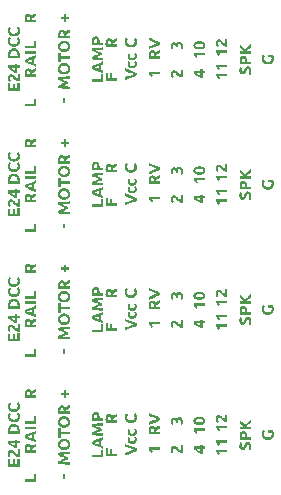
<source format=gto>
G04 #@! TF.GenerationSoftware,KiCad,Pcbnew,9.0.0*
G04 #@! TF.CreationDate,2025-03-14T09:56:09-04:00*
G04 #@! TF.ProjectId,e24-receiver-board,6532342d-7265-4636-9569-7665722d626f,v0.1.1*
G04 #@! TF.SameCoordinates,Original*
G04 #@! TF.FileFunction,Legend,Top*
G04 #@! TF.FilePolarity,Positive*
%FSLAX46Y46*%
G04 Gerber Fmt 4.6, Leading zero omitted, Abs format (unit mm)*
G04 Created by KiCad (PCBNEW 9.0.0) date 2025-03-14 09:56:09*
%MOMM*%
%LPD*%
G01*
G04 APERTURE LIST*
%ADD10C,0.200000*%
G04 APERTURE END LIST*
D10*
G36*
X26030000Y-20047295D02*
G01*
X25933035Y-20101151D01*
X25837475Y-20157143D01*
X25749609Y-20213808D01*
X25674382Y-20269739D01*
X25674382Y-20377450D01*
X26030000Y-20377450D01*
X26030000Y-20595681D01*
X25074277Y-20595681D01*
X25062460Y-20523540D01*
X25054738Y-20448097D01*
X25049120Y-20311688D01*
X25049772Y-20299109D01*
X25236699Y-20299109D01*
X25238103Y-20341791D01*
X25240912Y-20377450D01*
X25502435Y-20377450D01*
X25502435Y-20315901D01*
X25498122Y-20233285D01*
X25487142Y-20176754D01*
X25471844Y-20139619D01*
X25447304Y-20110612D01*
X25413582Y-20092878D01*
X25367491Y-20086435D01*
X25323341Y-20092870D01*
X25290694Y-20110727D01*
X25266618Y-20140290D01*
X25251246Y-20177580D01*
X25240700Y-20229178D01*
X25236699Y-20299109D01*
X25049772Y-20299109D01*
X25054918Y-20199912D01*
X25070851Y-20109152D01*
X25095135Y-20035951D01*
X25126606Y-19977319D01*
X25160503Y-19936010D01*
X25200462Y-19904138D01*
X25247286Y-19880916D01*
X25302312Y-19866338D01*
X25367308Y-19861182D01*
X25433755Y-19866899D01*
X25488078Y-19882860D01*
X25532660Y-19908077D01*
X25570915Y-19942725D01*
X25604179Y-19987185D01*
X25632433Y-20043082D01*
X25716025Y-19981533D01*
X25814394Y-19917907D01*
X25921128Y-19857030D01*
X26030000Y-19802442D01*
X26030000Y-20047295D01*
G37*
G36*
X26030000Y-18969573D02*
G01*
X25927051Y-19003890D01*
X25818974Y-19040892D01*
X25818974Y-19418675D01*
X25926929Y-19455739D01*
X26030000Y-19489994D01*
X26030000Y-19716651D01*
X25740511Y-19613092D01*
X25490162Y-19517288D01*
X25267107Y-19424964D01*
X25060844Y-19330503D01*
X25060844Y-19231157D01*
X25280479Y-19231157D01*
X25337876Y-19252162D01*
X25422201Y-19284341D01*
X25526920Y-19324214D01*
X25647027Y-19368300D01*
X25647027Y-19092672D01*
X25527103Y-19136086D01*
X25422445Y-19175959D01*
X25338243Y-19208809D01*
X25280479Y-19231157D01*
X25060844Y-19231157D01*
X25060844Y-19122042D01*
X25267107Y-19028314D01*
X25490162Y-18935318D01*
X25740511Y-18839453D01*
X26030000Y-18735955D01*
X26030000Y-18969573D01*
G37*
G36*
X25060844Y-18609498D02*
G01*
X25060844Y-18391267D01*
X26030000Y-18391267D01*
X26030000Y-18609498D01*
X25060844Y-18609498D01*
G37*
G36*
X25842421Y-17520175D02*
G01*
X26030000Y-17520175D01*
X26030000Y-18167907D01*
X25060844Y-18167907D01*
X25060844Y-17949676D01*
X25842421Y-17949676D01*
X25842421Y-17520175D01*
G37*
G36*
X44061960Y-30660178D02*
G01*
X44059846Y-30616051D01*
X44054328Y-30583975D01*
X44044801Y-30555836D01*
X44033384Y-30535676D01*
X44018632Y-30520052D01*
X44002060Y-30510519D01*
X43961577Y-30503497D01*
X43932237Y-30508306D01*
X43906378Y-30522712D01*
X43882869Y-30548254D01*
X43853448Y-30601921D01*
X43815092Y-30702127D01*
X43776624Y-30797260D01*
X43752013Y-30842604D01*
X43722096Y-30882623D01*
X43685987Y-30916695D01*
X43642412Y-30944172D01*
X43592227Y-30961609D01*
X43528351Y-30967924D01*
X43463599Y-30961444D01*
X43407329Y-30942767D01*
X43357518Y-30912325D01*
X43315737Y-30871387D01*
X43282838Y-30821315D01*
X43257669Y-30759463D01*
X43242700Y-30691220D01*
X43237397Y-30611208D01*
X43243034Y-30516874D01*
X43258401Y-30441947D01*
X43281474Y-30374192D01*
X43304563Y-30324405D01*
X43478098Y-30387359D01*
X43458698Y-30429407D01*
X43441095Y-30477607D01*
X43429320Y-30530036D01*
X43424975Y-30597164D01*
X43427990Y-30649535D01*
X43435709Y-30685713D01*
X43446591Y-30709821D01*
X43463406Y-30728738D01*
X43484949Y-30740060D01*
X43512780Y-30744076D01*
X43537706Y-30740784D01*
X43557416Y-30731497D01*
X43574235Y-30716775D01*
X43590205Y-30695838D01*
X43616706Y-30642715D01*
X43641191Y-30576220D01*
X43696451Y-30444756D01*
X43726704Y-30392433D01*
X43760076Y-30351700D01*
X43799533Y-30319375D01*
X43845378Y-30296440D01*
X43897284Y-30283146D01*
X43964202Y-30278244D01*
X44030380Y-30284620D01*
X44086266Y-30302753D01*
X44133932Y-30332092D01*
X44174740Y-30373376D01*
X44205086Y-30422032D01*
X44228486Y-30483979D01*
X44243898Y-30562184D01*
X44249539Y-30660178D01*
X44247509Y-30722977D01*
X44241845Y-30776316D01*
X44222978Y-30867907D01*
X44199164Y-30936478D01*
X44175350Y-30984716D01*
X44000411Y-30923167D01*
X44022123Y-30876826D01*
X44043093Y-30816188D01*
X44056824Y-30748723D01*
X44061960Y-30660178D01*
G37*
G36*
X43645523Y-29375071D02*
G01*
X43704075Y-29390078D01*
X43753037Y-29413755D01*
X43794005Y-29445931D01*
X43827976Y-29487263D01*
X43859577Y-29546592D01*
X43883917Y-29620309D01*
X43899855Y-29711317D01*
X43905645Y-29822975D01*
X43905645Y-29891546D01*
X44230000Y-29891546D01*
X44230000Y-30109777D01*
X43274277Y-30109777D01*
X43262521Y-30037273D01*
X43254738Y-29958713D01*
X43249120Y-29818762D01*
X43249838Y-29804779D01*
X43436699Y-29804779D01*
X43438103Y-29851673D01*
X43440851Y-29891546D01*
X43718066Y-29891546D01*
X43718066Y-29822975D01*
X43713961Y-29747321D01*
X43703188Y-29691930D01*
X43687597Y-29652310D01*
X43669726Y-29627879D01*
X43645848Y-29610267D01*
X43614640Y-29599023D01*
X43573902Y-29594913D01*
X43535966Y-29598869D01*
X43507407Y-29609629D01*
X43483760Y-29627323D01*
X43465092Y-29651577D01*
X43451907Y-29680884D01*
X43442927Y-29718073D01*
X43436699Y-29804779D01*
X43249838Y-29804779D01*
X43254825Y-29707733D01*
X43270513Y-29617417D01*
X43294437Y-29544435D01*
X43325446Y-29485859D01*
X43358802Y-29445068D01*
X43399170Y-29413289D01*
X43447557Y-29389878D01*
X43505573Y-29375022D01*
X43575307Y-29369721D01*
X43645523Y-29375071D01*
G37*
G36*
X44230000Y-28636810D02*
G01*
X44127845Y-28706052D01*
X44018241Y-28792820D01*
X43912240Y-28890028D01*
X43863311Y-28941173D01*
X43821748Y-28990778D01*
X44230000Y-28990778D01*
X44230000Y-29209009D01*
X43260844Y-29209009D01*
X43260844Y-28990778D01*
X43628551Y-28990778D01*
X43439446Y-28819381D01*
X43260844Y-28659219D01*
X43260844Y-28400382D01*
X43486769Y-28599746D01*
X43708297Y-28810283D01*
X43774824Y-28735380D01*
X43851007Y-28660560D01*
X43937580Y-28585763D01*
X44075701Y-28480754D01*
X44230000Y-28377973D01*
X44230000Y-28636810D01*
G37*
G36*
X34549539Y-17599310D02*
G01*
X34543514Y-17695333D01*
X34526505Y-17777436D01*
X34499669Y-17847737D01*
X34463530Y-17908004D01*
X34417953Y-17959568D01*
X34363902Y-18002168D01*
X34301015Y-18036182D01*
X34227944Y-18061545D01*
X34142984Y-18077641D01*
X34044139Y-18083338D01*
X33964594Y-18078895D01*
X33893348Y-18066116D01*
X33829328Y-18045602D01*
X33768617Y-18016758D01*
X33715677Y-17982248D01*
X33669715Y-17942043D01*
X33630000Y-17895694D01*
X33597144Y-17843680D01*
X33570980Y-17785362D01*
X33552529Y-17723890D01*
X33541249Y-17658328D01*
X33537397Y-17588074D01*
X33539782Y-17527968D01*
X33546495Y-17476150D01*
X33567500Y-17388040D01*
X33591985Y-17325086D01*
X33611585Y-17288694D01*
X33786280Y-17351647D01*
X33764747Y-17398741D01*
X33745675Y-17455878D01*
X33733300Y-17517629D01*
X33728883Y-17590883D01*
X33733095Y-17640646D01*
X33745797Y-17689557D01*
X33767666Y-17734863D01*
X33799958Y-17774920D01*
X33841605Y-17807632D01*
X33896372Y-17834393D01*
X33959117Y-17850725D01*
X34039926Y-17856742D01*
X34106131Y-17852972D01*
X34165956Y-17842087D01*
X34221028Y-17822492D01*
X34266584Y-17794521D01*
X34304019Y-17757025D01*
X34333445Y-17708425D01*
X34351495Y-17651738D01*
X34358053Y-17579709D01*
X34352496Y-17494407D01*
X34339185Y-17427241D01*
X34321660Y-17375461D01*
X34303464Y-17334856D01*
X34476755Y-17274711D01*
X34501742Y-17326269D01*
X34527130Y-17404831D01*
X34543579Y-17492384D01*
X34549539Y-17599310D01*
G37*
G36*
X35764054Y-52399196D02*
G01*
X35725280Y-52314566D01*
X35677287Y-52228531D01*
X35622271Y-52148053D01*
X35592166Y-52111197D01*
X35560844Y-52078811D01*
X35560844Y-51933303D01*
X36530000Y-51933303D01*
X36530000Y-52141764D01*
X35834396Y-52141764D01*
X35860467Y-52185460D01*
X35884893Y-52235492D01*
X35924277Y-52336243D01*
X35764054Y-52399196D01*
G37*
G36*
X32880000Y-49306192D02*
G01*
X32783035Y-49360048D01*
X32687475Y-49416040D01*
X32599609Y-49472705D01*
X32524382Y-49528636D01*
X32524382Y-49636347D01*
X32880000Y-49636347D01*
X32880000Y-49854578D01*
X31924277Y-49854578D01*
X31912460Y-49782437D01*
X31904738Y-49706994D01*
X31899120Y-49570585D01*
X31899772Y-49558006D01*
X32086699Y-49558006D01*
X32088103Y-49600688D01*
X32090912Y-49636347D01*
X32352435Y-49636347D01*
X32352435Y-49574798D01*
X32348122Y-49492182D01*
X32337142Y-49435651D01*
X32321844Y-49398516D01*
X32297304Y-49369509D01*
X32263582Y-49351775D01*
X32217491Y-49345332D01*
X32173341Y-49351767D01*
X32140694Y-49369624D01*
X32116618Y-49399187D01*
X32101246Y-49436477D01*
X32090700Y-49488075D01*
X32086699Y-49558006D01*
X31899772Y-49558006D01*
X31904918Y-49458809D01*
X31920851Y-49368049D01*
X31945135Y-49294848D01*
X31976606Y-49236216D01*
X32010503Y-49194907D01*
X32050462Y-49163035D01*
X32097286Y-49139813D01*
X32152312Y-49125235D01*
X32217308Y-49120079D01*
X32283755Y-49125796D01*
X32338078Y-49141757D01*
X32382660Y-49166974D01*
X32420915Y-49201622D01*
X32454179Y-49246082D01*
X32482433Y-49301979D01*
X32566025Y-49240430D01*
X32664394Y-49176804D01*
X32771128Y-49115927D01*
X32880000Y-49061339D01*
X32880000Y-49306192D01*
G37*
G36*
X34530000Y-20448298D02*
G01*
X34276536Y-20561687D01*
X34016113Y-20667994D01*
X33769794Y-20760990D01*
X33560844Y-20834446D01*
X33560844Y-20593805D01*
X33741095Y-20532989D01*
X33934841Y-20465822D01*
X34119610Y-20399327D01*
X34272568Y-20339182D01*
X34119183Y-20279770D01*
X33934841Y-20212603D01*
X33741095Y-20145437D01*
X33560844Y-20084559D01*
X33560844Y-19852345D01*
X33770038Y-19926473D01*
X34016113Y-20018797D01*
X34276536Y-20125164D01*
X34530000Y-20238432D01*
X34530000Y-20448298D01*
G37*
G36*
X34162658Y-19852467D02*
G01*
X34084780Y-19845903D01*
X34012510Y-19826577D01*
X33946167Y-19794719D01*
X33889595Y-19751778D01*
X33842946Y-19698017D01*
X33806491Y-19632832D01*
X33789767Y-19585266D01*
X33779383Y-19532387D01*
X33775778Y-19473341D01*
X33778512Y-19415942D01*
X33786280Y-19365630D01*
X33799008Y-19317371D01*
X33816322Y-19270498D01*
X33983506Y-19313851D01*
X33963967Y-19378209D01*
X33957749Y-19414348D01*
X33955540Y-19456550D01*
X33962520Y-19515416D01*
X33981757Y-19560213D01*
X34012571Y-19594364D01*
X34052837Y-19618833D01*
X34102099Y-19634266D01*
X34162658Y-19639793D01*
X34227212Y-19634404D01*
X34277124Y-19619734D01*
X34315554Y-19597172D01*
X34337759Y-19573993D01*
X34354581Y-19542906D01*
X34365670Y-19501876D01*
X34369776Y-19448184D01*
X34362815Y-19367035D01*
X34353555Y-19324900D01*
X34340406Y-19287289D01*
X34511742Y-19257858D01*
X34525472Y-19296746D01*
X34538304Y-19348838D01*
X34546608Y-19404882D01*
X34549539Y-19469128D01*
X34545904Y-19535838D01*
X34535640Y-19593247D01*
X34519497Y-19642663D01*
X34496530Y-19689196D01*
X34469300Y-19728813D01*
X34437798Y-19762281D01*
X34381845Y-19802588D01*
X34315615Y-19830791D01*
X34243158Y-19846899D01*
X34162658Y-19852467D01*
G37*
G36*
X34162658Y-19188127D02*
G01*
X34084780Y-19181563D01*
X34012510Y-19162237D01*
X33946167Y-19130378D01*
X33889595Y-19087438D01*
X33842946Y-19033676D01*
X33806491Y-18968491D01*
X33789767Y-18920926D01*
X33779383Y-18868047D01*
X33775778Y-18809001D01*
X33778512Y-18751601D01*
X33786280Y-18701290D01*
X33799008Y-18653030D01*
X33816322Y-18606157D01*
X33983506Y-18649510D01*
X33963967Y-18713868D01*
X33957749Y-18750008D01*
X33955540Y-18792209D01*
X33962520Y-18851075D01*
X33981757Y-18895873D01*
X34012571Y-18930023D01*
X34052837Y-18954492D01*
X34102099Y-18969926D01*
X34162658Y-18975452D01*
X34227212Y-18970063D01*
X34277124Y-18955394D01*
X34315554Y-18932832D01*
X34337759Y-18909653D01*
X34354581Y-18878566D01*
X34365670Y-18837535D01*
X34369776Y-18783844D01*
X34362815Y-18702694D01*
X34353555Y-18660560D01*
X34340406Y-18622949D01*
X34511742Y-18593517D01*
X34525472Y-18632406D01*
X34538304Y-18684498D01*
X34546608Y-18740541D01*
X34549539Y-18804788D01*
X34545904Y-18871497D01*
X34535640Y-18928906D01*
X34519497Y-18978322D01*
X34496530Y-19024856D01*
X34469300Y-19064472D01*
X34437798Y-19097940D01*
X34381845Y-19138248D01*
X34315615Y-19166450D01*
X34243158Y-19182559D01*
X34162658Y-19188127D01*
G37*
G36*
X34530000Y-52248298D02*
G01*
X34276536Y-52361687D01*
X34016113Y-52467994D01*
X33769794Y-52560990D01*
X33560844Y-52634446D01*
X33560844Y-52393805D01*
X33741095Y-52332989D01*
X33934841Y-52265822D01*
X34119610Y-52199327D01*
X34272568Y-52139182D01*
X34119183Y-52079770D01*
X33934841Y-52012603D01*
X33741095Y-51945437D01*
X33560844Y-51884559D01*
X33560844Y-51652345D01*
X33770038Y-51726473D01*
X34016113Y-51818797D01*
X34276536Y-51925164D01*
X34530000Y-52038432D01*
X34530000Y-52248298D01*
G37*
G36*
X34162658Y-51652467D02*
G01*
X34084780Y-51645903D01*
X34012510Y-51626577D01*
X33946167Y-51594719D01*
X33889595Y-51551778D01*
X33842946Y-51498017D01*
X33806491Y-51432832D01*
X33789767Y-51385266D01*
X33779383Y-51332387D01*
X33775778Y-51273341D01*
X33778512Y-51215942D01*
X33786280Y-51165630D01*
X33799008Y-51117371D01*
X33816322Y-51070498D01*
X33983506Y-51113851D01*
X33963967Y-51178209D01*
X33957749Y-51214348D01*
X33955540Y-51256550D01*
X33962520Y-51315416D01*
X33981757Y-51360213D01*
X34012571Y-51394364D01*
X34052837Y-51418833D01*
X34102099Y-51434266D01*
X34162658Y-51439793D01*
X34227212Y-51434404D01*
X34277124Y-51419734D01*
X34315554Y-51397172D01*
X34337759Y-51373993D01*
X34354581Y-51342906D01*
X34365670Y-51301876D01*
X34369776Y-51248184D01*
X34362815Y-51167035D01*
X34353555Y-51124900D01*
X34340406Y-51087289D01*
X34511742Y-51057858D01*
X34525472Y-51096746D01*
X34538304Y-51148838D01*
X34546608Y-51204882D01*
X34549539Y-51269128D01*
X34545904Y-51335838D01*
X34535640Y-51393247D01*
X34519497Y-51442663D01*
X34496530Y-51489196D01*
X34469300Y-51528813D01*
X34437798Y-51562281D01*
X34381845Y-51602588D01*
X34315615Y-51630791D01*
X34243158Y-51646899D01*
X34162658Y-51652467D01*
G37*
G36*
X34162658Y-50988127D02*
G01*
X34084780Y-50981563D01*
X34012510Y-50962237D01*
X33946167Y-50930378D01*
X33889595Y-50887438D01*
X33842946Y-50833676D01*
X33806491Y-50768491D01*
X33789767Y-50720926D01*
X33779383Y-50668047D01*
X33775778Y-50609001D01*
X33778512Y-50551601D01*
X33786280Y-50501290D01*
X33799008Y-50453030D01*
X33816322Y-50406157D01*
X33983506Y-50449510D01*
X33963967Y-50513868D01*
X33957749Y-50550008D01*
X33955540Y-50592209D01*
X33962520Y-50651075D01*
X33981757Y-50695873D01*
X34012571Y-50730023D01*
X34052837Y-50754492D01*
X34102099Y-50769926D01*
X34162658Y-50775452D01*
X34227212Y-50770063D01*
X34277124Y-50755394D01*
X34315554Y-50732832D01*
X34337759Y-50709653D01*
X34354581Y-50678566D01*
X34365670Y-50637535D01*
X34369776Y-50583844D01*
X34362815Y-50502694D01*
X34353555Y-50460560D01*
X34340406Y-50422949D01*
X34511742Y-50393517D01*
X34525472Y-50432406D01*
X34538304Y-50484498D01*
X34546608Y-50540541D01*
X34549539Y-50604788D01*
X34545904Y-50671497D01*
X34535640Y-50728906D01*
X34519497Y-50778322D01*
X34496530Y-50824856D01*
X34469300Y-50864472D01*
X34437798Y-50897940D01*
X34381845Y-50938248D01*
X34315615Y-50966450D01*
X34243158Y-50982559D01*
X34162658Y-50988127D01*
G37*
G36*
X24630000Y-42978793D02*
G01*
X23660844Y-42978793D01*
X23660844Y-42324039D01*
X23844515Y-42324039D01*
X23844515Y-42760562D01*
X24032093Y-42760562D01*
X24032093Y-42373010D01*
X24211856Y-42373010D01*
X24211856Y-42760562D01*
X24446329Y-42760562D01*
X24446329Y-42291860D01*
X24630000Y-42291860D01*
X24630000Y-42978793D01*
G37*
G36*
X23914307Y-41548812D02*
G01*
X23966373Y-41554060D01*
X24016400Y-41569817D01*
X24064149Y-41593727D01*
X24110800Y-41624345D01*
X24155107Y-41659803D01*
X24198239Y-41699938D01*
X24277923Y-41782431D01*
X24322009Y-41827921D01*
X24371652Y-41874754D01*
X24418485Y-41914627D01*
X24439742Y-41929677D01*
X24454145Y-41936304D01*
X24454145Y-41519381D01*
X24630000Y-41519381D01*
X24630000Y-42165770D01*
X24590860Y-42168579D01*
X24557276Y-42168579D01*
X24492062Y-42163008D01*
X24434178Y-42146902D01*
X24380074Y-42121825D01*
X24329947Y-42090177D01*
X24283340Y-42053021D01*
X24239699Y-42011164D01*
X24155741Y-41923725D01*
X24094863Y-41860772D01*
X24038932Y-41808992D01*
X24011079Y-41788683D01*
X23984344Y-41774004D01*
X23956638Y-41764515D01*
X23929084Y-41761426D01*
X23889704Y-41765904D01*
X23861821Y-41777854D01*
X23842377Y-41796414D01*
X23823760Y-41834595D01*
X23817159Y-41883181D01*
X23820191Y-41920034D01*
X23829066Y-41953828D01*
X23857093Y-42013973D01*
X23889272Y-42060868D01*
X23915101Y-42090238D01*
X23768921Y-42193736D01*
X23716981Y-42127685D01*
X23674460Y-42050365D01*
X23653955Y-41994757D01*
X23641584Y-41936428D01*
X23637397Y-41874754D01*
X23642659Y-41792731D01*
X23656997Y-41727903D01*
X23681222Y-41670576D01*
X23712196Y-41626482D01*
X23751611Y-41591922D01*
X23798902Y-41567741D01*
X23852069Y-41553745D01*
X23914307Y-41548812D01*
G37*
G36*
X24415066Y-40797888D02*
G01*
X24630000Y-40797888D01*
X24630000Y-41002136D01*
X24415066Y-41002136D01*
X24415066Y-41420463D01*
X24261315Y-41420463D01*
X24122035Y-41343526D01*
X23962484Y-41240700D01*
X23802260Y-41121082D01*
X23726579Y-41057125D01*
X23668230Y-41002136D01*
X23915467Y-41002136D01*
X24070928Y-41118273D01*
X24156621Y-41175322D01*
X24243119Y-41221771D01*
X24243119Y-41002136D01*
X23915467Y-41002136D01*
X23668230Y-41002136D01*
X23660844Y-40995175D01*
X23660844Y-40797888D01*
X24243119Y-40797888D01*
X24243119Y-40694329D01*
X24415066Y-40694329D01*
X24415066Y-40797888D01*
G37*
G36*
X24227235Y-39362584D02*
G01*
X24299924Y-39375926D01*
X24363531Y-39397094D01*
X24423138Y-39427287D01*
X24474592Y-39464286D01*
X24518747Y-39508286D01*
X24555639Y-39558718D01*
X24586442Y-39616914D01*
X24611010Y-39683896D01*
X24627675Y-39753543D01*
X24638099Y-39830654D01*
X24641723Y-39916110D01*
X24636838Y-40053252D01*
X24629306Y-40131057D01*
X24616566Y-40207125D01*
X23672873Y-40207125D01*
X23661241Y-40130657D01*
X23654005Y-40049772D01*
X23649120Y-39909149D01*
X23649565Y-39897975D01*
X23836699Y-39897975D01*
X23837431Y-39944137D01*
X23840912Y-39988894D01*
X24451336Y-39988894D01*
X24453473Y-39953235D01*
X24454145Y-39904936D01*
X24448128Y-39822551D01*
X24431572Y-39756613D01*
X24406015Y-39703983D01*
X24371957Y-39662220D01*
X24328725Y-39628732D01*
X24277563Y-39604168D01*
X24216913Y-39588656D01*
X24144750Y-39583146D01*
X24068392Y-39588612D01*
X24006250Y-39603754D01*
X23955732Y-39627276D01*
X23914795Y-39658739D01*
X23882730Y-39698584D01*
X23858421Y-39749826D01*
X23842521Y-39815152D01*
X23836699Y-39897975D01*
X23649565Y-39897975D01*
X23652412Y-39826398D01*
X23661898Y-39751324D01*
X23677086Y-39683163D01*
X23699808Y-39617548D01*
X23729210Y-39559802D01*
X23765197Y-39509018D01*
X23808518Y-39464637D01*
X23859461Y-39427399D01*
X23918948Y-39397094D01*
X23982578Y-39376065D01*
X24056999Y-39362656D01*
X24144017Y-39357893D01*
X24227235Y-39362584D01*
G37*
G36*
X24649539Y-38733364D02*
G01*
X24643514Y-38829388D01*
X24626505Y-38911490D01*
X24599669Y-38981792D01*
X24563530Y-39042059D01*
X24517953Y-39093622D01*
X24463902Y-39136222D01*
X24401015Y-39170236D01*
X24327944Y-39195599D01*
X24242984Y-39211695D01*
X24144139Y-39217392D01*
X24064594Y-39212949D01*
X23993348Y-39200171D01*
X23929328Y-39179657D01*
X23868617Y-39150813D01*
X23815677Y-39116302D01*
X23769715Y-39076098D01*
X23730000Y-39029749D01*
X23697144Y-38977734D01*
X23670980Y-38919416D01*
X23652529Y-38857944D01*
X23641249Y-38792383D01*
X23637397Y-38722129D01*
X23639782Y-38662023D01*
X23646495Y-38610205D01*
X23667500Y-38522094D01*
X23691985Y-38459140D01*
X23711585Y-38422748D01*
X23886280Y-38485702D01*
X23864747Y-38532796D01*
X23845675Y-38589932D01*
X23833300Y-38651683D01*
X23828883Y-38724938D01*
X23833095Y-38774700D01*
X23845797Y-38823612D01*
X23867666Y-38868917D01*
X23899958Y-38908975D01*
X23941605Y-38941686D01*
X23996372Y-38968448D01*
X24059117Y-38984780D01*
X24139926Y-38990796D01*
X24206131Y-38987027D01*
X24265956Y-38976141D01*
X24321028Y-38956546D01*
X24366584Y-38928575D01*
X24404019Y-38891079D01*
X24433445Y-38842480D01*
X24451495Y-38785793D01*
X24458053Y-38713764D01*
X24452496Y-38628462D01*
X24439185Y-38561295D01*
X24421660Y-38509515D01*
X24403464Y-38468910D01*
X24576755Y-38408765D01*
X24601742Y-38460323D01*
X24627130Y-38538886D01*
X24643579Y-38626438D01*
X24649539Y-38733364D01*
G37*
G36*
X24649539Y-37861906D02*
G01*
X24643514Y-37957929D01*
X24626505Y-38040032D01*
X24599669Y-38110333D01*
X24563530Y-38170600D01*
X24517953Y-38222164D01*
X24463902Y-38264764D01*
X24401015Y-38298778D01*
X24327944Y-38324141D01*
X24242984Y-38340237D01*
X24144139Y-38345934D01*
X24064594Y-38341491D01*
X23993348Y-38328712D01*
X23929328Y-38308198D01*
X23868617Y-38279354D01*
X23815677Y-38244844D01*
X23769715Y-38204639D01*
X23730000Y-38158290D01*
X23697144Y-38106275D01*
X23670980Y-38047958D01*
X23652529Y-37986486D01*
X23641249Y-37920924D01*
X23637397Y-37850670D01*
X23639782Y-37790564D01*
X23646495Y-37738746D01*
X23667500Y-37650636D01*
X23691985Y-37587682D01*
X23711585Y-37551290D01*
X23886280Y-37614243D01*
X23864747Y-37661337D01*
X23845675Y-37718474D01*
X23833300Y-37780224D01*
X23828883Y-37853479D01*
X23833095Y-37903242D01*
X23845797Y-37952153D01*
X23867666Y-37997459D01*
X23899958Y-38037516D01*
X23941605Y-38070228D01*
X23996372Y-38096989D01*
X24059117Y-38113321D01*
X24139926Y-38119338D01*
X24206131Y-38115568D01*
X24265956Y-38104683D01*
X24321028Y-38085088D01*
X24366584Y-38057117D01*
X24404019Y-38019620D01*
X24433445Y-37971021D01*
X24451495Y-37914334D01*
X24458053Y-37842305D01*
X24452496Y-37757003D01*
X24439185Y-37689836D01*
X24421660Y-37638057D01*
X24403464Y-37597452D01*
X24576755Y-37537307D01*
X24601742Y-37588865D01*
X24627130Y-37667427D01*
X24643579Y-37754980D01*
X24649539Y-37861906D01*
G37*
G36*
X34530000Y-31048298D02*
G01*
X34276536Y-31161687D01*
X34016113Y-31267994D01*
X33769794Y-31360990D01*
X33560844Y-31434446D01*
X33560844Y-31193805D01*
X33741095Y-31132989D01*
X33934841Y-31065822D01*
X34119610Y-30999327D01*
X34272568Y-30939182D01*
X34119183Y-30879770D01*
X33934841Y-30812603D01*
X33741095Y-30745437D01*
X33560844Y-30684559D01*
X33560844Y-30452345D01*
X33770038Y-30526473D01*
X34016113Y-30618797D01*
X34276536Y-30725164D01*
X34530000Y-30838432D01*
X34530000Y-31048298D01*
G37*
G36*
X34162658Y-30452467D02*
G01*
X34084780Y-30445903D01*
X34012510Y-30426577D01*
X33946167Y-30394719D01*
X33889595Y-30351778D01*
X33842946Y-30298017D01*
X33806491Y-30232832D01*
X33789767Y-30185266D01*
X33779383Y-30132387D01*
X33775778Y-30073341D01*
X33778512Y-30015942D01*
X33786280Y-29965630D01*
X33799008Y-29917371D01*
X33816322Y-29870498D01*
X33983506Y-29913851D01*
X33963967Y-29978209D01*
X33957749Y-30014348D01*
X33955540Y-30056550D01*
X33962520Y-30115416D01*
X33981757Y-30160213D01*
X34012571Y-30194364D01*
X34052837Y-30218833D01*
X34102099Y-30234266D01*
X34162658Y-30239793D01*
X34227212Y-30234404D01*
X34277124Y-30219734D01*
X34315554Y-30197172D01*
X34337759Y-30173993D01*
X34354581Y-30142906D01*
X34365670Y-30101876D01*
X34369776Y-30048184D01*
X34362815Y-29967035D01*
X34353555Y-29924900D01*
X34340406Y-29887289D01*
X34511742Y-29857858D01*
X34525472Y-29896746D01*
X34538304Y-29948838D01*
X34546608Y-30004882D01*
X34549539Y-30069128D01*
X34545904Y-30135838D01*
X34535640Y-30193247D01*
X34519497Y-30242663D01*
X34496530Y-30289196D01*
X34469300Y-30328813D01*
X34437798Y-30362281D01*
X34381845Y-30402588D01*
X34315615Y-30430791D01*
X34243158Y-30446899D01*
X34162658Y-30452467D01*
G37*
G36*
X34162658Y-29788127D02*
G01*
X34084780Y-29781563D01*
X34012510Y-29762237D01*
X33946167Y-29730378D01*
X33889595Y-29687438D01*
X33842946Y-29633676D01*
X33806491Y-29568491D01*
X33789767Y-29520926D01*
X33779383Y-29468047D01*
X33775778Y-29409001D01*
X33778512Y-29351601D01*
X33786280Y-29301290D01*
X33799008Y-29253030D01*
X33816322Y-29206157D01*
X33983506Y-29249510D01*
X33963967Y-29313868D01*
X33957749Y-29350008D01*
X33955540Y-29392209D01*
X33962520Y-29451075D01*
X33981757Y-29495873D01*
X34012571Y-29530023D01*
X34052837Y-29554492D01*
X34102099Y-29569926D01*
X34162658Y-29575452D01*
X34227212Y-29570063D01*
X34277124Y-29555394D01*
X34315554Y-29532832D01*
X34337759Y-29509653D01*
X34354581Y-29478566D01*
X34365670Y-29437535D01*
X34369776Y-29383844D01*
X34362815Y-29302694D01*
X34353555Y-29260560D01*
X34340406Y-29222949D01*
X34511742Y-29193517D01*
X34525472Y-29232406D01*
X34538304Y-29284498D01*
X34546608Y-29340541D01*
X34549539Y-29404788D01*
X34545904Y-29471497D01*
X34535640Y-29528906D01*
X34519497Y-29578322D01*
X34496530Y-29624856D01*
X34469300Y-29664472D01*
X34437798Y-29697940D01*
X34381845Y-29738248D01*
X34315615Y-29766450D01*
X34243158Y-29782559D01*
X34162658Y-29788127D01*
G37*
G36*
X35764054Y-41799196D02*
G01*
X35725280Y-41714566D01*
X35677287Y-41628531D01*
X35622271Y-41548053D01*
X35592166Y-41511197D01*
X35560844Y-41478811D01*
X35560844Y-41333303D01*
X36530000Y-41333303D01*
X36530000Y-41541764D01*
X35834396Y-41541764D01*
X35860467Y-41585460D01*
X35884893Y-41635492D01*
X35924277Y-41736243D01*
X35764054Y-41799196D01*
G37*
G36*
X45328883Y-29606149D02*
G01*
X45335063Y-29682400D01*
X45352010Y-29742486D01*
X45378215Y-29789717D01*
X45413452Y-29826517D01*
X45457035Y-29854877D01*
X45508990Y-29876031D01*
X45570913Y-29889535D01*
X45644750Y-29894356D01*
X45714046Y-29889980D01*
X45774016Y-29877564D01*
X45828674Y-29856214D01*
X45873911Y-29827189D01*
X45911021Y-29789565D01*
X45938941Y-29743230D01*
X45955923Y-29690081D01*
X45961960Y-29625688D01*
X45960556Y-29563468D01*
X45954938Y-29517977D01*
X45618066Y-29517977D01*
X45618066Y-29299746D01*
X46099164Y-29299746D01*
X46113568Y-29345163D01*
X46132015Y-29425715D01*
X46144729Y-29517461D01*
X46149539Y-29639671D01*
X46145617Y-29711848D01*
X46134259Y-29777589D01*
X46115894Y-29837691D01*
X46089740Y-29894554D01*
X46057085Y-29944912D01*
X46017770Y-29989427D01*
X45972274Y-30027666D01*
X45919761Y-30060091D01*
X45859378Y-30086697D01*
X45795846Y-30105264D01*
X45724698Y-30116894D01*
X45644872Y-30120952D01*
X45564247Y-30116481D01*
X45492693Y-30103676D01*
X45429023Y-30083216D01*
X45368666Y-30054402D01*
X45315879Y-30019895D01*
X45269898Y-29979657D01*
X45230024Y-29933376D01*
X45197146Y-29882024D01*
X45171041Y-29825052D01*
X45152473Y-29765016D01*
X45141214Y-29702012D01*
X45137397Y-29635519D01*
X45139794Y-29568622D01*
X45146495Y-29511688D01*
X45167500Y-29416556D01*
X45191985Y-29350793D01*
X45211585Y-29313729D01*
X45387684Y-29376683D01*
X45365940Y-29423572D01*
X45346407Y-29479509D01*
X45333398Y-29539242D01*
X45328883Y-29606149D01*
G37*
G36*
X36530000Y-50301028D02*
G01*
X36433035Y-50354884D01*
X36337475Y-50410876D01*
X36249609Y-50467541D01*
X36174382Y-50523472D01*
X36174382Y-50631183D01*
X36530000Y-50631183D01*
X36530000Y-50849414D01*
X35574277Y-50849414D01*
X35562460Y-50777273D01*
X35554738Y-50701830D01*
X35549120Y-50565421D01*
X35549772Y-50552842D01*
X35736699Y-50552842D01*
X35738103Y-50595524D01*
X35740912Y-50631183D01*
X36002435Y-50631183D01*
X36002435Y-50569634D01*
X35998122Y-50487018D01*
X35987142Y-50430487D01*
X35971844Y-50393352D01*
X35947304Y-50364345D01*
X35913582Y-50346611D01*
X35867491Y-50340168D01*
X35823341Y-50346603D01*
X35790694Y-50364460D01*
X35766618Y-50394023D01*
X35751246Y-50431313D01*
X35740700Y-50482911D01*
X35736699Y-50552842D01*
X35549772Y-50552842D01*
X35554918Y-50453645D01*
X35570851Y-50362885D01*
X35595135Y-50289684D01*
X35626606Y-50231052D01*
X35660503Y-50189743D01*
X35700462Y-50157871D01*
X35747286Y-50134649D01*
X35802312Y-50120071D01*
X35867308Y-50114915D01*
X35933755Y-50120632D01*
X35988078Y-50136593D01*
X36032660Y-50161810D01*
X36070915Y-50196458D01*
X36104179Y-50240918D01*
X36132433Y-50296815D01*
X36216025Y-50235266D01*
X36314394Y-50171640D01*
X36421128Y-50110763D01*
X36530000Y-50056175D01*
X36530000Y-50301028D01*
G37*
G36*
X36530000Y-49648716D02*
G01*
X36276536Y-49762106D01*
X36016113Y-49868413D01*
X35769794Y-49961408D01*
X35560844Y-50034864D01*
X35560844Y-49794224D01*
X35741095Y-49733408D01*
X35934841Y-49666241D01*
X36119610Y-49599746D01*
X36272568Y-49539601D01*
X36119183Y-49480189D01*
X35934841Y-49413022D01*
X35741095Y-49345855D01*
X35560844Y-49284978D01*
X35560844Y-49052764D01*
X35770038Y-49126892D01*
X36016113Y-49219215D01*
X36276536Y-49325583D01*
X36530000Y-49438851D01*
X36530000Y-49648716D01*
G37*
G36*
X25842421Y-43634062D02*
G01*
X26030000Y-43634062D01*
X26030000Y-44281794D01*
X25060844Y-44281794D01*
X25060844Y-44063563D01*
X25842421Y-44063563D01*
X25842421Y-43634062D01*
G37*
G36*
X26030000Y-51847295D02*
G01*
X25933035Y-51901151D01*
X25837475Y-51957143D01*
X25749609Y-52013808D01*
X25674382Y-52069739D01*
X25674382Y-52177450D01*
X26030000Y-52177450D01*
X26030000Y-52395681D01*
X25074277Y-52395681D01*
X25062460Y-52323540D01*
X25054738Y-52248097D01*
X25049120Y-52111688D01*
X25049772Y-52099109D01*
X25236699Y-52099109D01*
X25238103Y-52141791D01*
X25240912Y-52177450D01*
X25502435Y-52177450D01*
X25502435Y-52115901D01*
X25498122Y-52033285D01*
X25487142Y-51976754D01*
X25471844Y-51939619D01*
X25447304Y-51910612D01*
X25413582Y-51892878D01*
X25367491Y-51886435D01*
X25323341Y-51892870D01*
X25290694Y-51910727D01*
X25266618Y-51940290D01*
X25251246Y-51977580D01*
X25240700Y-52029178D01*
X25236699Y-52099109D01*
X25049772Y-52099109D01*
X25054918Y-51999912D01*
X25070851Y-51909152D01*
X25095135Y-51835951D01*
X25126606Y-51777319D01*
X25160503Y-51736010D01*
X25200462Y-51704138D01*
X25247286Y-51680916D01*
X25302312Y-51666338D01*
X25367308Y-51661182D01*
X25433755Y-51666899D01*
X25488078Y-51682860D01*
X25532660Y-51708077D01*
X25570915Y-51742725D01*
X25604179Y-51787185D01*
X25632433Y-51843082D01*
X25716025Y-51781533D01*
X25814394Y-51717907D01*
X25921128Y-51657030D01*
X26030000Y-51602442D01*
X26030000Y-51847295D01*
G37*
G36*
X26030000Y-50769573D02*
G01*
X25927051Y-50803890D01*
X25818974Y-50840892D01*
X25818974Y-51218675D01*
X25926929Y-51255739D01*
X26030000Y-51289994D01*
X26030000Y-51516651D01*
X25740511Y-51413092D01*
X25490162Y-51317288D01*
X25267107Y-51224964D01*
X25060844Y-51130503D01*
X25060844Y-51031157D01*
X25280479Y-51031157D01*
X25337876Y-51052162D01*
X25422201Y-51084341D01*
X25526920Y-51124214D01*
X25647027Y-51168300D01*
X25647027Y-50892672D01*
X25527103Y-50936086D01*
X25422445Y-50975959D01*
X25338243Y-51008809D01*
X25280479Y-51031157D01*
X25060844Y-51031157D01*
X25060844Y-50922042D01*
X25267107Y-50828314D01*
X25490162Y-50735318D01*
X25740511Y-50639453D01*
X26030000Y-50535955D01*
X26030000Y-50769573D01*
G37*
G36*
X25060844Y-50409498D02*
G01*
X25060844Y-50191267D01*
X26030000Y-50191267D01*
X26030000Y-50409498D01*
X25060844Y-50409498D01*
G37*
G36*
X25842421Y-49320175D02*
G01*
X26030000Y-49320175D01*
X26030000Y-49967907D01*
X25060844Y-49967907D01*
X25060844Y-49749676D01*
X25842421Y-49749676D01*
X25842421Y-49320175D01*
G37*
G36*
X41464054Y-31396335D02*
G01*
X41425280Y-31311705D01*
X41377287Y-31225670D01*
X41322271Y-31145192D01*
X41292166Y-31108336D01*
X41260844Y-31075950D01*
X41260844Y-30930442D01*
X42230000Y-30930442D01*
X42230000Y-31138903D01*
X41534396Y-31138903D01*
X41560467Y-31182599D01*
X41584893Y-31232631D01*
X41624277Y-31333382D01*
X41464054Y-31396335D01*
G37*
G36*
X41464054Y-30602057D02*
G01*
X41425280Y-30517427D01*
X41377287Y-30431393D01*
X41322271Y-30350915D01*
X41292166Y-30314058D01*
X41260844Y-30281672D01*
X41260844Y-30136164D01*
X42230000Y-30136164D01*
X42230000Y-30344625D01*
X41534396Y-30344625D01*
X41560467Y-30388322D01*
X41584893Y-30438354D01*
X41624277Y-30539104D01*
X41464054Y-30602057D01*
G37*
G36*
X28318066Y-44002904D02*
G01*
X28318066Y-43597216D01*
X28505645Y-43597216D01*
X28505645Y-44002904D01*
X28318066Y-44002904D01*
G37*
G36*
X31542421Y-41538737D02*
G01*
X31730000Y-41538737D01*
X31730000Y-42186469D01*
X30760844Y-42186469D01*
X30760844Y-41968238D01*
X31542421Y-41968238D01*
X31542421Y-41538737D01*
G37*
G36*
X31730000Y-40705930D02*
G01*
X31627051Y-40740246D01*
X31518974Y-40777249D01*
X31518974Y-41155032D01*
X31626929Y-41192096D01*
X31730000Y-41226351D01*
X31730000Y-41453008D01*
X31440511Y-41349449D01*
X31190162Y-41253645D01*
X30967107Y-41161321D01*
X30760844Y-41066860D01*
X30760844Y-40967514D01*
X30980479Y-40967514D01*
X31037876Y-40988519D01*
X31122201Y-41020698D01*
X31226920Y-41060571D01*
X31347027Y-41104657D01*
X31347027Y-40829029D01*
X31227103Y-40872443D01*
X31122445Y-40912315D01*
X31038243Y-40945166D01*
X30980479Y-40967514D01*
X30760844Y-40967514D01*
X30760844Y-40858399D01*
X30967107Y-40764671D01*
X31190162Y-40671675D01*
X31440511Y-40575810D01*
X31730000Y-40472312D01*
X31730000Y-40705930D01*
G37*
G36*
X30760844Y-40088423D02*
G01*
X30874966Y-40030415D01*
X31022001Y-39961844D01*
X31183750Y-39891197D01*
X31339211Y-39825435D01*
X31183750Y-39759672D01*
X31022001Y-39689025D01*
X30874966Y-39620454D01*
X30760844Y-39562385D01*
X30760844Y-39363755D01*
X30976938Y-39337865D01*
X31225882Y-39316921D01*
X31485268Y-39300129D01*
X31730000Y-39286818D01*
X31730000Y-39499432D01*
X31422376Y-39510667D01*
X31086786Y-39531611D01*
X31217334Y-39587603D01*
X31360460Y-39648481D01*
X31497297Y-39706488D01*
X31608855Y-39754055D01*
X31608855Y-39906584D01*
X31497297Y-39954151D01*
X31360460Y-40012219D01*
X31217334Y-40073097D01*
X31086786Y-40129029D01*
X31422376Y-40150033D01*
X31730000Y-40161208D01*
X31730000Y-40373821D01*
X31485268Y-40360510D01*
X31225882Y-40343779D01*
X30976938Y-40322774D01*
X30760844Y-40296884D01*
X30760844Y-40088423D01*
G37*
G36*
X31145523Y-38355740D02*
G01*
X31204075Y-38370748D01*
X31253037Y-38394425D01*
X31294005Y-38426601D01*
X31327976Y-38467933D01*
X31359577Y-38527262D01*
X31383917Y-38600979D01*
X31399855Y-38691987D01*
X31405645Y-38803645D01*
X31405645Y-38872216D01*
X31730000Y-38872216D01*
X31730000Y-39090447D01*
X30774277Y-39090447D01*
X30762521Y-39017943D01*
X30754738Y-38939383D01*
X30749120Y-38799432D01*
X30749838Y-38785449D01*
X30936699Y-38785449D01*
X30938103Y-38832343D01*
X30940851Y-38872216D01*
X31218066Y-38872216D01*
X31218066Y-38803645D01*
X31213961Y-38727990D01*
X31203188Y-38672600D01*
X31187597Y-38632980D01*
X31169726Y-38608549D01*
X31145848Y-38590937D01*
X31114640Y-38579693D01*
X31073902Y-38575583D01*
X31035966Y-38579539D01*
X31007407Y-38590299D01*
X30983760Y-38607993D01*
X30965092Y-38632247D01*
X30951907Y-38661554D01*
X30942927Y-38698742D01*
X30936699Y-38785449D01*
X30749838Y-38785449D01*
X30754825Y-38688402D01*
X30770513Y-38598087D01*
X30794437Y-38525105D01*
X30825446Y-38466529D01*
X30858802Y-38425738D01*
X30899170Y-38393958D01*
X30947557Y-38370548D01*
X31005573Y-38355692D01*
X31075307Y-38350391D01*
X31145523Y-38355740D01*
G37*
G36*
X25842421Y-54234062D02*
G01*
X26030000Y-54234062D01*
X26030000Y-54881794D01*
X25060844Y-54881794D01*
X25060844Y-54663563D01*
X25842421Y-54663563D01*
X25842421Y-54234062D01*
G37*
G36*
X38449539Y-28578156D02*
G01*
X38444654Y-28657902D01*
X38431526Y-28739051D01*
X38413574Y-28810370D01*
X38395561Y-28860745D01*
X38223309Y-28820201D01*
X38256221Y-28727144D01*
X38268907Y-28666877D01*
X38273684Y-28586522D01*
X38268811Y-28522901D01*
X38256020Y-28477282D01*
X38237170Y-28445227D01*
X38210149Y-28420449D01*
X38177934Y-28405636D01*
X38138862Y-28400470D01*
X38103062Y-28404724D01*
X38074993Y-28416590D01*
X38051599Y-28435489D01*
X38032861Y-28460676D01*
X38019420Y-28490482D01*
X38010390Y-28527110D01*
X38004040Y-28608931D01*
X38004040Y-28690081D01*
X37836001Y-28690081D01*
X37836001Y-28597757D01*
X37830383Y-28538284D01*
X37822720Y-28510801D01*
X37811516Y-28487237D01*
X37795798Y-28467168D01*
X37775062Y-28451577D01*
X37749963Y-28441829D01*
X37716933Y-28438266D01*
X37691591Y-28441192D01*
X37670710Y-28449501D01*
X37652721Y-28462334D01*
X37638469Y-28478139D01*
X37627539Y-28496748D01*
X37619541Y-28518683D01*
X37613251Y-28565578D01*
X37617918Y-28624159D01*
X37631448Y-28676769D01*
X37651973Y-28726051D01*
X37676205Y-28769826D01*
X37523920Y-28843954D01*
X37494672Y-28791502D01*
X37466706Y-28725068D01*
X37445762Y-28647399D01*
X37439536Y-28605397D01*
X37437397Y-28559960D01*
X37442837Y-28477841D01*
X37457730Y-28412377D01*
X37482907Y-28354407D01*
X37515249Y-28309550D01*
X37555689Y-28274145D01*
X37602199Y-28249405D01*
X37653609Y-28234822D01*
X37710887Y-28229805D01*
X37748351Y-28233293D01*
X37785333Y-28243857D01*
X37822384Y-28261984D01*
X37855694Y-28286102D01*
X37882851Y-28314861D01*
X37904389Y-28348690D01*
X37928723Y-28301261D01*
X37959094Y-28262704D01*
X37995736Y-28231881D01*
X38037887Y-28209346D01*
X38085995Y-28195452D01*
X38141427Y-28190604D01*
X38206468Y-28196340D01*
X38264830Y-28213013D01*
X38317220Y-28241513D01*
X38362405Y-28282928D01*
X38398157Y-28335422D01*
X38426519Y-28403950D01*
X38443373Y-28481179D01*
X38449539Y-28578156D01*
G37*
G36*
X32880000Y-42089610D02*
G01*
X31910844Y-42089610D01*
X31910844Y-41440474D01*
X32094515Y-41440474D01*
X32094515Y-41871379D01*
X32297725Y-41871379D01*
X32297725Y-41488040D01*
X32481395Y-41488040D01*
X32481395Y-41871379D01*
X32880000Y-41871379D01*
X32880000Y-42089610D01*
G37*
G36*
X40115066Y-30646597D02*
G01*
X40330000Y-30646597D01*
X40330000Y-30850845D01*
X40115066Y-30850845D01*
X40115066Y-31269172D01*
X39961315Y-31269172D01*
X39822035Y-31192235D01*
X39662484Y-31089409D01*
X39502260Y-30969791D01*
X39426579Y-30905834D01*
X39368230Y-30850845D01*
X39615467Y-30850845D01*
X39770928Y-30966982D01*
X39856621Y-31024031D01*
X39943119Y-31070480D01*
X39943119Y-30850845D01*
X39615467Y-30850845D01*
X39368230Y-30850845D01*
X39360844Y-30843884D01*
X39360844Y-30646597D01*
X39943119Y-30646597D01*
X39943119Y-30543038D01*
X40115066Y-30543038D01*
X40115066Y-30646597D01*
G37*
G36*
X26030000Y-36606192D02*
G01*
X25933035Y-36660048D01*
X25837475Y-36716040D01*
X25749609Y-36772705D01*
X25674382Y-36828636D01*
X25674382Y-36936347D01*
X26030000Y-36936347D01*
X26030000Y-37154578D01*
X25074277Y-37154578D01*
X25062460Y-37082437D01*
X25054738Y-37006994D01*
X25049120Y-36870585D01*
X25049772Y-36858006D01*
X25236699Y-36858006D01*
X25238103Y-36900688D01*
X25240912Y-36936347D01*
X25502435Y-36936347D01*
X25502435Y-36874798D01*
X25498122Y-36792182D01*
X25487142Y-36735651D01*
X25471844Y-36698516D01*
X25447304Y-36669509D01*
X25413582Y-36651775D01*
X25367491Y-36645332D01*
X25323341Y-36651767D01*
X25290694Y-36669624D01*
X25266618Y-36699187D01*
X25251246Y-36736477D01*
X25240700Y-36788075D01*
X25236699Y-36858006D01*
X25049772Y-36858006D01*
X25054918Y-36758809D01*
X25070851Y-36668049D01*
X25095135Y-36594848D01*
X25126606Y-36536216D01*
X25160503Y-36494907D01*
X25200462Y-36463035D01*
X25247286Y-36439813D01*
X25302312Y-36425235D01*
X25367308Y-36420079D01*
X25433755Y-36425796D01*
X25488078Y-36441757D01*
X25532660Y-36466974D01*
X25570915Y-36501622D01*
X25604179Y-36546082D01*
X25632433Y-36601979D01*
X25716025Y-36540430D01*
X25814394Y-36476804D01*
X25921128Y-36415927D01*
X26030000Y-36361339D01*
X26030000Y-36606192D01*
G37*
G36*
X35764054Y-31199196D02*
G01*
X35725280Y-31114566D01*
X35677287Y-31028531D01*
X35622271Y-30948053D01*
X35592166Y-30911197D01*
X35560844Y-30878811D01*
X35560844Y-30733303D01*
X36530000Y-30733303D01*
X36530000Y-30941764D01*
X35834396Y-30941764D01*
X35860467Y-30985460D01*
X35884893Y-31035492D01*
X35924277Y-31136243D01*
X35764054Y-31199196D01*
G37*
G36*
X45328883Y-19006149D02*
G01*
X45335063Y-19082400D01*
X45352010Y-19142486D01*
X45378215Y-19189717D01*
X45413452Y-19226517D01*
X45457035Y-19254877D01*
X45508990Y-19276031D01*
X45570913Y-19289535D01*
X45644750Y-19294356D01*
X45714046Y-19289980D01*
X45774016Y-19277564D01*
X45828674Y-19256214D01*
X45873911Y-19227189D01*
X45911021Y-19189565D01*
X45938941Y-19143230D01*
X45955923Y-19090081D01*
X45961960Y-19025688D01*
X45960556Y-18963468D01*
X45954938Y-18917977D01*
X45618066Y-18917977D01*
X45618066Y-18699746D01*
X46099164Y-18699746D01*
X46113568Y-18745163D01*
X46132015Y-18825715D01*
X46144729Y-18917461D01*
X46149539Y-19039671D01*
X46145617Y-19111848D01*
X46134259Y-19177589D01*
X46115894Y-19237691D01*
X46089740Y-19294554D01*
X46057085Y-19344912D01*
X46017770Y-19389427D01*
X45972274Y-19427666D01*
X45919761Y-19460091D01*
X45859378Y-19486697D01*
X45795846Y-19505264D01*
X45724698Y-19516894D01*
X45644872Y-19520952D01*
X45564247Y-19516481D01*
X45492693Y-19503676D01*
X45429023Y-19483216D01*
X45368666Y-19454402D01*
X45315879Y-19419895D01*
X45269898Y-19379657D01*
X45230024Y-19333376D01*
X45197146Y-19282024D01*
X45171041Y-19225052D01*
X45152473Y-19165016D01*
X45141214Y-19102012D01*
X45137397Y-19035519D01*
X45139794Y-18968622D01*
X45146495Y-18911688D01*
X45167500Y-18816556D01*
X45191985Y-18750793D01*
X45211585Y-18713729D01*
X45387684Y-18776683D01*
X45365940Y-18823572D01*
X45346407Y-18879509D01*
X45333398Y-18939242D01*
X45328883Y-19006149D01*
G37*
G36*
X41464054Y-50596335D02*
G01*
X41425280Y-50511705D01*
X41377287Y-50425670D01*
X41322271Y-50345192D01*
X41292166Y-50308336D01*
X41260844Y-50275950D01*
X41260844Y-50130442D01*
X42230000Y-50130442D01*
X42230000Y-50338903D01*
X41534396Y-50338903D01*
X41560467Y-50382599D01*
X41584893Y-50432631D01*
X41624277Y-50533382D01*
X41464054Y-50596335D01*
G37*
G36*
X41514307Y-49206105D02*
G01*
X41566373Y-49211352D01*
X41616400Y-49227110D01*
X41664149Y-49251019D01*
X41710800Y-49281637D01*
X41755107Y-49317096D01*
X41798239Y-49357230D01*
X41877923Y-49439723D01*
X41922009Y-49485213D01*
X41971652Y-49532047D01*
X42018485Y-49571920D01*
X42039742Y-49586969D01*
X42054145Y-49593596D01*
X42054145Y-49176674D01*
X42230000Y-49176674D01*
X42230000Y-49823062D01*
X42190860Y-49825871D01*
X42157276Y-49825871D01*
X42092062Y-49820300D01*
X42034178Y-49804195D01*
X41980074Y-49779117D01*
X41929947Y-49747469D01*
X41883340Y-49710314D01*
X41839699Y-49668457D01*
X41755741Y-49581018D01*
X41694863Y-49518064D01*
X41638932Y-49466285D01*
X41611079Y-49445976D01*
X41584344Y-49431297D01*
X41556638Y-49421808D01*
X41529084Y-49418718D01*
X41489704Y-49423196D01*
X41461821Y-49435146D01*
X41442377Y-49453706D01*
X41423760Y-49491887D01*
X41417159Y-49540473D01*
X41420191Y-49577326D01*
X41429066Y-49611121D01*
X41457093Y-49671265D01*
X41489272Y-49718160D01*
X41515101Y-49747530D01*
X41368921Y-49851028D01*
X41316981Y-49784977D01*
X41274460Y-49707658D01*
X41253955Y-49652049D01*
X41241584Y-49593720D01*
X41237397Y-49532047D01*
X41242659Y-49450023D01*
X41256997Y-49385196D01*
X41281222Y-49327869D01*
X41312196Y-49283774D01*
X41351611Y-49249215D01*
X41398902Y-49225034D01*
X41452069Y-49211037D01*
X41514307Y-49206105D01*
G37*
G36*
X27910844Y-53127921D02*
G01*
X28024966Y-53069914D01*
X28172001Y-53001342D01*
X28333750Y-52930695D01*
X28489211Y-52864933D01*
X28333750Y-52799170D01*
X28172001Y-52728523D01*
X28024966Y-52659952D01*
X27910844Y-52601883D01*
X27910844Y-52403253D01*
X28126938Y-52377363D01*
X28375882Y-52356419D01*
X28635268Y-52339627D01*
X28880000Y-52326316D01*
X28880000Y-52538930D01*
X28572376Y-52550165D01*
X28236786Y-52571109D01*
X28367334Y-52627101D01*
X28510460Y-52687979D01*
X28647297Y-52745987D01*
X28758855Y-52793553D01*
X28758855Y-52946082D01*
X28647297Y-52993649D01*
X28510460Y-53051717D01*
X28367334Y-53112595D01*
X28236786Y-53168527D01*
X28572376Y-53189532D01*
X28880000Y-53200706D01*
X28880000Y-53413319D01*
X28635268Y-53400008D01*
X28375882Y-53383277D01*
X28126938Y-53362272D01*
X27910844Y-53336383D01*
X27910844Y-53127921D01*
G37*
G36*
X28476620Y-51211005D02*
G01*
X28549240Y-51223610D01*
X28613286Y-51243649D01*
X28673979Y-51272017D01*
X28726399Y-51305829D01*
X28771434Y-51345071D01*
X28810209Y-51390441D01*
X28842126Y-51441299D01*
X28867360Y-51498272D01*
X28885071Y-51558261D01*
X28895864Y-51621750D01*
X28899539Y-51689270D01*
X28895890Y-51754873D01*
X28885123Y-51817199D01*
X28867360Y-51876726D01*
X28842214Y-51933282D01*
X28810311Y-51984392D01*
X28771434Y-52030599D01*
X28726329Y-52070743D01*
X28673902Y-52105258D01*
X28613286Y-52134158D01*
X28549206Y-52154569D01*
X28476589Y-52167398D01*
X28394139Y-52171894D01*
X28311798Y-52167238D01*
X28239228Y-52153942D01*
X28175115Y-52132754D01*
X28114436Y-52103012D01*
X28061748Y-52067808D01*
X28016235Y-52027119D01*
X27976852Y-51980436D01*
X27944745Y-51929289D01*
X27919637Y-51873185D01*
X27901789Y-51814157D01*
X27891027Y-51753000D01*
X27887397Y-51689270D01*
X28078883Y-51689270D01*
X28084889Y-51748351D01*
X28102025Y-51798385D01*
X28129672Y-51842291D01*
X28166444Y-51878863D01*
X28211129Y-51907442D01*
X28265973Y-51929238D01*
X28325934Y-51942178D01*
X28394139Y-51946702D01*
X28463553Y-51942141D01*
X28523100Y-51929238D01*
X28577314Y-51907480D01*
X28621896Y-51878863D01*
X28658521Y-51842264D01*
X28685643Y-51798385D01*
X28702228Y-51748393D01*
X28708053Y-51689270D01*
X28702279Y-51631279D01*
X28685643Y-51580887D01*
X28658469Y-51536409D01*
X28621896Y-51499737D01*
X28577308Y-51471087D01*
X28523100Y-51449362D01*
X28463550Y-51436414D01*
X28394139Y-51431838D01*
X28324699Y-51436400D01*
X28264569Y-51449362D01*
X28209731Y-51471125D01*
X28165040Y-51499737D01*
X28128466Y-51536409D01*
X28101292Y-51580887D01*
X28084657Y-51631279D01*
X28078883Y-51689270D01*
X27887397Y-51689270D01*
X27891053Y-51623628D01*
X27901842Y-51561304D01*
X27919637Y-51501813D01*
X27944808Y-51445266D01*
X27976925Y-51394136D01*
X28016235Y-51347879D01*
X28061752Y-51307714D01*
X28114434Y-51273221D01*
X28175115Y-51244381D01*
X28239158Y-51223937D01*
X28311734Y-51211088D01*
X28394139Y-51206585D01*
X28476620Y-51211005D01*
G37*
G36*
X27910844Y-50337141D02*
G01*
X28098422Y-50337141D01*
X28098422Y-50629561D01*
X28880000Y-50629561D01*
X28880000Y-50847792D01*
X28098422Y-50847792D01*
X28098422Y-51140212D01*
X27910844Y-51140212D01*
X27910844Y-50337141D01*
G37*
G36*
X28476620Y-49310795D02*
G01*
X28549240Y-49323400D01*
X28613286Y-49343439D01*
X28673979Y-49371807D01*
X28726399Y-49405620D01*
X28771434Y-49444861D01*
X28810209Y-49490231D01*
X28842126Y-49541090D01*
X28867360Y-49598063D01*
X28885071Y-49658052D01*
X28895864Y-49721541D01*
X28899539Y-49789060D01*
X28895890Y-49854664D01*
X28885123Y-49916989D01*
X28867360Y-49976517D01*
X28842214Y-50033072D01*
X28810311Y-50084183D01*
X28771434Y-50130390D01*
X28726329Y-50170533D01*
X28673902Y-50205048D01*
X28613286Y-50233949D01*
X28549206Y-50254359D01*
X28476589Y-50267188D01*
X28394139Y-50271684D01*
X28311798Y-50267029D01*
X28239228Y-50253733D01*
X28175115Y-50232544D01*
X28114436Y-50202803D01*
X28061748Y-50167598D01*
X28016235Y-50126909D01*
X27976852Y-50080227D01*
X27944745Y-50029079D01*
X27919637Y-49972975D01*
X27901789Y-49913948D01*
X27891027Y-49852790D01*
X27887397Y-49789060D01*
X28078883Y-49789060D01*
X28084889Y-49848142D01*
X28102025Y-49898176D01*
X28129672Y-49942081D01*
X28166444Y-49978654D01*
X28211129Y-50007233D01*
X28265973Y-50029029D01*
X28325934Y-50041969D01*
X28394139Y-50046492D01*
X28463553Y-50041932D01*
X28523100Y-50029029D01*
X28577314Y-50007271D01*
X28621896Y-49978654D01*
X28658521Y-49942054D01*
X28685643Y-49898176D01*
X28702228Y-49848184D01*
X28708053Y-49789060D01*
X28702279Y-49731070D01*
X28685643Y-49680678D01*
X28658469Y-49636199D01*
X28621896Y-49599528D01*
X28577308Y-49570878D01*
X28523100Y-49549153D01*
X28463550Y-49536205D01*
X28394139Y-49531629D01*
X28324699Y-49536191D01*
X28264569Y-49549153D01*
X28209731Y-49570916D01*
X28165040Y-49599528D01*
X28128466Y-49636199D01*
X28101292Y-49680678D01*
X28084657Y-49731070D01*
X28078883Y-49789060D01*
X27887397Y-49789060D01*
X27891053Y-49723419D01*
X27901842Y-49661095D01*
X27919637Y-49601604D01*
X27944808Y-49545057D01*
X27976925Y-49493927D01*
X28016235Y-49447670D01*
X28061752Y-49407504D01*
X28114434Y-49373012D01*
X28175115Y-49344172D01*
X28239158Y-49323728D01*
X28311734Y-49310879D01*
X28394139Y-49306376D01*
X28476620Y-49310795D01*
G37*
G36*
X28880000Y-48575418D02*
G01*
X28783035Y-48629273D01*
X28687475Y-48685266D01*
X28599609Y-48741930D01*
X28524382Y-48797862D01*
X28524382Y-48905573D01*
X28880000Y-48905573D01*
X28880000Y-49123804D01*
X27924277Y-49123804D01*
X27912460Y-49051663D01*
X27904738Y-48976220D01*
X27899120Y-48839811D01*
X27899772Y-48827232D01*
X28086699Y-48827232D01*
X28088103Y-48869914D01*
X28090912Y-48905573D01*
X28352435Y-48905573D01*
X28352435Y-48844024D01*
X28348122Y-48761407D01*
X28337142Y-48704877D01*
X28321844Y-48667742D01*
X28297304Y-48638735D01*
X28263582Y-48621001D01*
X28217491Y-48614558D01*
X28173341Y-48620993D01*
X28140694Y-48638850D01*
X28116618Y-48668413D01*
X28101246Y-48705703D01*
X28090700Y-48757300D01*
X28086699Y-48827232D01*
X27899772Y-48827232D01*
X27904918Y-48728035D01*
X27920851Y-48637275D01*
X27945135Y-48564074D01*
X27976606Y-48505442D01*
X28010503Y-48464133D01*
X28050462Y-48432261D01*
X28097286Y-48409039D01*
X28152312Y-48394461D01*
X28217308Y-48389305D01*
X28283755Y-48395021D01*
X28338078Y-48410983D01*
X28382660Y-48436199D01*
X28420915Y-48470847D01*
X28454179Y-48515308D01*
X28482433Y-48571205D01*
X28566025Y-48509655D01*
X28664394Y-48446030D01*
X28771128Y-48385153D01*
X28880000Y-48330564D01*
X28880000Y-48575418D01*
G37*
G36*
X37714307Y-30603244D02*
G01*
X37766373Y-30608491D01*
X37816400Y-30624248D01*
X37864149Y-30648158D01*
X37910800Y-30678776D01*
X37955107Y-30714234D01*
X37998239Y-30754369D01*
X38077923Y-30836862D01*
X38122009Y-30882352D01*
X38171652Y-30929186D01*
X38218485Y-30969058D01*
X38239742Y-30984108D01*
X38254145Y-30990735D01*
X38254145Y-30573812D01*
X38430000Y-30573812D01*
X38430000Y-31220201D01*
X38390860Y-31223010D01*
X38357276Y-31223010D01*
X38292062Y-31217439D01*
X38234178Y-31201333D01*
X38180074Y-31176256D01*
X38129947Y-31144608D01*
X38083340Y-31107452D01*
X38039699Y-31065595D01*
X37955741Y-30978156D01*
X37894863Y-30915203D01*
X37838932Y-30863423D01*
X37811079Y-30843115D01*
X37784344Y-30828435D01*
X37756638Y-30818946D01*
X37729084Y-30815857D01*
X37689704Y-30820335D01*
X37661821Y-30832285D01*
X37642377Y-30850845D01*
X37623760Y-30889026D01*
X37617159Y-30937612D01*
X37620191Y-30974465D01*
X37629066Y-31008259D01*
X37657093Y-31068404D01*
X37689272Y-31115299D01*
X37715101Y-31144669D01*
X37568921Y-31248167D01*
X37516981Y-31182116D01*
X37474460Y-31104796D01*
X37453955Y-31049188D01*
X37441584Y-30990859D01*
X37437397Y-30929186D01*
X37442659Y-30847162D01*
X37456997Y-30782335D01*
X37481222Y-30725007D01*
X37512196Y-30680913D01*
X37551611Y-30646353D01*
X37598902Y-30622172D01*
X37652069Y-30608176D01*
X37714307Y-30603244D01*
G37*
G36*
X28375882Y-15928566D02*
G01*
X28375882Y-15694948D01*
X28117962Y-15694948D01*
X28117962Y-15504683D01*
X28375882Y-15504683D01*
X28375882Y-15271065D01*
X28551737Y-15271065D01*
X28551737Y-15504683D01*
X28809658Y-15504683D01*
X28809658Y-15694948D01*
X28551737Y-15694948D01*
X28551737Y-15928566D01*
X28375882Y-15928566D01*
G37*
G36*
X37714307Y-41203244D02*
G01*
X37766373Y-41208491D01*
X37816400Y-41224248D01*
X37864149Y-41248158D01*
X37910800Y-41278776D01*
X37955107Y-41314234D01*
X37998239Y-41354369D01*
X38077923Y-41436862D01*
X38122009Y-41482352D01*
X38171652Y-41529186D01*
X38218485Y-41569058D01*
X38239742Y-41584108D01*
X38254145Y-41590735D01*
X38254145Y-41173812D01*
X38430000Y-41173812D01*
X38430000Y-41820201D01*
X38390860Y-41823010D01*
X38357276Y-41823010D01*
X38292062Y-41817439D01*
X38234178Y-41801333D01*
X38180074Y-41776256D01*
X38129947Y-41744608D01*
X38083340Y-41707452D01*
X38039699Y-41665595D01*
X37955741Y-41578156D01*
X37894863Y-41515203D01*
X37838932Y-41463423D01*
X37811079Y-41443115D01*
X37784344Y-41428435D01*
X37756638Y-41418946D01*
X37729084Y-41415857D01*
X37689704Y-41420335D01*
X37661821Y-41432285D01*
X37642377Y-41450845D01*
X37623760Y-41489026D01*
X37617159Y-41537612D01*
X37620191Y-41574465D01*
X37629066Y-41608259D01*
X37657093Y-41668404D01*
X37689272Y-41715299D01*
X37715101Y-41744669D01*
X37568921Y-41848167D01*
X37516981Y-41782116D01*
X37474460Y-41704796D01*
X37453955Y-41649188D01*
X37441584Y-41590859D01*
X37437397Y-41529186D01*
X37442659Y-41447162D01*
X37456997Y-41382335D01*
X37481222Y-41325007D01*
X37512196Y-41280913D01*
X37551611Y-41246353D01*
X37598902Y-41222172D01*
X37652069Y-41208176D01*
X37714307Y-41203244D01*
G37*
G36*
X39564054Y-40196335D02*
G01*
X39525280Y-40111705D01*
X39477287Y-40025670D01*
X39422271Y-39945192D01*
X39392166Y-39908336D01*
X39360844Y-39875950D01*
X39360844Y-39730442D01*
X40330000Y-39730442D01*
X40330000Y-39938903D01*
X39634396Y-39938903D01*
X39660467Y-39982599D01*
X39684893Y-40032631D01*
X39724277Y-40133382D01*
X39564054Y-40196335D01*
G37*
G36*
X39967785Y-38759825D02*
G01*
X40069630Y-38778847D01*
X40152171Y-38807976D01*
X40218686Y-38845977D01*
X40266400Y-38886627D01*
X40302530Y-38931838D01*
X40328273Y-38982178D01*
X40344063Y-39038661D01*
X40349539Y-39102677D01*
X40344064Y-39166691D01*
X40328274Y-39223181D01*
X40302532Y-39273534D01*
X40266401Y-39318764D01*
X40218686Y-39359437D01*
X40152175Y-39397412D01*
X40069636Y-39426522D01*
X39967789Y-39445533D01*
X39842796Y-39452432D01*
X39724784Y-39445941D01*
X39627191Y-39427947D01*
X39565956Y-39408466D01*
X39513579Y-39384815D01*
X39468982Y-39357300D01*
X39428873Y-39323933D01*
X39396433Y-39287182D01*
X39370980Y-39246780D01*
X39352522Y-39202782D01*
X39341260Y-39155002D01*
X39337397Y-39102677D01*
X39517159Y-39102677D01*
X39523263Y-39138954D01*
X39540912Y-39167706D01*
X39568386Y-39190409D01*
X39608018Y-39209716D01*
X39653593Y-39223120D01*
X39710722Y-39232797D01*
X39771706Y-39237926D01*
X39842796Y-39239758D01*
X39913922Y-39237932D01*
X39975542Y-39232797D01*
X40033272Y-39223104D01*
X40078979Y-39209716D01*
X40118558Y-39190413D01*
X40146024Y-39167706D01*
X40163672Y-39138954D01*
X40169776Y-39102677D01*
X40163695Y-39066287D01*
X40146024Y-39036975D01*
X40118464Y-39013843D01*
X40078979Y-38994966D01*
X40033309Y-38982092D01*
X39975542Y-38972617D01*
X39913921Y-38967437D01*
X39842796Y-38965595D01*
X39771706Y-38967443D01*
X39710722Y-38972617D01*
X39653555Y-38982077D01*
X39608018Y-38994966D01*
X39568481Y-39013847D01*
X39540912Y-39036975D01*
X39523241Y-39066287D01*
X39517159Y-39102677D01*
X39337397Y-39102677D01*
X39342874Y-39038664D01*
X39358671Y-38982183D01*
X39384424Y-38931844D01*
X39420571Y-38886630D01*
X39468311Y-38845977D01*
X39534813Y-38807937D01*
X39617156Y-38778812D01*
X39718559Y-38759811D01*
X39842796Y-38752921D01*
X39967785Y-38759825D01*
G37*
G36*
X24630000Y-32378793D02*
G01*
X23660844Y-32378793D01*
X23660844Y-31724039D01*
X23844515Y-31724039D01*
X23844515Y-32160562D01*
X24032093Y-32160562D01*
X24032093Y-31773010D01*
X24211856Y-31773010D01*
X24211856Y-32160562D01*
X24446329Y-32160562D01*
X24446329Y-31691860D01*
X24630000Y-31691860D01*
X24630000Y-32378793D01*
G37*
G36*
X23914307Y-30948812D02*
G01*
X23966373Y-30954060D01*
X24016400Y-30969817D01*
X24064149Y-30993727D01*
X24110800Y-31024345D01*
X24155107Y-31059803D01*
X24198239Y-31099938D01*
X24277923Y-31182431D01*
X24322009Y-31227921D01*
X24371652Y-31274754D01*
X24418485Y-31314627D01*
X24439742Y-31329677D01*
X24454145Y-31336304D01*
X24454145Y-30919381D01*
X24630000Y-30919381D01*
X24630000Y-31565770D01*
X24590860Y-31568579D01*
X24557276Y-31568579D01*
X24492062Y-31563008D01*
X24434178Y-31546902D01*
X24380074Y-31521825D01*
X24329947Y-31490177D01*
X24283340Y-31453021D01*
X24239699Y-31411164D01*
X24155741Y-31323725D01*
X24094863Y-31260772D01*
X24038932Y-31208992D01*
X24011079Y-31188683D01*
X23984344Y-31174004D01*
X23956638Y-31164515D01*
X23929084Y-31161426D01*
X23889704Y-31165904D01*
X23861821Y-31177854D01*
X23842377Y-31196414D01*
X23823760Y-31234595D01*
X23817159Y-31283181D01*
X23820191Y-31320034D01*
X23829066Y-31353828D01*
X23857093Y-31413973D01*
X23889272Y-31460868D01*
X23915101Y-31490238D01*
X23768921Y-31593736D01*
X23716981Y-31527685D01*
X23674460Y-31450365D01*
X23653955Y-31394757D01*
X23641584Y-31336428D01*
X23637397Y-31274754D01*
X23642659Y-31192731D01*
X23656997Y-31127903D01*
X23681222Y-31070576D01*
X23712196Y-31026482D01*
X23751611Y-30991922D01*
X23798902Y-30967741D01*
X23852069Y-30953745D01*
X23914307Y-30948812D01*
G37*
G36*
X24415066Y-30197888D02*
G01*
X24630000Y-30197888D01*
X24630000Y-30402136D01*
X24415066Y-30402136D01*
X24415066Y-30820463D01*
X24261315Y-30820463D01*
X24122035Y-30743526D01*
X23962484Y-30640700D01*
X23802260Y-30521082D01*
X23726579Y-30457125D01*
X23668230Y-30402136D01*
X23915467Y-30402136D01*
X24070928Y-30518273D01*
X24156621Y-30575322D01*
X24243119Y-30621771D01*
X24243119Y-30402136D01*
X23915467Y-30402136D01*
X23668230Y-30402136D01*
X23660844Y-30395175D01*
X23660844Y-30197888D01*
X24243119Y-30197888D01*
X24243119Y-30094329D01*
X24415066Y-30094329D01*
X24415066Y-30197888D01*
G37*
G36*
X24227235Y-28762584D02*
G01*
X24299924Y-28775926D01*
X24363531Y-28797094D01*
X24423138Y-28827287D01*
X24474592Y-28864286D01*
X24518747Y-28908286D01*
X24555639Y-28958718D01*
X24586442Y-29016914D01*
X24611010Y-29083896D01*
X24627675Y-29153543D01*
X24638099Y-29230654D01*
X24641723Y-29316110D01*
X24636838Y-29453252D01*
X24629306Y-29531057D01*
X24616566Y-29607125D01*
X23672873Y-29607125D01*
X23661241Y-29530657D01*
X23654005Y-29449772D01*
X23649120Y-29309149D01*
X23649565Y-29297975D01*
X23836699Y-29297975D01*
X23837431Y-29344137D01*
X23840912Y-29388894D01*
X24451336Y-29388894D01*
X24453473Y-29353235D01*
X24454145Y-29304936D01*
X24448128Y-29222551D01*
X24431572Y-29156613D01*
X24406015Y-29103983D01*
X24371957Y-29062220D01*
X24328725Y-29028732D01*
X24277563Y-29004168D01*
X24216913Y-28988656D01*
X24144750Y-28983146D01*
X24068392Y-28988612D01*
X24006250Y-29003754D01*
X23955732Y-29027276D01*
X23914795Y-29058739D01*
X23882730Y-29098584D01*
X23858421Y-29149826D01*
X23842521Y-29215152D01*
X23836699Y-29297975D01*
X23649565Y-29297975D01*
X23652412Y-29226398D01*
X23661898Y-29151324D01*
X23677086Y-29083163D01*
X23699808Y-29017548D01*
X23729210Y-28959802D01*
X23765197Y-28909018D01*
X23808518Y-28864637D01*
X23859461Y-28827399D01*
X23918948Y-28797094D01*
X23982578Y-28776065D01*
X24056999Y-28762656D01*
X24144017Y-28757893D01*
X24227235Y-28762584D01*
G37*
G36*
X24649539Y-28133364D02*
G01*
X24643514Y-28229388D01*
X24626505Y-28311490D01*
X24599669Y-28381792D01*
X24563530Y-28442059D01*
X24517953Y-28493622D01*
X24463902Y-28536222D01*
X24401015Y-28570236D01*
X24327944Y-28595599D01*
X24242984Y-28611695D01*
X24144139Y-28617392D01*
X24064594Y-28612949D01*
X23993348Y-28600171D01*
X23929328Y-28579657D01*
X23868617Y-28550813D01*
X23815677Y-28516302D01*
X23769715Y-28476098D01*
X23730000Y-28429749D01*
X23697144Y-28377734D01*
X23670980Y-28319416D01*
X23652529Y-28257944D01*
X23641249Y-28192383D01*
X23637397Y-28122129D01*
X23639782Y-28062023D01*
X23646495Y-28010205D01*
X23667500Y-27922094D01*
X23691985Y-27859140D01*
X23711585Y-27822748D01*
X23886280Y-27885702D01*
X23864747Y-27932796D01*
X23845675Y-27989932D01*
X23833300Y-28051683D01*
X23828883Y-28124938D01*
X23833095Y-28174700D01*
X23845797Y-28223612D01*
X23867666Y-28268917D01*
X23899958Y-28308975D01*
X23941605Y-28341686D01*
X23996372Y-28368448D01*
X24059117Y-28384780D01*
X24139926Y-28390796D01*
X24206131Y-28387027D01*
X24265956Y-28376141D01*
X24321028Y-28356546D01*
X24366584Y-28328575D01*
X24404019Y-28291079D01*
X24433445Y-28242480D01*
X24451495Y-28185793D01*
X24458053Y-28113764D01*
X24452496Y-28028462D01*
X24439185Y-27961295D01*
X24421660Y-27909515D01*
X24403464Y-27868910D01*
X24576755Y-27808765D01*
X24601742Y-27860323D01*
X24627130Y-27938886D01*
X24643579Y-28026438D01*
X24649539Y-28133364D01*
G37*
G36*
X24649539Y-27261906D02*
G01*
X24643514Y-27357929D01*
X24626505Y-27440032D01*
X24599669Y-27510333D01*
X24563530Y-27570600D01*
X24517953Y-27622164D01*
X24463902Y-27664764D01*
X24401015Y-27698778D01*
X24327944Y-27724141D01*
X24242984Y-27740237D01*
X24144139Y-27745934D01*
X24064594Y-27741491D01*
X23993348Y-27728712D01*
X23929328Y-27708198D01*
X23868617Y-27679354D01*
X23815677Y-27644844D01*
X23769715Y-27604639D01*
X23730000Y-27558290D01*
X23697144Y-27506275D01*
X23670980Y-27447958D01*
X23652529Y-27386486D01*
X23641249Y-27320924D01*
X23637397Y-27250670D01*
X23639782Y-27190564D01*
X23646495Y-27138746D01*
X23667500Y-27050636D01*
X23691985Y-26987682D01*
X23711585Y-26951290D01*
X23886280Y-27014243D01*
X23864747Y-27061337D01*
X23845675Y-27118474D01*
X23833300Y-27180224D01*
X23828883Y-27253479D01*
X23833095Y-27303242D01*
X23845797Y-27352153D01*
X23867666Y-27397459D01*
X23899958Y-27437516D01*
X23941605Y-27470228D01*
X23996372Y-27496989D01*
X24059117Y-27513321D01*
X24139926Y-27519338D01*
X24206131Y-27515568D01*
X24265956Y-27504683D01*
X24321028Y-27485088D01*
X24366584Y-27457117D01*
X24404019Y-27419620D01*
X24433445Y-27371021D01*
X24451495Y-27314334D01*
X24458053Y-27242305D01*
X24452496Y-27157003D01*
X24439185Y-27089836D01*
X24421660Y-27038057D01*
X24403464Y-26997452D01*
X24576755Y-26937307D01*
X24601742Y-26988865D01*
X24627130Y-27067427D01*
X24643579Y-27154980D01*
X24649539Y-27261906D01*
G37*
G36*
X31542421Y-20338737D02*
G01*
X31730000Y-20338737D01*
X31730000Y-20986469D01*
X30760844Y-20986469D01*
X30760844Y-20768238D01*
X31542421Y-20768238D01*
X31542421Y-20338737D01*
G37*
G36*
X31730000Y-19505930D02*
G01*
X31627051Y-19540246D01*
X31518974Y-19577249D01*
X31518974Y-19955032D01*
X31626929Y-19992096D01*
X31730000Y-20026351D01*
X31730000Y-20253008D01*
X31440511Y-20149449D01*
X31190162Y-20053645D01*
X30967107Y-19961321D01*
X30760844Y-19866860D01*
X30760844Y-19767514D01*
X30980479Y-19767514D01*
X31037876Y-19788519D01*
X31122201Y-19820698D01*
X31226920Y-19860571D01*
X31347027Y-19904657D01*
X31347027Y-19629029D01*
X31227103Y-19672443D01*
X31122445Y-19712315D01*
X31038243Y-19745166D01*
X30980479Y-19767514D01*
X30760844Y-19767514D01*
X30760844Y-19658399D01*
X30967107Y-19564671D01*
X31190162Y-19471675D01*
X31440511Y-19375810D01*
X31730000Y-19272312D01*
X31730000Y-19505930D01*
G37*
G36*
X30760844Y-18888423D02*
G01*
X30874966Y-18830415D01*
X31022001Y-18761844D01*
X31183750Y-18691197D01*
X31339211Y-18625435D01*
X31183750Y-18559672D01*
X31022001Y-18489025D01*
X30874966Y-18420454D01*
X30760844Y-18362385D01*
X30760844Y-18163755D01*
X30976938Y-18137865D01*
X31225882Y-18116921D01*
X31485268Y-18100129D01*
X31730000Y-18086818D01*
X31730000Y-18299432D01*
X31422376Y-18310667D01*
X31086786Y-18331611D01*
X31217334Y-18387603D01*
X31360460Y-18448481D01*
X31497297Y-18506488D01*
X31608855Y-18554055D01*
X31608855Y-18706584D01*
X31497297Y-18754151D01*
X31360460Y-18812219D01*
X31217334Y-18873097D01*
X31086786Y-18929029D01*
X31422376Y-18950033D01*
X31730000Y-18961208D01*
X31730000Y-19173821D01*
X31485268Y-19160510D01*
X31225882Y-19143779D01*
X30976938Y-19122774D01*
X30760844Y-19096884D01*
X30760844Y-18888423D01*
G37*
G36*
X31145523Y-17155740D02*
G01*
X31204075Y-17170748D01*
X31253037Y-17194425D01*
X31294005Y-17226601D01*
X31327976Y-17267933D01*
X31359577Y-17327262D01*
X31383917Y-17400979D01*
X31399855Y-17491987D01*
X31405645Y-17603645D01*
X31405645Y-17672216D01*
X31730000Y-17672216D01*
X31730000Y-17890447D01*
X30774277Y-17890447D01*
X30762521Y-17817943D01*
X30754738Y-17739383D01*
X30749120Y-17599432D01*
X30749838Y-17585449D01*
X30936699Y-17585449D01*
X30938103Y-17632343D01*
X30940851Y-17672216D01*
X31218066Y-17672216D01*
X31218066Y-17603645D01*
X31213961Y-17527990D01*
X31203188Y-17472600D01*
X31187597Y-17432980D01*
X31169726Y-17408549D01*
X31145848Y-17390937D01*
X31114640Y-17379693D01*
X31073902Y-17375583D01*
X31035966Y-17379539D01*
X31007407Y-17390299D01*
X30983760Y-17407993D01*
X30965092Y-17432247D01*
X30951907Y-17461554D01*
X30942927Y-17498742D01*
X30936699Y-17585449D01*
X30749838Y-17585449D01*
X30754825Y-17488402D01*
X30770513Y-17398087D01*
X30794437Y-17325105D01*
X30825446Y-17266529D01*
X30858802Y-17225738D01*
X30899170Y-17193958D01*
X30947557Y-17170548D01*
X31005573Y-17155692D01*
X31075307Y-17150391D01*
X31145523Y-17155740D01*
G37*
G36*
X39564054Y-18996335D02*
G01*
X39525280Y-18911705D01*
X39477287Y-18825670D01*
X39422271Y-18745192D01*
X39392166Y-18708336D01*
X39360844Y-18675950D01*
X39360844Y-18530442D01*
X40330000Y-18530442D01*
X40330000Y-18738903D01*
X39634396Y-18738903D01*
X39660467Y-18782599D01*
X39684893Y-18832631D01*
X39724277Y-18933382D01*
X39564054Y-18996335D01*
G37*
G36*
X39967785Y-17559825D02*
G01*
X40069630Y-17578847D01*
X40152171Y-17607976D01*
X40218686Y-17645977D01*
X40266400Y-17686627D01*
X40302530Y-17731838D01*
X40328273Y-17782178D01*
X40344063Y-17838661D01*
X40349539Y-17902677D01*
X40344064Y-17966691D01*
X40328274Y-18023181D01*
X40302532Y-18073534D01*
X40266401Y-18118764D01*
X40218686Y-18159437D01*
X40152175Y-18197412D01*
X40069636Y-18226522D01*
X39967789Y-18245533D01*
X39842796Y-18252432D01*
X39724784Y-18245941D01*
X39627191Y-18227947D01*
X39565956Y-18208466D01*
X39513579Y-18184815D01*
X39468982Y-18157300D01*
X39428873Y-18123933D01*
X39396433Y-18087182D01*
X39370980Y-18046780D01*
X39352522Y-18002782D01*
X39341260Y-17955002D01*
X39337397Y-17902677D01*
X39517159Y-17902677D01*
X39523263Y-17938954D01*
X39540912Y-17967706D01*
X39568386Y-17990409D01*
X39608018Y-18009716D01*
X39653593Y-18023120D01*
X39710722Y-18032797D01*
X39771706Y-18037926D01*
X39842796Y-18039758D01*
X39913922Y-18037932D01*
X39975542Y-18032797D01*
X40033272Y-18023104D01*
X40078979Y-18009716D01*
X40118558Y-17990413D01*
X40146024Y-17967706D01*
X40163672Y-17938954D01*
X40169776Y-17902677D01*
X40163695Y-17866287D01*
X40146024Y-17836975D01*
X40118464Y-17813843D01*
X40078979Y-17794966D01*
X40033309Y-17782092D01*
X39975542Y-17772617D01*
X39913921Y-17767437D01*
X39842796Y-17765595D01*
X39771706Y-17767443D01*
X39710722Y-17772617D01*
X39653555Y-17782077D01*
X39608018Y-17794966D01*
X39568481Y-17813847D01*
X39540912Y-17836975D01*
X39523241Y-17866287D01*
X39517159Y-17902677D01*
X39337397Y-17902677D01*
X39342874Y-17838664D01*
X39358671Y-17782183D01*
X39384424Y-17731844D01*
X39420571Y-17686630D01*
X39468311Y-17645977D01*
X39534813Y-17607937D01*
X39617156Y-17578812D01*
X39718559Y-17559811D01*
X39842796Y-17552921D01*
X39967785Y-17559825D01*
G37*
G36*
X38449539Y-39178156D02*
G01*
X38444654Y-39257902D01*
X38431526Y-39339051D01*
X38413574Y-39410370D01*
X38395561Y-39460745D01*
X38223309Y-39420201D01*
X38256221Y-39327144D01*
X38268907Y-39266877D01*
X38273684Y-39186522D01*
X38268811Y-39122901D01*
X38256020Y-39077282D01*
X38237170Y-39045227D01*
X38210149Y-39020449D01*
X38177934Y-39005636D01*
X38138862Y-39000470D01*
X38103062Y-39004724D01*
X38074993Y-39016590D01*
X38051599Y-39035489D01*
X38032861Y-39060676D01*
X38019420Y-39090482D01*
X38010390Y-39127110D01*
X38004040Y-39208931D01*
X38004040Y-39290081D01*
X37836001Y-39290081D01*
X37836001Y-39197757D01*
X37830383Y-39138284D01*
X37822720Y-39110801D01*
X37811516Y-39087237D01*
X37795798Y-39067168D01*
X37775062Y-39051577D01*
X37749963Y-39041829D01*
X37716933Y-39038266D01*
X37691591Y-39041192D01*
X37670710Y-39049501D01*
X37652721Y-39062334D01*
X37638469Y-39078139D01*
X37627539Y-39096748D01*
X37619541Y-39118683D01*
X37613251Y-39165578D01*
X37617918Y-39224159D01*
X37631448Y-39276769D01*
X37651973Y-39326051D01*
X37676205Y-39369826D01*
X37523920Y-39443954D01*
X37494672Y-39391502D01*
X37466706Y-39325068D01*
X37445762Y-39247399D01*
X37439536Y-39205397D01*
X37437397Y-39159960D01*
X37442837Y-39077841D01*
X37457730Y-39012377D01*
X37482907Y-38954407D01*
X37515249Y-38909550D01*
X37555689Y-38874145D01*
X37602199Y-38849405D01*
X37653609Y-38834822D01*
X37710887Y-38829805D01*
X37748351Y-38833293D01*
X37785333Y-38843857D01*
X37822384Y-38861984D01*
X37855694Y-38886102D01*
X37882851Y-38914861D01*
X37904389Y-38948690D01*
X37928723Y-38901261D01*
X37959094Y-38862704D01*
X37995736Y-38831881D01*
X38037887Y-38809346D01*
X38085995Y-38795452D01*
X38141427Y-38790604D01*
X38206468Y-38796340D01*
X38264830Y-38813013D01*
X38317220Y-38841513D01*
X38362405Y-38882928D01*
X38398157Y-38935422D01*
X38426519Y-39003950D01*
X38443373Y-39081179D01*
X38449539Y-39178156D01*
G37*
G36*
X32880000Y-38706192D02*
G01*
X32783035Y-38760048D01*
X32687475Y-38816040D01*
X32599609Y-38872705D01*
X32524382Y-38928636D01*
X32524382Y-39036347D01*
X32880000Y-39036347D01*
X32880000Y-39254578D01*
X31924277Y-39254578D01*
X31912460Y-39182437D01*
X31904738Y-39106994D01*
X31899120Y-38970585D01*
X31899772Y-38958006D01*
X32086699Y-38958006D01*
X32088103Y-39000688D01*
X32090912Y-39036347D01*
X32352435Y-39036347D01*
X32352435Y-38974798D01*
X32348122Y-38892182D01*
X32337142Y-38835651D01*
X32321844Y-38798516D01*
X32297304Y-38769509D01*
X32263582Y-38751775D01*
X32217491Y-38745332D01*
X32173341Y-38751767D01*
X32140694Y-38769624D01*
X32116618Y-38799187D01*
X32101246Y-38836477D01*
X32090700Y-38888075D01*
X32086699Y-38958006D01*
X31899772Y-38958006D01*
X31904918Y-38858809D01*
X31920851Y-38768049D01*
X31945135Y-38694848D01*
X31976606Y-38636216D01*
X32010503Y-38594907D01*
X32050462Y-38563035D01*
X32097286Y-38539813D01*
X32152312Y-38525235D01*
X32217308Y-38520079D01*
X32283755Y-38525796D01*
X32338078Y-38541757D01*
X32382660Y-38566974D01*
X32420915Y-38601622D01*
X32454179Y-38646082D01*
X32482433Y-38701979D01*
X32566025Y-38640430D01*
X32664394Y-38576804D01*
X32771128Y-38515927D01*
X32880000Y-38461339D01*
X32880000Y-38706192D01*
G37*
G36*
X40115066Y-20046597D02*
G01*
X40330000Y-20046597D01*
X40330000Y-20250845D01*
X40115066Y-20250845D01*
X40115066Y-20669172D01*
X39961315Y-20669172D01*
X39822035Y-20592235D01*
X39662484Y-20489409D01*
X39502260Y-20369791D01*
X39426579Y-20305834D01*
X39368230Y-20250845D01*
X39615467Y-20250845D01*
X39770928Y-20366982D01*
X39856621Y-20424031D01*
X39943119Y-20470480D01*
X39943119Y-20250845D01*
X39615467Y-20250845D01*
X39368230Y-20250845D01*
X39360844Y-20243884D01*
X39360844Y-20046597D01*
X39943119Y-20046597D01*
X39943119Y-19943038D01*
X40115066Y-19943038D01*
X40115066Y-20046597D01*
G37*
G36*
X34549539Y-38799310D02*
G01*
X34543514Y-38895333D01*
X34526505Y-38977436D01*
X34499669Y-39047737D01*
X34463530Y-39108004D01*
X34417953Y-39159568D01*
X34363902Y-39202168D01*
X34301015Y-39236182D01*
X34227944Y-39261545D01*
X34142984Y-39277641D01*
X34044139Y-39283338D01*
X33964594Y-39278895D01*
X33893348Y-39266116D01*
X33829328Y-39245602D01*
X33768617Y-39216758D01*
X33715677Y-39182248D01*
X33669715Y-39142043D01*
X33630000Y-39095694D01*
X33597144Y-39043680D01*
X33570980Y-38985362D01*
X33552529Y-38923890D01*
X33541249Y-38858328D01*
X33537397Y-38788074D01*
X33539782Y-38727968D01*
X33546495Y-38676150D01*
X33567500Y-38588040D01*
X33591985Y-38525086D01*
X33611585Y-38488694D01*
X33786280Y-38551647D01*
X33764747Y-38598741D01*
X33745675Y-38655878D01*
X33733300Y-38717629D01*
X33728883Y-38790883D01*
X33733095Y-38840646D01*
X33745797Y-38889557D01*
X33767666Y-38934863D01*
X33799958Y-38974920D01*
X33841605Y-39007632D01*
X33896372Y-39034393D01*
X33959117Y-39050725D01*
X34039926Y-39056742D01*
X34106131Y-39052972D01*
X34165956Y-39042087D01*
X34221028Y-39022492D01*
X34266584Y-38994521D01*
X34304019Y-38957025D01*
X34333445Y-38908425D01*
X34351495Y-38851738D01*
X34358053Y-38779709D01*
X34352496Y-38694407D01*
X34339185Y-38627241D01*
X34321660Y-38575461D01*
X34303464Y-38534856D01*
X34476755Y-38474711D01*
X34501742Y-38526269D01*
X34527130Y-38604831D01*
X34543579Y-38692384D01*
X34549539Y-38799310D01*
G37*
G36*
X40115066Y-41246597D02*
G01*
X40330000Y-41246597D01*
X40330000Y-41450845D01*
X40115066Y-41450845D01*
X40115066Y-41869172D01*
X39961315Y-41869172D01*
X39822035Y-41792235D01*
X39662484Y-41689409D01*
X39502260Y-41569791D01*
X39426579Y-41505834D01*
X39368230Y-41450845D01*
X39615467Y-41450845D01*
X39770928Y-41566982D01*
X39856621Y-41624031D01*
X39943119Y-41670480D01*
X39943119Y-41450845D01*
X39615467Y-41450845D01*
X39368230Y-41450845D01*
X39360844Y-41443884D01*
X39360844Y-41246597D01*
X39943119Y-41246597D01*
X39943119Y-41143038D01*
X40115066Y-41143038D01*
X40115066Y-41246597D01*
G37*
G36*
X35764054Y-20599196D02*
G01*
X35725280Y-20514566D01*
X35677287Y-20428531D01*
X35622271Y-20348053D01*
X35592166Y-20311197D01*
X35560844Y-20278811D01*
X35560844Y-20133303D01*
X36530000Y-20133303D01*
X36530000Y-20341764D01*
X35834396Y-20341764D01*
X35860467Y-20385460D01*
X35884893Y-20435492D01*
X35924277Y-20536243D01*
X35764054Y-20599196D01*
G37*
G36*
X41464054Y-52596335D02*
G01*
X41425280Y-52511705D01*
X41377287Y-52425670D01*
X41322271Y-52345192D01*
X41292166Y-52308336D01*
X41260844Y-52275950D01*
X41260844Y-52130442D01*
X42230000Y-52130442D01*
X42230000Y-52338903D01*
X41534396Y-52338903D01*
X41560467Y-52382599D01*
X41584893Y-52432631D01*
X41624277Y-52533382D01*
X41464054Y-52596335D01*
G37*
G36*
X41464054Y-51802057D02*
G01*
X41425280Y-51717427D01*
X41377287Y-51631393D01*
X41322271Y-51550915D01*
X41292166Y-51514058D01*
X41260844Y-51481672D01*
X41260844Y-51336164D01*
X42230000Y-51336164D01*
X42230000Y-51544625D01*
X41534396Y-51544625D01*
X41560467Y-51588322D01*
X41584893Y-51638354D01*
X41624277Y-51739104D01*
X41464054Y-51802057D01*
G37*
G36*
X34530000Y-41648298D02*
G01*
X34276536Y-41761687D01*
X34016113Y-41867994D01*
X33769794Y-41960990D01*
X33560844Y-42034446D01*
X33560844Y-41793805D01*
X33741095Y-41732989D01*
X33934841Y-41665822D01*
X34119610Y-41599327D01*
X34272568Y-41539182D01*
X34119183Y-41479770D01*
X33934841Y-41412603D01*
X33741095Y-41345437D01*
X33560844Y-41284559D01*
X33560844Y-41052345D01*
X33770038Y-41126473D01*
X34016113Y-41218797D01*
X34276536Y-41325164D01*
X34530000Y-41438432D01*
X34530000Y-41648298D01*
G37*
G36*
X34162658Y-41052467D02*
G01*
X34084780Y-41045903D01*
X34012510Y-41026577D01*
X33946167Y-40994719D01*
X33889595Y-40951778D01*
X33842946Y-40898017D01*
X33806491Y-40832832D01*
X33789767Y-40785266D01*
X33779383Y-40732387D01*
X33775778Y-40673341D01*
X33778512Y-40615942D01*
X33786280Y-40565630D01*
X33799008Y-40517371D01*
X33816322Y-40470498D01*
X33983506Y-40513851D01*
X33963967Y-40578209D01*
X33957749Y-40614348D01*
X33955540Y-40656550D01*
X33962520Y-40715416D01*
X33981757Y-40760213D01*
X34012571Y-40794364D01*
X34052837Y-40818833D01*
X34102099Y-40834266D01*
X34162658Y-40839793D01*
X34227212Y-40834404D01*
X34277124Y-40819734D01*
X34315554Y-40797172D01*
X34337759Y-40773993D01*
X34354581Y-40742906D01*
X34365670Y-40701876D01*
X34369776Y-40648184D01*
X34362815Y-40567035D01*
X34353555Y-40524900D01*
X34340406Y-40487289D01*
X34511742Y-40457858D01*
X34525472Y-40496746D01*
X34538304Y-40548838D01*
X34546608Y-40604882D01*
X34549539Y-40669128D01*
X34545904Y-40735838D01*
X34535640Y-40793247D01*
X34519497Y-40842663D01*
X34496530Y-40889196D01*
X34469300Y-40928813D01*
X34437798Y-40962281D01*
X34381845Y-41002588D01*
X34315615Y-41030791D01*
X34243158Y-41046899D01*
X34162658Y-41052467D01*
G37*
G36*
X34162658Y-40388127D02*
G01*
X34084780Y-40381563D01*
X34012510Y-40362237D01*
X33946167Y-40330378D01*
X33889595Y-40287438D01*
X33842946Y-40233676D01*
X33806491Y-40168491D01*
X33789767Y-40120926D01*
X33779383Y-40068047D01*
X33775778Y-40009001D01*
X33778512Y-39951601D01*
X33786280Y-39901290D01*
X33799008Y-39853030D01*
X33816322Y-39806157D01*
X33983506Y-39849510D01*
X33963967Y-39913868D01*
X33957749Y-39950008D01*
X33955540Y-39992209D01*
X33962520Y-40051075D01*
X33981757Y-40095873D01*
X34012571Y-40130023D01*
X34052837Y-40154492D01*
X34102099Y-40169926D01*
X34162658Y-40175452D01*
X34227212Y-40170063D01*
X34277124Y-40155394D01*
X34315554Y-40132832D01*
X34337759Y-40109653D01*
X34354581Y-40078566D01*
X34365670Y-40037535D01*
X34369776Y-39983844D01*
X34362815Y-39902694D01*
X34353555Y-39860560D01*
X34340406Y-39822949D01*
X34511742Y-39793517D01*
X34525472Y-39832406D01*
X34538304Y-39884498D01*
X34546608Y-39940541D01*
X34549539Y-40004788D01*
X34545904Y-40071497D01*
X34535640Y-40128906D01*
X34519497Y-40178322D01*
X34496530Y-40224856D01*
X34469300Y-40264472D01*
X34437798Y-40297940D01*
X34381845Y-40338248D01*
X34315615Y-40366450D01*
X34243158Y-40382559D01*
X34162658Y-40388127D01*
G37*
G36*
X26030000Y-47206192D02*
G01*
X25933035Y-47260048D01*
X25837475Y-47316040D01*
X25749609Y-47372705D01*
X25674382Y-47428636D01*
X25674382Y-47536347D01*
X26030000Y-47536347D01*
X26030000Y-47754578D01*
X25074277Y-47754578D01*
X25062460Y-47682437D01*
X25054738Y-47606994D01*
X25049120Y-47470585D01*
X25049772Y-47458006D01*
X25236699Y-47458006D01*
X25238103Y-47500688D01*
X25240912Y-47536347D01*
X25502435Y-47536347D01*
X25502435Y-47474798D01*
X25498122Y-47392182D01*
X25487142Y-47335651D01*
X25471844Y-47298516D01*
X25447304Y-47269509D01*
X25413582Y-47251775D01*
X25367491Y-47245332D01*
X25323341Y-47251767D01*
X25290694Y-47269624D01*
X25266618Y-47299187D01*
X25251246Y-47336477D01*
X25240700Y-47388075D01*
X25236699Y-47458006D01*
X25049772Y-47458006D01*
X25054918Y-47358809D01*
X25070851Y-47268049D01*
X25095135Y-47194848D01*
X25126606Y-47136216D01*
X25160503Y-47094907D01*
X25200462Y-47063035D01*
X25247286Y-47039813D01*
X25302312Y-47025235D01*
X25367308Y-47020079D01*
X25433755Y-47025796D01*
X25488078Y-47041757D01*
X25532660Y-47066974D01*
X25570915Y-47101622D01*
X25604179Y-47146082D01*
X25632433Y-47201979D01*
X25716025Y-47140430D01*
X25814394Y-47076804D01*
X25921128Y-47015927D01*
X26030000Y-46961339D01*
X26030000Y-47206192D01*
G37*
G36*
X39564054Y-50796335D02*
G01*
X39525280Y-50711705D01*
X39477287Y-50625670D01*
X39422271Y-50545192D01*
X39392166Y-50508336D01*
X39360844Y-50475950D01*
X39360844Y-50330442D01*
X40330000Y-50330442D01*
X40330000Y-50538903D01*
X39634396Y-50538903D01*
X39660467Y-50582599D01*
X39684893Y-50632631D01*
X39724277Y-50733382D01*
X39564054Y-50796335D01*
G37*
G36*
X39967785Y-49359825D02*
G01*
X40069630Y-49378847D01*
X40152171Y-49407976D01*
X40218686Y-49445977D01*
X40266400Y-49486627D01*
X40302530Y-49531838D01*
X40328273Y-49582178D01*
X40344063Y-49638661D01*
X40349539Y-49702677D01*
X40344064Y-49766691D01*
X40328274Y-49823181D01*
X40302532Y-49873534D01*
X40266401Y-49918764D01*
X40218686Y-49959437D01*
X40152175Y-49997412D01*
X40069636Y-50026522D01*
X39967789Y-50045533D01*
X39842796Y-50052432D01*
X39724784Y-50045941D01*
X39627191Y-50027947D01*
X39565956Y-50008466D01*
X39513579Y-49984815D01*
X39468982Y-49957300D01*
X39428873Y-49923933D01*
X39396433Y-49887182D01*
X39370980Y-49846780D01*
X39352522Y-49802782D01*
X39341260Y-49755002D01*
X39337397Y-49702677D01*
X39517159Y-49702677D01*
X39523263Y-49738954D01*
X39540912Y-49767706D01*
X39568386Y-49790409D01*
X39608018Y-49809716D01*
X39653593Y-49823120D01*
X39710722Y-49832797D01*
X39771706Y-49837926D01*
X39842796Y-49839758D01*
X39913922Y-49837932D01*
X39975542Y-49832797D01*
X40033272Y-49823104D01*
X40078979Y-49809716D01*
X40118558Y-49790413D01*
X40146024Y-49767706D01*
X40163672Y-49738954D01*
X40169776Y-49702677D01*
X40163695Y-49666287D01*
X40146024Y-49636975D01*
X40118464Y-49613843D01*
X40078979Y-49594966D01*
X40033309Y-49582092D01*
X39975542Y-49572617D01*
X39913921Y-49567437D01*
X39842796Y-49565595D01*
X39771706Y-49567443D01*
X39710722Y-49572617D01*
X39653555Y-49582077D01*
X39608018Y-49594966D01*
X39568481Y-49613847D01*
X39540912Y-49636975D01*
X39523241Y-49666287D01*
X39517159Y-49702677D01*
X39337397Y-49702677D01*
X39342874Y-49638664D01*
X39358671Y-49582183D01*
X39384424Y-49531844D01*
X39420571Y-49486630D01*
X39468311Y-49445977D01*
X39534813Y-49407937D01*
X39617156Y-49378812D01*
X39718559Y-49359811D01*
X39842796Y-49352921D01*
X39967785Y-49359825D01*
G37*
G36*
X45328883Y-50806149D02*
G01*
X45335063Y-50882400D01*
X45352010Y-50942486D01*
X45378215Y-50989717D01*
X45413452Y-51026517D01*
X45457035Y-51054877D01*
X45508990Y-51076031D01*
X45570913Y-51089535D01*
X45644750Y-51094356D01*
X45714046Y-51089980D01*
X45774016Y-51077564D01*
X45828674Y-51056214D01*
X45873911Y-51027189D01*
X45911021Y-50989565D01*
X45938941Y-50943230D01*
X45955923Y-50890081D01*
X45961960Y-50825688D01*
X45960556Y-50763468D01*
X45954938Y-50717977D01*
X45618066Y-50717977D01*
X45618066Y-50499746D01*
X46099164Y-50499746D01*
X46113568Y-50545163D01*
X46132015Y-50625715D01*
X46144729Y-50717461D01*
X46149539Y-50839671D01*
X46145617Y-50911848D01*
X46134259Y-50977589D01*
X46115894Y-51037691D01*
X46089740Y-51094554D01*
X46057085Y-51144912D01*
X46017770Y-51189427D01*
X45972274Y-51227666D01*
X45919761Y-51260091D01*
X45859378Y-51286697D01*
X45795846Y-51305264D01*
X45724698Y-51316894D01*
X45644872Y-51320952D01*
X45564247Y-51316481D01*
X45492693Y-51303676D01*
X45429023Y-51283216D01*
X45368666Y-51254402D01*
X45315879Y-51219895D01*
X45269898Y-51179657D01*
X45230024Y-51133376D01*
X45197146Y-51082024D01*
X45171041Y-51025052D01*
X45152473Y-50965016D01*
X45141214Y-50902012D01*
X45137397Y-50835519D01*
X45139794Y-50768622D01*
X45146495Y-50711688D01*
X45167500Y-50616556D01*
X45191985Y-50550793D01*
X45211585Y-50513729D01*
X45387684Y-50576683D01*
X45365940Y-50623572D01*
X45346407Y-50679509D01*
X45333398Y-50739242D01*
X45328883Y-50806149D01*
G37*
G36*
X24630000Y-53578793D02*
G01*
X23660844Y-53578793D01*
X23660844Y-52924039D01*
X23844515Y-52924039D01*
X23844515Y-53360562D01*
X24032093Y-53360562D01*
X24032093Y-52973010D01*
X24211856Y-52973010D01*
X24211856Y-53360562D01*
X24446329Y-53360562D01*
X24446329Y-52891860D01*
X24630000Y-52891860D01*
X24630000Y-53578793D01*
G37*
G36*
X23914307Y-52148812D02*
G01*
X23966373Y-52154060D01*
X24016400Y-52169817D01*
X24064149Y-52193727D01*
X24110800Y-52224345D01*
X24155107Y-52259803D01*
X24198239Y-52299938D01*
X24277923Y-52382431D01*
X24322009Y-52427921D01*
X24371652Y-52474754D01*
X24418485Y-52514627D01*
X24439742Y-52529677D01*
X24454145Y-52536304D01*
X24454145Y-52119381D01*
X24630000Y-52119381D01*
X24630000Y-52765770D01*
X24590860Y-52768579D01*
X24557276Y-52768579D01*
X24492062Y-52763008D01*
X24434178Y-52746902D01*
X24380074Y-52721825D01*
X24329947Y-52690177D01*
X24283340Y-52653021D01*
X24239699Y-52611164D01*
X24155741Y-52523725D01*
X24094863Y-52460772D01*
X24038932Y-52408992D01*
X24011079Y-52388683D01*
X23984344Y-52374004D01*
X23956638Y-52364515D01*
X23929084Y-52361426D01*
X23889704Y-52365904D01*
X23861821Y-52377854D01*
X23842377Y-52396414D01*
X23823760Y-52434595D01*
X23817159Y-52483181D01*
X23820191Y-52520034D01*
X23829066Y-52553828D01*
X23857093Y-52613973D01*
X23889272Y-52660868D01*
X23915101Y-52690238D01*
X23768921Y-52793736D01*
X23716981Y-52727685D01*
X23674460Y-52650365D01*
X23653955Y-52594757D01*
X23641584Y-52536428D01*
X23637397Y-52474754D01*
X23642659Y-52392731D01*
X23656997Y-52327903D01*
X23681222Y-52270576D01*
X23712196Y-52226482D01*
X23751611Y-52191922D01*
X23798902Y-52167741D01*
X23852069Y-52153745D01*
X23914307Y-52148812D01*
G37*
G36*
X24415066Y-51397888D02*
G01*
X24630000Y-51397888D01*
X24630000Y-51602136D01*
X24415066Y-51602136D01*
X24415066Y-52020463D01*
X24261315Y-52020463D01*
X24122035Y-51943526D01*
X23962484Y-51840700D01*
X23802260Y-51721082D01*
X23726579Y-51657125D01*
X23668230Y-51602136D01*
X23915467Y-51602136D01*
X24070928Y-51718273D01*
X24156621Y-51775322D01*
X24243119Y-51821771D01*
X24243119Y-51602136D01*
X23915467Y-51602136D01*
X23668230Y-51602136D01*
X23660844Y-51595175D01*
X23660844Y-51397888D01*
X24243119Y-51397888D01*
X24243119Y-51294329D01*
X24415066Y-51294329D01*
X24415066Y-51397888D01*
G37*
G36*
X24227235Y-49962584D02*
G01*
X24299924Y-49975926D01*
X24363531Y-49997094D01*
X24423138Y-50027287D01*
X24474592Y-50064286D01*
X24518747Y-50108286D01*
X24555639Y-50158718D01*
X24586442Y-50216914D01*
X24611010Y-50283896D01*
X24627675Y-50353543D01*
X24638099Y-50430654D01*
X24641723Y-50516110D01*
X24636838Y-50653252D01*
X24629306Y-50731057D01*
X24616566Y-50807125D01*
X23672873Y-50807125D01*
X23661241Y-50730657D01*
X23654005Y-50649772D01*
X23649120Y-50509149D01*
X23649565Y-50497975D01*
X23836699Y-50497975D01*
X23837431Y-50544137D01*
X23840912Y-50588894D01*
X24451336Y-50588894D01*
X24453473Y-50553235D01*
X24454145Y-50504936D01*
X24448128Y-50422551D01*
X24431572Y-50356613D01*
X24406015Y-50303983D01*
X24371957Y-50262220D01*
X24328725Y-50228732D01*
X24277563Y-50204168D01*
X24216913Y-50188656D01*
X24144750Y-50183146D01*
X24068392Y-50188612D01*
X24006250Y-50203754D01*
X23955732Y-50227276D01*
X23914795Y-50258739D01*
X23882730Y-50298584D01*
X23858421Y-50349826D01*
X23842521Y-50415152D01*
X23836699Y-50497975D01*
X23649565Y-50497975D01*
X23652412Y-50426398D01*
X23661898Y-50351324D01*
X23677086Y-50283163D01*
X23699808Y-50217548D01*
X23729210Y-50159802D01*
X23765197Y-50109018D01*
X23808518Y-50064637D01*
X23859461Y-50027399D01*
X23918948Y-49997094D01*
X23982578Y-49976065D01*
X24056999Y-49962656D01*
X24144017Y-49957893D01*
X24227235Y-49962584D01*
G37*
G36*
X24649539Y-49333364D02*
G01*
X24643514Y-49429388D01*
X24626505Y-49511490D01*
X24599669Y-49581792D01*
X24563530Y-49642059D01*
X24517953Y-49693622D01*
X24463902Y-49736222D01*
X24401015Y-49770236D01*
X24327944Y-49795599D01*
X24242984Y-49811695D01*
X24144139Y-49817392D01*
X24064594Y-49812949D01*
X23993348Y-49800171D01*
X23929328Y-49779657D01*
X23868617Y-49750813D01*
X23815677Y-49716302D01*
X23769715Y-49676098D01*
X23730000Y-49629749D01*
X23697144Y-49577734D01*
X23670980Y-49519416D01*
X23652529Y-49457944D01*
X23641249Y-49392383D01*
X23637397Y-49322129D01*
X23639782Y-49262023D01*
X23646495Y-49210205D01*
X23667500Y-49122094D01*
X23691985Y-49059140D01*
X23711585Y-49022748D01*
X23886280Y-49085702D01*
X23864747Y-49132796D01*
X23845675Y-49189932D01*
X23833300Y-49251683D01*
X23828883Y-49324938D01*
X23833095Y-49374700D01*
X23845797Y-49423612D01*
X23867666Y-49468917D01*
X23899958Y-49508975D01*
X23941605Y-49541686D01*
X23996372Y-49568448D01*
X24059117Y-49584780D01*
X24139926Y-49590796D01*
X24206131Y-49587027D01*
X24265956Y-49576141D01*
X24321028Y-49556546D01*
X24366584Y-49528575D01*
X24404019Y-49491079D01*
X24433445Y-49442480D01*
X24451495Y-49385793D01*
X24458053Y-49313764D01*
X24452496Y-49228462D01*
X24439185Y-49161295D01*
X24421660Y-49109515D01*
X24403464Y-49068910D01*
X24576755Y-49008765D01*
X24601742Y-49060323D01*
X24627130Y-49138886D01*
X24643579Y-49226438D01*
X24649539Y-49333364D01*
G37*
G36*
X24649539Y-48461906D02*
G01*
X24643514Y-48557929D01*
X24626505Y-48640032D01*
X24599669Y-48710333D01*
X24563530Y-48770600D01*
X24517953Y-48822164D01*
X24463902Y-48864764D01*
X24401015Y-48898778D01*
X24327944Y-48924141D01*
X24242984Y-48940237D01*
X24144139Y-48945934D01*
X24064594Y-48941491D01*
X23993348Y-48928712D01*
X23929328Y-48908198D01*
X23868617Y-48879354D01*
X23815677Y-48844844D01*
X23769715Y-48804639D01*
X23730000Y-48758290D01*
X23697144Y-48706275D01*
X23670980Y-48647958D01*
X23652529Y-48586486D01*
X23641249Y-48520924D01*
X23637397Y-48450670D01*
X23639782Y-48390564D01*
X23646495Y-48338746D01*
X23667500Y-48250636D01*
X23691985Y-48187682D01*
X23711585Y-48151290D01*
X23886280Y-48214243D01*
X23864747Y-48261337D01*
X23845675Y-48318474D01*
X23833300Y-48380224D01*
X23828883Y-48453479D01*
X23833095Y-48503242D01*
X23845797Y-48552153D01*
X23867666Y-48597459D01*
X23899958Y-48637516D01*
X23941605Y-48670228D01*
X23996372Y-48696989D01*
X24059117Y-48713321D01*
X24139926Y-48719338D01*
X24206131Y-48715568D01*
X24265956Y-48704683D01*
X24321028Y-48685088D01*
X24366584Y-48657117D01*
X24404019Y-48619620D01*
X24433445Y-48571021D01*
X24451495Y-48514334D01*
X24458053Y-48442305D01*
X24452496Y-48357003D01*
X24439185Y-48289836D01*
X24421660Y-48238057D01*
X24403464Y-48197452D01*
X24576755Y-48137307D01*
X24601742Y-48188865D01*
X24627130Y-48267427D01*
X24643579Y-48354980D01*
X24649539Y-48461906D01*
G37*
G36*
X27910844Y-21327921D02*
G01*
X28024966Y-21269914D01*
X28172001Y-21201342D01*
X28333750Y-21130695D01*
X28489211Y-21064933D01*
X28333750Y-20999170D01*
X28172001Y-20928523D01*
X28024966Y-20859952D01*
X27910844Y-20801883D01*
X27910844Y-20603253D01*
X28126938Y-20577363D01*
X28375882Y-20556419D01*
X28635268Y-20539627D01*
X28880000Y-20526316D01*
X28880000Y-20738930D01*
X28572376Y-20750165D01*
X28236786Y-20771109D01*
X28367334Y-20827101D01*
X28510460Y-20887979D01*
X28647297Y-20945987D01*
X28758855Y-20993553D01*
X28758855Y-21146082D01*
X28647297Y-21193649D01*
X28510460Y-21251717D01*
X28367334Y-21312595D01*
X28236786Y-21368527D01*
X28572376Y-21389532D01*
X28880000Y-21400706D01*
X28880000Y-21613319D01*
X28635268Y-21600008D01*
X28375882Y-21583277D01*
X28126938Y-21562272D01*
X27910844Y-21536383D01*
X27910844Y-21327921D01*
G37*
G36*
X28476620Y-19411005D02*
G01*
X28549240Y-19423610D01*
X28613286Y-19443649D01*
X28673979Y-19472017D01*
X28726399Y-19505829D01*
X28771434Y-19545071D01*
X28810209Y-19590441D01*
X28842126Y-19641299D01*
X28867360Y-19698272D01*
X28885071Y-19758261D01*
X28895864Y-19821750D01*
X28899539Y-19889270D01*
X28895890Y-19954873D01*
X28885123Y-20017199D01*
X28867360Y-20076726D01*
X28842214Y-20133282D01*
X28810311Y-20184392D01*
X28771434Y-20230599D01*
X28726329Y-20270743D01*
X28673902Y-20305258D01*
X28613286Y-20334158D01*
X28549206Y-20354569D01*
X28476589Y-20367398D01*
X28394139Y-20371894D01*
X28311798Y-20367238D01*
X28239228Y-20353942D01*
X28175115Y-20332754D01*
X28114436Y-20303012D01*
X28061748Y-20267808D01*
X28016235Y-20227119D01*
X27976852Y-20180436D01*
X27944745Y-20129289D01*
X27919637Y-20073185D01*
X27901789Y-20014157D01*
X27891027Y-19953000D01*
X27887397Y-19889270D01*
X28078883Y-19889270D01*
X28084889Y-19948351D01*
X28102025Y-19998385D01*
X28129672Y-20042291D01*
X28166444Y-20078863D01*
X28211129Y-20107442D01*
X28265973Y-20129238D01*
X28325934Y-20142178D01*
X28394139Y-20146702D01*
X28463553Y-20142141D01*
X28523100Y-20129238D01*
X28577314Y-20107480D01*
X28621896Y-20078863D01*
X28658521Y-20042264D01*
X28685643Y-19998385D01*
X28702228Y-19948393D01*
X28708053Y-19889270D01*
X28702279Y-19831279D01*
X28685643Y-19780887D01*
X28658469Y-19736409D01*
X28621896Y-19699737D01*
X28577308Y-19671087D01*
X28523100Y-19649362D01*
X28463550Y-19636414D01*
X28394139Y-19631838D01*
X28324699Y-19636400D01*
X28264569Y-19649362D01*
X28209731Y-19671125D01*
X28165040Y-19699737D01*
X28128466Y-19736409D01*
X28101292Y-19780887D01*
X28084657Y-19831279D01*
X28078883Y-19889270D01*
X27887397Y-19889270D01*
X27891053Y-19823628D01*
X27901842Y-19761304D01*
X27919637Y-19701813D01*
X27944808Y-19645266D01*
X27976925Y-19594136D01*
X28016235Y-19547879D01*
X28061752Y-19507714D01*
X28114434Y-19473221D01*
X28175115Y-19444381D01*
X28239158Y-19423937D01*
X28311734Y-19411088D01*
X28394139Y-19406585D01*
X28476620Y-19411005D01*
G37*
G36*
X27910844Y-18537141D02*
G01*
X28098422Y-18537141D01*
X28098422Y-18829561D01*
X28880000Y-18829561D01*
X28880000Y-19047792D01*
X28098422Y-19047792D01*
X28098422Y-19340212D01*
X27910844Y-19340212D01*
X27910844Y-18537141D01*
G37*
G36*
X28476620Y-17510795D02*
G01*
X28549240Y-17523400D01*
X28613286Y-17543439D01*
X28673979Y-17571807D01*
X28726399Y-17605620D01*
X28771434Y-17644861D01*
X28810209Y-17690231D01*
X28842126Y-17741090D01*
X28867360Y-17798063D01*
X28885071Y-17858052D01*
X28895864Y-17921541D01*
X28899539Y-17989060D01*
X28895890Y-18054664D01*
X28885123Y-18116989D01*
X28867360Y-18176517D01*
X28842214Y-18233072D01*
X28810311Y-18284183D01*
X28771434Y-18330390D01*
X28726329Y-18370533D01*
X28673902Y-18405048D01*
X28613286Y-18433949D01*
X28549206Y-18454359D01*
X28476589Y-18467188D01*
X28394139Y-18471684D01*
X28311798Y-18467029D01*
X28239228Y-18453733D01*
X28175115Y-18432544D01*
X28114436Y-18402803D01*
X28061748Y-18367598D01*
X28016235Y-18326909D01*
X27976852Y-18280227D01*
X27944745Y-18229079D01*
X27919637Y-18172975D01*
X27901789Y-18113948D01*
X27891027Y-18052790D01*
X27887397Y-17989060D01*
X28078883Y-17989060D01*
X28084889Y-18048142D01*
X28102025Y-18098176D01*
X28129672Y-18142081D01*
X28166444Y-18178654D01*
X28211129Y-18207233D01*
X28265973Y-18229029D01*
X28325934Y-18241969D01*
X28394139Y-18246492D01*
X28463553Y-18241932D01*
X28523100Y-18229029D01*
X28577314Y-18207271D01*
X28621896Y-18178654D01*
X28658521Y-18142054D01*
X28685643Y-18098176D01*
X28702228Y-18048184D01*
X28708053Y-17989060D01*
X28702279Y-17931070D01*
X28685643Y-17880678D01*
X28658469Y-17836199D01*
X28621896Y-17799528D01*
X28577308Y-17770878D01*
X28523100Y-17749153D01*
X28463550Y-17736205D01*
X28394139Y-17731629D01*
X28324699Y-17736191D01*
X28264569Y-17749153D01*
X28209731Y-17770916D01*
X28165040Y-17799528D01*
X28128466Y-17836199D01*
X28101292Y-17880678D01*
X28084657Y-17931070D01*
X28078883Y-17989060D01*
X27887397Y-17989060D01*
X27891053Y-17923419D01*
X27901842Y-17861095D01*
X27919637Y-17801604D01*
X27944808Y-17745057D01*
X27976925Y-17693927D01*
X28016235Y-17647670D01*
X28061752Y-17607504D01*
X28114434Y-17573012D01*
X28175115Y-17544172D01*
X28239158Y-17523728D01*
X28311734Y-17510879D01*
X28394139Y-17506376D01*
X28476620Y-17510795D01*
G37*
G36*
X28880000Y-16775418D02*
G01*
X28783035Y-16829273D01*
X28687475Y-16885266D01*
X28599609Y-16941930D01*
X28524382Y-16997862D01*
X28524382Y-17105573D01*
X28880000Y-17105573D01*
X28880000Y-17323804D01*
X27924277Y-17323804D01*
X27912460Y-17251663D01*
X27904738Y-17176220D01*
X27899120Y-17039811D01*
X27899772Y-17027232D01*
X28086699Y-17027232D01*
X28088103Y-17069914D01*
X28090912Y-17105573D01*
X28352435Y-17105573D01*
X28352435Y-17044024D01*
X28348122Y-16961407D01*
X28337142Y-16904877D01*
X28321844Y-16867742D01*
X28297304Y-16838735D01*
X28263582Y-16821001D01*
X28217491Y-16814558D01*
X28173341Y-16820993D01*
X28140694Y-16838850D01*
X28116618Y-16868413D01*
X28101246Y-16905703D01*
X28090700Y-16957300D01*
X28086699Y-17027232D01*
X27899772Y-17027232D01*
X27904918Y-16928035D01*
X27920851Y-16837275D01*
X27945135Y-16764074D01*
X27976606Y-16705442D01*
X28010503Y-16664133D01*
X28050462Y-16632261D01*
X28097286Y-16609039D01*
X28152312Y-16594461D01*
X28217308Y-16589305D01*
X28283755Y-16595021D01*
X28338078Y-16610983D01*
X28382660Y-16636199D01*
X28420915Y-16670847D01*
X28454179Y-16715308D01*
X28482433Y-16771205D01*
X28566025Y-16709655D01*
X28664394Y-16646030D01*
X28771128Y-16585153D01*
X28880000Y-16530564D01*
X28880000Y-16775418D01*
G37*
G36*
X34549539Y-28199310D02*
G01*
X34543514Y-28295333D01*
X34526505Y-28377436D01*
X34499669Y-28447737D01*
X34463530Y-28508004D01*
X34417953Y-28559568D01*
X34363902Y-28602168D01*
X34301015Y-28636182D01*
X34227944Y-28661545D01*
X34142984Y-28677641D01*
X34044139Y-28683338D01*
X33964594Y-28678895D01*
X33893348Y-28666116D01*
X33829328Y-28645602D01*
X33768617Y-28616758D01*
X33715677Y-28582248D01*
X33669715Y-28542043D01*
X33630000Y-28495694D01*
X33597144Y-28443680D01*
X33570980Y-28385362D01*
X33552529Y-28323890D01*
X33541249Y-28258328D01*
X33537397Y-28188074D01*
X33539782Y-28127968D01*
X33546495Y-28076150D01*
X33567500Y-27988040D01*
X33591985Y-27925086D01*
X33611585Y-27888694D01*
X33786280Y-27951647D01*
X33764747Y-27998741D01*
X33745675Y-28055878D01*
X33733300Y-28117629D01*
X33728883Y-28190883D01*
X33733095Y-28240646D01*
X33745797Y-28289557D01*
X33767666Y-28334863D01*
X33799958Y-28374920D01*
X33841605Y-28407632D01*
X33896372Y-28434393D01*
X33959117Y-28450725D01*
X34039926Y-28456742D01*
X34106131Y-28452972D01*
X34165956Y-28442087D01*
X34221028Y-28422492D01*
X34266584Y-28394521D01*
X34304019Y-28357025D01*
X34333445Y-28308425D01*
X34351495Y-28251738D01*
X34358053Y-28179709D01*
X34352496Y-28094407D01*
X34339185Y-28027241D01*
X34321660Y-27975461D01*
X34303464Y-27934856D01*
X34476755Y-27874711D01*
X34501742Y-27926269D01*
X34527130Y-28004831D01*
X34543579Y-28092384D01*
X34549539Y-28199310D01*
G37*
G36*
X41464054Y-29396335D02*
G01*
X41425280Y-29311705D01*
X41377287Y-29225670D01*
X41322271Y-29145192D01*
X41292166Y-29108336D01*
X41260844Y-29075950D01*
X41260844Y-28930442D01*
X42230000Y-28930442D01*
X42230000Y-29138903D01*
X41534396Y-29138903D01*
X41560467Y-29182599D01*
X41584893Y-29232631D01*
X41624277Y-29333382D01*
X41464054Y-29396335D01*
G37*
G36*
X41514307Y-28006105D02*
G01*
X41566373Y-28011352D01*
X41616400Y-28027110D01*
X41664149Y-28051019D01*
X41710800Y-28081637D01*
X41755107Y-28117096D01*
X41798239Y-28157230D01*
X41877923Y-28239723D01*
X41922009Y-28285213D01*
X41971652Y-28332047D01*
X42018485Y-28371920D01*
X42039742Y-28386969D01*
X42054145Y-28393596D01*
X42054145Y-27976674D01*
X42230000Y-27976674D01*
X42230000Y-28623062D01*
X42190860Y-28625871D01*
X42157276Y-28625871D01*
X42092062Y-28620300D01*
X42034178Y-28604195D01*
X41980074Y-28579117D01*
X41929947Y-28547469D01*
X41883340Y-28510314D01*
X41839699Y-28468457D01*
X41755741Y-28381018D01*
X41694863Y-28318064D01*
X41638932Y-28266285D01*
X41611079Y-28245976D01*
X41584344Y-28231297D01*
X41556638Y-28221808D01*
X41529084Y-28218718D01*
X41489704Y-28223196D01*
X41461821Y-28235146D01*
X41442377Y-28253706D01*
X41423760Y-28291887D01*
X41417159Y-28340473D01*
X41420191Y-28377326D01*
X41429066Y-28411121D01*
X41457093Y-28471265D01*
X41489272Y-28518160D01*
X41515101Y-28547530D01*
X41368921Y-28651028D01*
X41316981Y-28584977D01*
X41274460Y-28507658D01*
X41253955Y-28452049D01*
X41241584Y-28393720D01*
X41237397Y-28332047D01*
X41242659Y-28250023D01*
X41256997Y-28185196D01*
X41281222Y-28127869D01*
X41312196Y-28083774D01*
X41351611Y-28049215D01*
X41398902Y-28025034D01*
X41452069Y-28011037D01*
X41514307Y-28006105D01*
G37*
G36*
X37714307Y-20003244D02*
G01*
X37766373Y-20008491D01*
X37816400Y-20024248D01*
X37864149Y-20048158D01*
X37910800Y-20078776D01*
X37955107Y-20114234D01*
X37998239Y-20154369D01*
X38077923Y-20236862D01*
X38122009Y-20282352D01*
X38171652Y-20329186D01*
X38218485Y-20369058D01*
X38239742Y-20384108D01*
X38254145Y-20390735D01*
X38254145Y-19973812D01*
X38430000Y-19973812D01*
X38430000Y-20620201D01*
X38390860Y-20623010D01*
X38357276Y-20623010D01*
X38292062Y-20617439D01*
X38234178Y-20601333D01*
X38180074Y-20576256D01*
X38129947Y-20544608D01*
X38083340Y-20507452D01*
X38039699Y-20465595D01*
X37955741Y-20378156D01*
X37894863Y-20315203D01*
X37838932Y-20263423D01*
X37811079Y-20243115D01*
X37784344Y-20228435D01*
X37756638Y-20218946D01*
X37729084Y-20215857D01*
X37689704Y-20220335D01*
X37661821Y-20232285D01*
X37642377Y-20250845D01*
X37623760Y-20289026D01*
X37617159Y-20337612D01*
X37620191Y-20374465D01*
X37629066Y-20408259D01*
X37657093Y-20468404D01*
X37689272Y-20515299D01*
X37715101Y-20544669D01*
X37568921Y-20648167D01*
X37516981Y-20582116D01*
X37474460Y-20504796D01*
X37453955Y-20449188D01*
X37441584Y-20390859D01*
X37437397Y-20329186D01*
X37442659Y-20247162D01*
X37456997Y-20182335D01*
X37481222Y-20125007D01*
X37512196Y-20080913D01*
X37551611Y-20046353D01*
X37598902Y-20022172D01*
X37652069Y-20008176D01*
X37714307Y-20003244D01*
G37*
G36*
X32880000Y-52689610D02*
G01*
X31910844Y-52689610D01*
X31910844Y-52040474D01*
X32094515Y-52040474D01*
X32094515Y-52471379D01*
X32297725Y-52471379D01*
X32297725Y-52088040D01*
X32481395Y-52088040D01*
X32481395Y-52471379D01*
X32880000Y-52471379D01*
X32880000Y-52689610D01*
G37*
G36*
X41464054Y-39996335D02*
G01*
X41425280Y-39911705D01*
X41377287Y-39825670D01*
X41322271Y-39745192D01*
X41292166Y-39708336D01*
X41260844Y-39675950D01*
X41260844Y-39530442D01*
X42230000Y-39530442D01*
X42230000Y-39738903D01*
X41534396Y-39738903D01*
X41560467Y-39782599D01*
X41584893Y-39832631D01*
X41624277Y-39933382D01*
X41464054Y-39996335D01*
G37*
G36*
X41514307Y-38606105D02*
G01*
X41566373Y-38611352D01*
X41616400Y-38627110D01*
X41664149Y-38651019D01*
X41710800Y-38681637D01*
X41755107Y-38717096D01*
X41798239Y-38757230D01*
X41877923Y-38839723D01*
X41922009Y-38885213D01*
X41971652Y-38932047D01*
X42018485Y-38971920D01*
X42039742Y-38986969D01*
X42054145Y-38993596D01*
X42054145Y-38576674D01*
X42230000Y-38576674D01*
X42230000Y-39223062D01*
X42190860Y-39225871D01*
X42157276Y-39225871D01*
X42092062Y-39220300D01*
X42034178Y-39204195D01*
X41980074Y-39179117D01*
X41929947Y-39147469D01*
X41883340Y-39110314D01*
X41839699Y-39068457D01*
X41755741Y-38981018D01*
X41694863Y-38918064D01*
X41638932Y-38866285D01*
X41611079Y-38845976D01*
X41584344Y-38831297D01*
X41556638Y-38821808D01*
X41529084Y-38818718D01*
X41489704Y-38823196D01*
X41461821Y-38835146D01*
X41442377Y-38853706D01*
X41423760Y-38891887D01*
X41417159Y-38940473D01*
X41420191Y-38977326D01*
X41429066Y-39011121D01*
X41457093Y-39071265D01*
X41489272Y-39118160D01*
X41515101Y-39147530D01*
X41368921Y-39251028D01*
X41316981Y-39184977D01*
X41274460Y-39107658D01*
X41253955Y-39052049D01*
X41241584Y-38993720D01*
X41237397Y-38932047D01*
X41242659Y-38850023D01*
X41256997Y-38785196D01*
X41281222Y-38727869D01*
X41312196Y-38683774D01*
X41351611Y-38649215D01*
X41398902Y-38625034D01*
X41452069Y-38611037D01*
X41514307Y-38606105D01*
G37*
G36*
X26030000Y-15406192D02*
G01*
X25933035Y-15460048D01*
X25837475Y-15516040D01*
X25749609Y-15572705D01*
X25674382Y-15628636D01*
X25674382Y-15736347D01*
X26030000Y-15736347D01*
X26030000Y-15954578D01*
X25074277Y-15954578D01*
X25062460Y-15882437D01*
X25054738Y-15806994D01*
X25049120Y-15670585D01*
X25049772Y-15658006D01*
X25236699Y-15658006D01*
X25238103Y-15700688D01*
X25240912Y-15736347D01*
X25502435Y-15736347D01*
X25502435Y-15674798D01*
X25498122Y-15592182D01*
X25487142Y-15535651D01*
X25471844Y-15498516D01*
X25447304Y-15469509D01*
X25413582Y-15451775D01*
X25367491Y-15445332D01*
X25323341Y-15451767D01*
X25290694Y-15469624D01*
X25266618Y-15499187D01*
X25251246Y-15536477D01*
X25240700Y-15588075D01*
X25236699Y-15658006D01*
X25049772Y-15658006D01*
X25054918Y-15558809D01*
X25070851Y-15468049D01*
X25095135Y-15394848D01*
X25126606Y-15336216D01*
X25160503Y-15294907D01*
X25200462Y-15263035D01*
X25247286Y-15239813D01*
X25302312Y-15225235D01*
X25367308Y-15220079D01*
X25433755Y-15225796D01*
X25488078Y-15241757D01*
X25532660Y-15266974D01*
X25570915Y-15301622D01*
X25604179Y-15346082D01*
X25632433Y-15401979D01*
X25716025Y-15340430D01*
X25814394Y-15276804D01*
X25921128Y-15215927D01*
X26030000Y-15161339D01*
X26030000Y-15406192D01*
G37*
G36*
X28318066Y-54602904D02*
G01*
X28318066Y-54197216D01*
X28505645Y-54197216D01*
X28505645Y-54602904D01*
X28318066Y-54602904D01*
G37*
G36*
X26030000Y-30647295D02*
G01*
X25933035Y-30701151D01*
X25837475Y-30757143D01*
X25749609Y-30813808D01*
X25674382Y-30869739D01*
X25674382Y-30977450D01*
X26030000Y-30977450D01*
X26030000Y-31195681D01*
X25074277Y-31195681D01*
X25062460Y-31123540D01*
X25054738Y-31048097D01*
X25049120Y-30911688D01*
X25049772Y-30899109D01*
X25236699Y-30899109D01*
X25238103Y-30941791D01*
X25240912Y-30977450D01*
X25502435Y-30977450D01*
X25502435Y-30915901D01*
X25498122Y-30833285D01*
X25487142Y-30776754D01*
X25471844Y-30739619D01*
X25447304Y-30710612D01*
X25413582Y-30692878D01*
X25367491Y-30686435D01*
X25323341Y-30692870D01*
X25290694Y-30710727D01*
X25266618Y-30740290D01*
X25251246Y-30777580D01*
X25240700Y-30829178D01*
X25236699Y-30899109D01*
X25049772Y-30899109D01*
X25054918Y-30799912D01*
X25070851Y-30709152D01*
X25095135Y-30635951D01*
X25126606Y-30577319D01*
X25160503Y-30536010D01*
X25200462Y-30504138D01*
X25247286Y-30480916D01*
X25302312Y-30466338D01*
X25367308Y-30461182D01*
X25433755Y-30466899D01*
X25488078Y-30482860D01*
X25532660Y-30508077D01*
X25570915Y-30542725D01*
X25604179Y-30587185D01*
X25632433Y-30643082D01*
X25716025Y-30581533D01*
X25814394Y-30517907D01*
X25921128Y-30457030D01*
X26030000Y-30402442D01*
X26030000Y-30647295D01*
G37*
G36*
X26030000Y-29569573D02*
G01*
X25927051Y-29603890D01*
X25818974Y-29640892D01*
X25818974Y-30018675D01*
X25926929Y-30055739D01*
X26030000Y-30089994D01*
X26030000Y-30316651D01*
X25740511Y-30213092D01*
X25490162Y-30117288D01*
X25267107Y-30024964D01*
X25060844Y-29930503D01*
X25060844Y-29831157D01*
X25280479Y-29831157D01*
X25337876Y-29852162D01*
X25422201Y-29884341D01*
X25526920Y-29924214D01*
X25647027Y-29968300D01*
X25647027Y-29692672D01*
X25527103Y-29736086D01*
X25422445Y-29775959D01*
X25338243Y-29808809D01*
X25280479Y-29831157D01*
X25060844Y-29831157D01*
X25060844Y-29722042D01*
X25267107Y-29628314D01*
X25490162Y-29535318D01*
X25740511Y-29439453D01*
X26030000Y-29335955D01*
X26030000Y-29569573D01*
G37*
G36*
X25060844Y-29209498D02*
G01*
X25060844Y-28991267D01*
X26030000Y-28991267D01*
X26030000Y-29209498D01*
X25060844Y-29209498D01*
G37*
G36*
X25842421Y-28120175D02*
G01*
X26030000Y-28120175D01*
X26030000Y-28767907D01*
X25060844Y-28767907D01*
X25060844Y-28549676D01*
X25842421Y-28549676D01*
X25842421Y-28120175D01*
G37*
G36*
X27910844Y-42527921D02*
G01*
X28024966Y-42469914D01*
X28172001Y-42401342D01*
X28333750Y-42330695D01*
X28489211Y-42264933D01*
X28333750Y-42199170D01*
X28172001Y-42128523D01*
X28024966Y-42059952D01*
X27910844Y-42001883D01*
X27910844Y-41803253D01*
X28126938Y-41777363D01*
X28375882Y-41756419D01*
X28635268Y-41739627D01*
X28880000Y-41726316D01*
X28880000Y-41938930D01*
X28572376Y-41950165D01*
X28236786Y-41971109D01*
X28367334Y-42027101D01*
X28510460Y-42087979D01*
X28647297Y-42145987D01*
X28758855Y-42193553D01*
X28758855Y-42346082D01*
X28647297Y-42393649D01*
X28510460Y-42451717D01*
X28367334Y-42512595D01*
X28236786Y-42568527D01*
X28572376Y-42589532D01*
X28880000Y-42600706D01*
X28880000Y-42813319D01*
X28635268Y-42800008D01*
X28375882Y-42783277D01*
X28126938Y-42762272D01*
X27910844Y-42736383D01*
X27910844Y-42527921D01*
G37*
G36*
X28476620Y-40611005D02*
G01*
X28549240Y-40623610D01*
X28613286Y-40643649D01*
X28673979Y-40672017D01*
X28726399Y-40705829D01*
X28771434Y-40745071D01*
X28810209Y-40790441D01*
X28842126Y-40841299D01*
X28867360Y-40898272D01*
X28885071Y-40958261D01*
X28895864Y-41021750D01*
X28899539Y-41089270D01*
X28895890Y-41154873D01*
X28885123Y-41217199D01*
X28867360Y-41276726D01*
X28842214Y-41333282D01*
X28810311Y-41384392D01*
X28771434Y-41430599D01*
X28726329Y-41470743D01*
X28673902Y-41505258D01*
X28613286Y-41534158D01*
X28549206Y-41554569D01*
X28476589Y-41567398D01*
X28394139Y-41571894D01*
X28311798Y-41567238D01*
X28239228Y-41553942D01*
X28175115Y-41532754D01*
X28114436Y-41503012D01*
X28061748Y-41467808D01*
X28016235Y-41427119D01*
X27976852Y-41380436D01*
X27944745Y-41329289D01*
X27919637Y-41273185D01*
X27901789Y-41214157D01*
X27891027Y-41153000D01*
X27887397Y-41089270D01*
X28078883Y-41089270D01*
X28084889Y-41148351D01*
X28102025Y-41198385D01*
X28129672Y-41242291D01*
X28166444Y-41278863D01*
X28211129Y-41307442D01*
X28265973Y-41329238D01*
X28325934Y-41342178D01*
X28394139Y-41346702D01*
X28463553Y-41342141D01*
X28523100Y-41329238D01*
X28577314Y-41307480D01*
X28621896Y-41278863D01*
X28658521Y-41242264D01*
X28685643Y-41198385D01*
X28702228Y-41148393D01*
X28708053Y-41089270D01*
X28702279Y-41031279D01*
X28685643Y-40980887D01*
X28658469Y-40936409D01*
X28621896Y-40899737D01*
X28577308Y-40871087D01*
X28523100Y-40849362D01*
X28463550Y-40836414D01*
X28394139Y-40831838D01*
X28324699Y-40836400D01*
X28264569Y-40849362D01*
X28209731Y-40871125D01*
X28165040Y-40899737D01*
X28128466Y-40936409D01*
X28101292Y-40980887D01*
X28084657Y-41031279D01*
X28078883Y-41089270D01*
X27887397Y-41089270D01*
X27891053Y-41023628D01*
X27901842Y-40961304D01*
X27919637Y-40901813D01*
X27944808Y-40845266D01*
X27976925Y-40794136D01*
X28016235Y-40747879D01*
X28061752Y-40707714D01*
X28114434Y-40673221D01*
X28175115Y-40644381D01*
X28239158Y-40623937D01*
X28311734Y-40611088D01*
X28394139Y-40606585D01*
X28476620Y-40611005D01*
G37*
G36*
X27910844Y-39737141D02*
G01*
X28098422Y-39737141D01*
X28098422Y-40029561D01*
X28880000Y-40029561D01*
X28880000Y-40247792D01*
X28098422Y-40247792D01*
X28098422Y-40540212D01*
X27910844Y-40540212D01*
X27910844Y-39737141D01*
G37*
G36*
X28476620Y-38710795D02*
G01*
X28549240Y-38723400D01*
X28613286Y-38743439D01*
X28673979Y-38771807D01*
X28726399Y-38805620D01*
X28771434Y-38844861D01*
X28810209Y-38890231D01*
X28842126Y-38941090D01*
X28867360Y-38998063D01*
X28885071Y-39058052D01*
X28895864Y-39121541D01*
X28899539Y-39189060D01*
X28895890Y-39254664D01*
X28885123Y-39316989D01*
X28867360Y-39376517D01*
X28842214Y-39433072D01*
X28810311Y-39484183D01*
X28771434Y-39530390D01*
X28726329Y-39570533D01*
X28673902Y-39605048D01*
X28613286Y-39633949D01*
X28549206Y-39654359D01*
X28476589Y-39667188D01*
X28394139Y-39671684D01*
X28311798Y-39667029D01*
X28239228Y-39653733D01*
X28175115Y-39632544D01*
X28114436Y-39602803D01*
X28061748Y-39567598D01*
X28016235Y-39526909D01*
X27976852Y-39480227D01*
X27944745Y-39429079D01*
X27919637Y-39372975D01*
X27901789Y-39313948D01*
X27891027Y-39252790D01*
X27887397Y-39189060D01*
X28078883Y-39189060D01*
X28084889Y-39248142D01*
X28102025Y-39298176D01*
X28129672Y-39342081D01*
X28166444Y-39378654D01*
X28211129Y-39407233D01*
X28265973Y-39429029D01*
X28325934Y-39441969D01*
X28394139Y-39446492D01*
X28463553Y-39441932D01*
X28523100Y-39429029D01*
X28577314Y-39407271D01*
X28621896Y-39378654D01*
X28658521Y-39342054D01*
X28685643Y-39298176D01*
X28702228Y-39248184D01*
X28708053Y-39189060D01*
X28702279Y-39131070D01*
X28685643Y-39080678D01*
X28658469Y-39036199D01*
X28621896Y-38999528D01*
X28577308Y-38970878D01*
X28523100Y-38949153D01*
X28463550Y-38936205D01*
X28394139Y-38931629D01*
X28324699Y-38936191D01*
X28264569Y-38949153D01*
X28209731Y-38970916D01*
X28165040Y-38999528D01*
X28128466Y-39036199D01*
X28101292Y-39080678D01*
X28084657Y-39131070D01*
X28078883Y-39189060D01*
X27887397Y-39189060D01*
X27891053Y-39123419D01*
X27901842Y-39061095D01*
X27919637Y-39001604D01*
X27944808Y-38945057D01*
X27976925Y-38893927D01*
X28016235Y-38847670D01*
X28061752Y-38807504D01*
X28114434Y-38773012D01*
X28175115Y-38744172D01*
X28239158Y-38723728D01*
X28311734Y-38710879D01*
X28394139Y-38706376D01*
X28476620Y-38710795D01*
G37*
G36*
X28880000Y-37975418D02*
G01*
X28783035Y-38029273D01*
X28687475Y-38085266D01*
X28599609Y-38141930D01*
X28524382Y-38197862D01*
X28524382Y-38305573D01*
X28880000Y-38305573D01*
X28880000Y-38523804D01*
X27924277Y-38523804D01*
X27912460Y-38451663D01*
X27904738Y-38376220D01*
X27899120Y-38239811D01*
X27899772Y-38227232D01*
X28086699Y-38227232D01*
X28088103Y-38269914D01*
X28090912Y-38305573D01*
X28352435Y-38305573D01*
X28352435Y-38244024D01*
X28348122Y-38161407D01*
X28337142Y-38104877D01*
X28321844Y-38067742D01*
X28297304Y-38038735D01*
X28263582Y-38021001D01*
X28217491Y-38014558D01*
X28173341Y-38020993D01*
X28140694Y-38038850D01*
X28116618Y-38068413D01*
X28101246Y-38105703D01*
X28090700Y-38157300D01*
X28086699Y-38227232D01*
X27899772Y-38227232D01*
X27904918Y-38128035D01*
X27920851Y-38037275D01*
X27945135Y-37964074D01*
X27976606Y-37905442D01*
X28010503Y-37864133D01*
X28050462Y-37832261D01*
X28097286Y-37809039D01*
X28152312Y-37794461D01*
X28217308Y-37789305D01*
X28283755Y-37795021D01*
X28338078Y-37810983D01*
X28382660Y-37836199D01*
X28420915Y-37870847D01*
X28454179Y-37915308D01*
X28482433Y-37971205D01*
X28566025Y-37909655D01*
X28664394Y-37846030D01*
X28771128Y-37785153D01*
X28880000Y-37730564D01*
X28880000Y-37975418D01*
G37*
G36*
X41464054Y-20796335D02*
G01*
X41425280Y-20711705D01*
X41377287Y-20625670D01*
X41322271Y-20545192D01*
X41292166Y-20508336D01*
X41260844Y-20475950D01*
X41260844Y-20330442D01*
X42230000Y-20330442D01*
X42230000Y-20538903D01*
X41534396Y-20538903D01*
X41560467Y-20582599D01*
X41584893Y-20632631D01*
X41624277Y-20733382D01*
X41464054Y-20796335D01*
G37*
G36*
X41464054Y-20002057D02*
G01*
X41425280Y-19917427D01*
X41377287Y-19831393D01*
X41322271Y-19750915D01*
X41292166Y-19714058D01*
X41260844Y-19681672D01*
X41260844Y-19536164D01*
X42230000Y-19536164D01*
X42230000Y-19744625D01*
X41534396Y-19744625D01*
X41560467Y-19788322D01*
X41584893Y-19838354D01*
X41624277Y-19939104D01*
X41464054Y-20002057D01*
G37*
G36*
X44061960Y-20060178D02*
G01*
X44059846Y-20016051D01*
X44054328Y-19983975D01*
X44044801Y-19955836D01*
X44033384Y-19935676D01*
X44018632Y-19920052D01*
X44002060Y-19910519D01*
X43961577Y-19903497D01*
X43932237Y-19908306D01*
X43906378Y-19922712D01*
X43882869Y-19948254D01*
X43853448Y-20001921D01*
X43815092Y-20102127D01*
X43776624Y-20197260D01*
X43752013Y-20242604D01*
X43722096Y-20282623D01*
X43685987Y-20316695D01*
X43642412Y-20344172D01*
X43592227Y-20361609D01*
X43528351Y-20367924D01*
X43463599Y-20361444D01*
X43407329Y-20342767D01*
X43357518Y-20312325D01*
X43315737Y-20271387D01*
X43282838Y-20221315D01*
X43257669Y-20159463D01*
X43242700Y-20091220D01*
X43237397Y-20011208D01*
X43243034Y-19916874D01*
X43258401Y-19841947D01*
X43281474Y-19774192D01*
X43304563Y-19724405D01*
X43478098Y-19787359D01*
X43458698Y-19829407D01*
X43441095Y-19877607D01*
X43429320Y-19930036D01*
X43424975Y-19997164D01*
X43427990Y-20049535D01*
X43435709Y-20085713D01*
X43446591Y-20109821D01*
X43463406Y-20128738D01*
X43484949Y-20140060D01*
X43512780Y-20144076D01*
X43537706Y-20140784D01*
X43557416Y-20131497D01*
X43574235Y-20116775D01*
X43590205Y-20095838D01*
X43616706Y-20042715D01*
X43641191Y-19976220D01*
X43696451Y-19844756D01*
X43726704Y-19792433D01*
X43760076Y-19751700D01*
X43799533Y-19719375D01*
X43845378Y-19696440D01*
X43897284Y-19683146D01*
X43964202Y-19678244D01*
X44030380Y-19684620D01*
X44086266Y-19702753D01*
X44133932Y-19732092D01*
X44174740Y-19773376D01*
X44205086Y-19822032D01*
X44228486Y-19883979D01*
X44243898Y-19962184D01*
X44249539Y-20060178D01*
X44247509Y-20122977D01*
X44241845Y-20176316D01*
X44222978Y-20267907D01*
X44199164Y-20336478D01*
X44175350Y-20384716D01*
X44000411Y-20323167D01*
X44022123Y-20276826D01*
X44043093Y-20216188D01*
X44056824Y-20148723D01*
X44061960Y-20060178D01*
G37*
G36*
X43645523Y-18775071D02*
G01*
X43704075Y-18790078D01*
X43753037Y-18813755D01*
X43794005Y-18845931D01*
X43827976Y-18887263D01*
X43859577Y-18946592D01*
X43883917Y-19020309D01*
X43899855Y-19111317D01*
X43905645Y-19222975D01*
X43905645Y-19291546D01*
X44230000Y-19291546D01*
X44230000Y-19509777D01*
X43274277Y-19509777D01*
X43262521Y-19437273D01*
X43254738Y-19358713D01*
X43249120Y-19218762D01*
X43249838Y-19204779D01*
X43436699Y-19204779D01*
X43438103Y-19251673D01*
X43440851Y-19291546D01*
X43718066Y-19291546D01*
X43718066Y-19222975D01*
X43713961Y-19147321D01*
X43703188Y-19091930D01*
X43687597Y-19052310D01*
X43669726Y-19027879D01*
X43645848Y-19010267D01*
X43614640Y-18999023D01*
X43573902Y-18994913D01*
X43535966Y-18998869D01*
X43507407Y-19009629D01*
X43483760Y-19027323D01*
X43465092Y-19051577D01*
X43451907Y-19080884D01*
X43442927Y-19118073D01*
X43436699Y-19204779D01*
X43249838Y-19204779D01*
X43254825Y-19107733D01*
X43270513Y-19017417D01*
X43294437Y-18944435D01*
X43325446Y-18885859D01*
X43358802Y-18845068D01*
X43399170Y-18813289D01*
X43447557Y-18789878D01*
X43505573Y-18775022D01*
X43575307Y-18769721D01*
X43645523Y-18775071D01*
G37*
G36*
X44230000Y-18036810D02*
G01*
X44127845Y-18106052D01*
X44018241Y-18192820D01*
X43912240Y-18290028D01*
X43863311Y-18341173D01*
X43821748Y-18390778D01*
X44230000Y-18390778D01*
X44230000Y-18609009D01*
X43260844Y-18609009D01*
X43260844Y-18390778D01*
X43628551Y-18390778D01*
X43439446Y-18219381D01*
X43260844Y-18059219D01*
X43260844Y-17800382D01*
X43486769Y-17999746D01*
X43708297Y-18210283D01*
X43774824Y-18135380D01*
X43851007Y-18060560D01*
X43937580Y-17985763D01*
X44075701Y-17880754D01*
X44230000Y-17777973D01*
X44230000Y-18036810D01*
G37*
G36*
X34549539Y-49399310D02*
G01*
X34543514Y-49495333D01*
X34526505Y-49577436D01*
X34499669Y-49647737D01*
X34463530Y-49708004D01*
X34417953Y-49759568D01*
X34363902Y-49802168D01*
X34301015Y-49836182D01*
X34227944Y-49861545D01*
X34142984Y-49877641D01*
X34044139Y-49883338D01*
X33964594Y-49878895D01*
X33893348Y-49866116D01*
X33829328Y-49845602D01*
X33768617Y-49816758D01*
X33715677Y-49782248D01*
X33669715Y-49742043D01*
X33630000Y-49695694D01*
X33597144Y-49643680D01*
X33570980Y-49585362D01*
X33552529Y-49523890D01*
X33541249Y-49458328D01*
X33537397Y-49388074D01*
X33539782Y-49327968D01*
X33546495Y-49276150D01*
X33567500Y-49188040D01*
X33591985Y-49125086D01*
X33611585Y-49088694D01*
X33786280Y-49151647D01*
X33764747Y-49198741D01*
X33745675Y-49255878D01*
X33733300Y-49317629D01*
X33728883Y-49390883D01*
X33733095Y-49440646D01*
X33745797Y-49489557D01*
X33767666Y-49534863D01*
X33799958Y-49574920D01*
X33841605Y-49607632D01*
X33896372Y-49634393D01*
X33959117Y-49650725D01*
X34039926Y-49656742D01*
X34106131Y-49652972D01*
X34165956Y-49642087D01*
X34221028Y-49622492D01*
X34266584Y-49594521D01*
X34304019Y-49557025D01*
X34333445Y-49508425D01*
X34351495Y-49451738D01*
X34358053Y-49379709D01*
X34352496Y-49294407D01*
X34339185Y-49227241D01*
X34321660Y-49175461D01*
X34303464Y-49134856D01*
X34476755Y-49074711D01*
X34501742Y-49126269D01*
X34527130Y-49204831D01*
X34543579Y-49292384D01*
X34549539Y-49399310D01*
G37*
G36*
X25842421Y-22434062D02*
G01*
X26030000Y-22434062D01*
X26030000Y-23081794D01*
X25060844Y-23081794D01*
X25060844Y-22863563D01*
X25842421Y-22863563D01*
X25842421Y-22434062D01*
G37*
G36*
X38449539Y-49778156D02*
G01*
X38444654Y-49857902D01*
X38431526Y-49939051D01*
X38413574Y-50010370D01*
X38395561Y-50060745D01*
X38223309Y-50020201D01*
X38256221Y-49927144D01*
X38268907Y-49866877D01*
X38273684Y-49786522D01*
X38268811Y-49722901D01*
X38256020Y-49677282D01*
X38237170Y-49645227D01*
X38210149Y-49620449D01*
X38177934Y-49605636D01*
X38138862Y-49600470D01*
X38103062Y-49604724D01*
X38074993Y-49616590D01*
X38051599Y-49635489D01*
X38032861Y-49660676D01*
X38019420Y-49690482D01*
X38010390Y-49727110D01*
X38004040Y-49808931D01*
X38004040Y-49890081D01*
X37836001Y-49890081D01*
X37836001Y-49797757D01*
X37830383Y-49738284D01*
X37822720Y-49710801D01*
X37811516Y-49687237D01*
X37795798Y-49667168D01*
X37775062Y-49651577D01*
X37749963Y-49641829D01*
X37716933Y-49638266D01*
X37691591Y-49641192D01*
X37670710Y-49649501D01*
X37652721Y-49662334D01*
X37638469Y-49678139D01*
X37627539Y-49696748D01*
X37619541Y-49718683D01*
X37613251Y-49765578D01*
X37617918Y-49824159D01*
X37631448Y-49876769D01*
X37651973Y-49926051D01*
X37676205Y-49969826D01*
X37523920Y-50043954D01*
X37494672Y-49991502D01*
X37466706Y-49925068D01*
X37445762Y-49847399D01*
X37439536Y-49805397D01*
X37437397Y-49759960D01*
X37442837Y-49677841D01*
X37457730Y-49612377D01*
X37482907Y-49554407D01*
X37515249Y-49509550D01*
X37555689Y-49474145D01*
X37602199Y-49449405D01*
X37653609Y-49434822D01*
X37710887Y-49429805D01*
X37748351Y-49433293D01*
X37785333Y-49443857D01*
X37822384Y-49461984D01*
X37855694Y-49486102D01*
X37882851Y-49514861D01*
X37904389Y-49548690D01*
X37928723Y-49501261D01*
X37959094Y-49462704D01*
X37995736Y-49431881D01*
X38037887Y-49409346D01*
X38085995Y-49395452D01*
X38141427Y-49390604D01*
X38206468Y-49396340D01*
X38264830Y-49413013D01*
X38317220Y-49441513D01*
X38362405Y-49482928D01*
X38398157Y-49535422D01*
X38426519Y-49603950D01*
X38443373Y-49681179D01*
X38449539Y-49778156D01*
G37*
G36*
X37714307Y-51803244D02*
G01*
X37766373Y-51808491D01*
X37816400Y-51824248D01*
X37864149Y-51848158D01*
X37910800Y-51878776D01*
X37955107Y-51914234D01*
X37998239Y-51954369D01*
X38077923Y-52036862D01*
X38122009Y-52082352D01*
X38171652Y-52129186D01*
X38218485Y-52169058D01*
X38239742Y-52184108D01*
X38254145Y-52190735D01*
X38254145Y-51773812D01*
X38430000Y-51773812D01*
X38430000Y-52420201D01*
X38390860Y-52423010D01*
X38357276Y-52423010D01*
X38292062Y-52417439D01*
X38234178Y-52401333D01*
X38180074Y-52376256D01*
X38129947Y-52344608D01*
X38083340Y-52307452D01*
X38039699Y-52265595D01*
X37955741Y-52178156D01*
X37894863Y-52115203D01*
X37838932Y-52063423D01*
X37811079Y-52043115D01*
X37784344Y-52028435D01*
X37756638Y-52018946D01*
X37729084Y-52015857D01*
X37689704Y-52020335D01*
X37661821Y-52032285D01*
X37642377Y-52050845D01*
X37623760Y-52089026D01*
X37617159Y-52137612D01*
X37620191Y-52174465D01*
X37629066Y-52208259D01*
X37657093Y-52268404D01*
X37689272Y-52315299D01*
X37715101Y-52344669D01*
X37568921Y-52448167D01*
X37516981Y-52382116D01*
X37474460Y-52304796D01*
X37453955Y-52249188D01*
X37441584Y-52190859D01*
X37437397Y-52129186D01*
X37442659Y-52047162D01*
X37456997Y-51982335D01*
X37481222Y-51925007D01*
X37512196Y-51880913D01*
X37551611Y-51846353D01*
X37598902Y-51822172D01*
X37652069Y-51808176D01*
X37714307Y-51803244D01*
G37*
G36*
X44061960Y-51860178D02*
G01*
X44059846Y-51816051D01*
X44054328Y-51783975D01*
X44044801Y-51755836D01*
X44033384Y-51735676D01*
X44018632Y-51720052D01*
X44002060Y-51710519D01*
X43961577Y-51703497D01*
X43932237Y-51708306D01*
X43906378Y-51722712D01*
X43882869Y-51748254D01*
X43853448Y-51801921D01*
X43815092Y-51902127D01*
X43776624Y-51997260D01*
X43752013Y-52042604D01*
X43722096Y-52082623D01*
X43685987Y-52116695D01*
X43642412Y-52144172D01*
X43592227Y-52161609D01*
X43528351Y-52167924D01*
X43463599Y-52161444D01*
X43407329Y-52142767D01*
X43357518Y-52112325D01*
X43315737Y-52071387D01*
X43282838Y-52021315D01*
X43257669Y-51959463D01*
X43242700Y-51891220D01*
X43237397Y-51811208D01*
X43243034Y-51716874D01*
X43258401Y-51641947D01*
X43281474Y-51574192D01*
X43304563Y-51524405D01*
X43478098Y-51587359D01*
X43458698Y-51629407D01*
X43441095Y-51677607D01*
X43429320Y-51730036D01*
X43424975Y-51797164D01*
X43427990Y-51849535D01*
X43435709Y-51885713D01*
X43446591Y-51909821D01*
X43463406Y-51928738D01*
X43484949Y-51940060D01*
X43512780Y-51944076D01*
X43537706Y-51940784D01*
X43557416Y-51931497D01*
X43574235Y-51916775D01*
X43590205Y-51895838D01*
X43616706Y-51842715D01*
X43641191Y-51776220D01*
X43696451Y-51644756D01*
X43726704Y-51592433D01*
X43760076Y-51551700D01*
X43799533Y-51519375D01*
X43845378Y-51496440D01*
X43897284Y-51483146D01*
X43964202Y-51478244D01*
X44030380Y-51484620D01*
X44086266Y-51502753D01*
X44133932Y-51532092D01*
X44174740Y-51573376D01*
X44205086Y-51622032D01*
X44228486Y-51683979D01*
X44243898Y-51762184D01*
X44249539Y-51860178D01*
X44247509Y-51922977D01*
X44241845Y-51976316D01*
X44222978Y-52067907D01*
X44199164Y-52136478D01*
X44175350Y-52184716D01*
X44000411Y-52123167D01*
X44022123Y-52076826D01*
X44043093Y-52016188D01*
X44056824Y-51948723D01*
X44061960Y-51860178D01*
G37*
G36*
X43645523Y-50575071D02*
G01*
X43704075Y-50590078D01*
X43753037Y-50613755D01*
X43794005Y-50645931D01*
X43827976Y-50687263D01*
X43859577Y-50746592D01*
X43883917Y-50820309D01*
X43899855Y-50911317D01*
X43905645Y-51022975D01*
X43905645Y-51091546D01*
X44230000Y-51091546D01*
X44230000Y-51309777D01*
X43274277Y-51309777D01*
X43262521Y-51237273D01*
X43254738Y-51158713D01*
X43249120Y-51018762D01*
X43249838Y-51004779D01*
X43436699Y-51004779D01*
X43438103Y-51051673D01*
X43440851Y-51091546D01*
X43718066Y-51091546D01*
X43718066Y-51022975D01*
X43713961Y-50947321D01*
X43703188Y-50891930D01*
X43687597Y-50852310D01*
X43669726Y-50827879D01*
X43645848Y-50810267D01*
X43614640Y-50799023D01*
X43573902Y-50794913D01*
X43535966Y-50798869D01*
X43507407Y-50809629D01*
X43483760Y-50827323D01*
X43465092Y-50851577D01*
X43451907Y-50880884D01*
X43442927Y-50918073D01*
X43436699Y-51004779D01*
X43249838Y-51004779D01*
X43254825Y-50907733D01*
X43270513Y-50817417D01*
X43294437Y-50744435D01*
X43325446Y-50685859D01*
X43358802Y-50645068D01*
X43399170Y-50613289D01*
X43447557Y-50589878D01*
X43505573Y-50575022D01*
X43575307Y-50569721D01*
X43645523Y-50575071D01*
G37*
G36*
X44230000Y-49836810D02*
G01*
X44127845Y-49906052D01*
X44018241Y-49992820D01*
X43912240Y-50090028D01*
X43863311Y-50141173D01*
X43821748Y-50190778D01*
X44230000Y-50190778D01*
X44230000Y-50409009D01*
X43260844Y-50409009D01*
X43260844Y-50190778D01*
X43628551Y-50190778D01*
X43439446Y-50019381D01*
X43260844Y-49859219D01*
X43260844Y-49600382D01*
X43486769Y-49799746D01*
X43708297Y-50010283D01*
X43774824Y-49935380D01*
X43851007Y-49860560D01*
X43937580Y-49785763D01*
X44075701Y-49680754D01*
X44230000Y-49577973D01*
X44230000Y-49836810D01*
G37*
G36*
X32880000Y-28106192D02*
G01*
X32783035Y-28160048D01*
X32687475Y-28216040D01*
X32599609Y-28272705D01*
X32524382Y-28328636D01*
X32524382Y-28436347D01*
X32880000Y-28436347D01*
X32880000Y-28654578D01*
X31924277Y-28654578D01*
X31912460Y-28582437D01*
X31904738Y-28506994D01*
X31899120Y-28370585D01*
X31899772Y-28358006D01*
X32086699Y-28358006D01*
X32088103Y-28400688D01*
X32090912Y-28436347D01*
X32352435Y-28436347D01*
X32352435Y-28374798D01*
X32348122Y-28292182D01*
X32337142Y-28235651D01*
X32321844Y-28198516D01*
X32297304Y-28169509D01*
X32263582Y-28151775D01*
X32217491Y-28145332D01*
X32173341Y-28151767D01*
X32140694Y-28169624D01*
X32116618Y-28199187D01*
X32101246Y-28236477D01*
X32090700Y-28288075D01*
X32086699Y-28358006D01*
X31899772Y-28358006D01*
X31904918Y-28258809D01*
X31920851Y-28168049D01*
X31945135Y-28094848D01*
X31976606Y-28036216D01*
X32010503Y-27994907D01*
X32050462Y-27963035D01*
X32097286Y-27939813D01*
X32152312Y-27925235D01*
X32217308Y-27920079D01*
X32283755Y-27925796D01*
X32338078Y-27941757D01*
X32382660Y-27966974D01*
X32420915Y-28001622D01*
X32454179Y-28046082D01*
X32482433Y-28101979D01*
X32566025Y-28040430D01*
X32664394Y-27976804D01*
X32771128Y-27915927D01*
X32880000Y-27861339D01*
X32880000Y-28106192D01*
G37*
G36*
X31542421Y-30938737D02*
G01*
X31730000Y-30938737D01*
X31730000Y-31586469D01*
X30760844Y-31586469D01*
X30760844Y-31368238D01*
X31542421Y-31368238D01*
X31542421Y-30938737D01*
G37*
G36*
X31730000Y-30105930D02*
G01*
X31627051Y-30140246D01*
X31518974Y-30177249D01*
X31518974Y-30555032D01*
X31626929Y-30592096D01*
X31730000Y-30626351D01*
X31730000Y-30853008D01*
X31440511Y-30749449D01*
X31190162Y-30653645D01*
X30967107Y-30561321D01*
X30760844Y-30466860D01*
X30760844Y-30367514D01*
X30980479Y-30367514D01*
X31037876Y-30388519D01*
X31122201Y-30420698D01*
X31226920Y-30460571D01*
X31347027Y-30504657D01*
X31347027Y-30229029D01*
X31227103Y-30272443D01*
X31122445Y-30312315D01*
X31038243Y-30345166D01*
X30980479Y-30367514D01*
X30760844Y-30367514D01*
X30760844Y-30258399D01*
X30967107Y-30164671D01*
X31190162Y-30071675D01*
X31440511Y-29975810D01*
X31730000Y-29872312D01*
X31730000Y-30105930D01*
G37*
G36*
X30760844Y-29488423D02*
G01*
X30874966Y-29430415D01*
X31022001Y-29361844D01*
X31183750Y-29291197D01*
X31339211Y-29225435D01*
X31183750Y-29159672D01*
X31022001Y-29089025D01*
X30874966Y-29020454D01*
X30760844Y-28962385D01*
X30760844Y-28763755D01*
X30976938Y-28737865D01*
X31225882Y-28716921D01*
X31485268Y-28700129D01*
X31730000Y-28686818D01*
X31730000Y-28899432D01*
X31422376Y-28910667D01*
X31086786Y-28931611D01*
X31217334Y-28987603D01*
X31360460Y-29048481D01*
X31497297Y-29106488D01*
X31608855Y-29154055D01*
X31608855Y-29306584D01*
X31497297Y-29354151D01*
X31360460Y-29412219D01*
X31217334Y-29473097D01*
X31086786Y-29529029D01*
X31422376Y-29550033D01*
X31730000Y-29561208D01*
X31730000Y-29773821D01*
X31485268Y-29760510D01*
X31225882Y-29743779D01*
X30976938Y-29722774D01*
X30760844Y-29696884D01*
X30760844Y-29488423D01*
G37*
G36*
X31145523Y-27755740D02*
G01*
X31204075Y-27770748D01*
X31253037Y-27794425D01*
X31294005Y-27826601D01*
X31327976Y-27867933D01*
X31359577Y-27927262D01*
X31383917Y-28000979D01*
X31399855Y-28091987D01*
X31405645Y-28203645D01*
X31405645Y-28272216D01*
X31730000Y-28272216D01*
X31730000Y-28490447D01*
X30774277Y-28490447D01*
X30762521Y-28417943D01*
X30754738Y-28339383D01*
X30749120Y-28199432D01*
X30749838Y-28185449D01*
X30936699Y-28185449D01*
X30938103Y-28232343D01*
X30940851Y-28272216D01*
X31218066Y-28272216D01*
X31218066Y-28203645D01*
X31213961Y-28127990D01*
X31203188Y-28072600D01*
X31187597Y-28032980D01*
X31169726Y-28008549D01*
X31145848Y-27990937D01*
X31114640Y-27979693D01*
X31073902Y-27975583D01*
X31035966Y-27979539D01*
X31007407Y-27990299D01*
X30983760Y-28007993D01*
X30965092Y-28032247D01*
X30951907Y-28061554D01*
X30942927Y-28098742D01*
X30936699Y-28185449D01*
X30749838Y-28185449D01*
X30754825Y-28088402D01*
X30770513Y-27998087D01*
X30794437Y-27925105D01*
X30825446Y-27866529D01*
X30858802Y-27825738D01*
X30899170Y-27793958D01*
X30947557Y-27770548D01*
X31005573Y-27755692D01*
X31075307Y-27750391D01*
X31145523Y-27755740D01*
G37*
G36*
X28375882Y-47728566D02*
G01*
X28375882Y-47494948D01*
X28117962Y-47494948D01*
X28117962Y-47304683D01*
X28375882Y-47304683D01*
X28375882Y-47071065D01*
X28551737Y-47071065D01*
X28551737Y-47304683D01*
X28809658Y-47304683D01*
X28809658Y-47494948D01*
X28551737Y-47494948D01*
X28551737Y-47728566D01*
X28375882Y-47728566D01*
G37*
G36*
X28375882Y-37128566D02*
G01*
X28375882Y-36894948D01*
X28117962Y-36894948D01*
X28117962Y-36704683D01*
X28375882Y-36704683D01*
X28375882Y-36471065D01*
X28551737Y-36471065D01*
X28551737Y-36704683D01*
X28809658Y-36704683D01*
X28809658Y-36894948D01*
X28551737Y-36894948D01*
X28551737Y-37128566D01*
X28375882Y-37128566D01*
G37*
G36*
X40115066Y-51846597D02*
G01*
X40330000Y-51846597D01*
X40330000Y-52050845D01*
X40115066Y-52050845D01*
X40115066Y-52469172D01*
X39961315Y-52469172D01*
X39822035Y-52392235D01*
X39662484Y-52289409D01*
X39502260Y-52169791D01*
X39426579Y-52105834D01*
X39368230Y-52050845D01*
X39615467Y-52050845D01*
X39770928Y-52166982D01*
X39856621Y-52224031D01*
X39943119Y-52270480D01*
X39943119Y-52050845D01*
X39615467Y-52050845D01*
X39368230Y-52050845D01*
X39360844Y-52043884D01*
X39360844Y-51846597D01*
X39943119Y-51846597D01*
X39943119Y-51743038D01*
X40115066Y-51743038D01*
X40115066Y-51846597D01*
G37*
G36*
X24630000Y-21778793D02*
G01*
X23660844Y-21778793D01*
X23660844Y-21124039D01*
X23844515Y-21124039D01*
X23844515Y-21560562D01*
X24032093Y-21560562D01*
X24032093Y-21173010D01*
X24211856Y-21173010D01*
X24211856Y-21560562D01*
X24446329Y-21560562D01*
X24446329Y-21091860D01*
X24630000Y-21091860D01*
X24630000Y-21778793D01*
G37*
G36*
X23914307Y-20348812D02*
G01*
X23966373Y-20354060D01*
X24016400Y-20369817D01*
X24064149Y-20393727D01*
X24110800Y-20424345D01*
X24155107Y-20459803D01*
X24198239Y-20499938D01*
X24277923Y-20582431D01*
X24322009Y-20627921D01*
X24371652Y-20674754D01*
X24418485Y-20714627D01*
X24439742Y-20729677D01*
X24454145Y-20736304D01*
X24454145Y-20319381D01*
X24630000Y-20319381D01*
X24630000Y-20965770D01*
X24590860Y-20968579D01*
X24557276Y-20968579D01*
X24492062Y-20963008D01*
X24434178Y-20946902D01*
X24380074Y-20921825D01*
X24329947Y-20890177D01*
X24283340Y-20853021D01*
X24239699Y-20811164D01*
X24155741Y-20723725D01*
X24094863Y-20660772D01*
X24038932Y-20608992D01*
X24011079Y-20588683D01*
X23984344Y-20574004D01*
X23956638Y-20564515D01*
X23929084Y-20561426D01*
X23889704Y-20565904D01*
X23861821Y-20577854D01*
X23842377Y-20596414D01*
X23823760Y-20634595D01*
X23817159Y-20683181D01*
X23820191Y-20720034D01*
X23829066Y-20753828D01*
X23857093Y-20813973D01*
X23889272Y-20860868D01*
X23915101Y-20890238D01*
X23768921Y-20993736D01*
X23716981Y-20927685D01*
X23674460Y-20850365D01*
X23653955Y-20794757D01*
X23641584Y-20736428D01*
X23637397Y-20674754D01*
X23642659Y-20592731D01*
X23656997Y-20527903D01*
X23681222Y-20470576D01*
X23712196Y-20426482D01*
X23751611Y-20391922D01*
X23798902Y-20367741D01*
X23852069Y-20353745D01*
X23914307Y-20348812D01*
G37*
G36*
X24415066Y-19597888D02*
G01*
X24630000Y-19597888D01*
X24630000Y-19802136D01*
X24415066Y-19802136D01*
X24415066Y-20220463D01*
X24261315Y-20220463D01*
X24122035Y-20143526D01*
X23962484Y-20040700D01*
X23802260Y-19921082D01*
X23726579Y-19857125D01*
X23668230Y-19802136D01*
X23915467Y-19802136D01*
X24070928Y-19918273D01*
X24156621Y-19975322D01*
X24243119Y-20021771D01*
X24243119Y-19802136D01*
X23915467Y-19802136D01*
X23668230Y-19802136D01*
X23660844Y-19795175D01*
X23660844Y-19597888D01*
X24243119Y-19597888D01*
X24243119Y-19494329D01*
X24415066Y-19494329D01*
X24415066Y-19597888D01*
G37*
G36*
X24227235Y-18162584D02*
G01*
X24299924Y-18175926D01*
X24363531Y-18197094D01*
X24423138Y-18227287D01*
X24474592Y-18264286D01*
X24518747Y-18308286D01*
X24555639Y-18358718D01*
X24586442Y-18416914D01*
X24611010Y-18483896D01*
X24627675Y-18553543D01*
X24638099Y-18630654D01*
X24641723Y-18716110D01*
X24636838Y-18853252D01*
X24629306Y-18931057D01*
X24616566Y-19007125D01*
X23672873Y-19007125D01*
X23661241Y-18930657D01*
X23654005Y-18849772D01*
X23649120Y-18709149D01*
X23649565Y-18697975D01*
X23836699Y-18697975D01*
X23837431Y-18744137D01*
X23840912Y-18788894D01*
X24451336Y-18788894D01*
X24453473Y-18753235D01*
X24454145Y-18704936D01*
X24448128Y-18622551D01*
X24431572Y-18556613D01*
X24406015Y-18503983D01*
X24371957Y-18462220D01*
X24328725Y-18428732D01*
X24277563Y-18404168D01*
X24216913Y-18388656D01*
X24144750Y-18383146D01*
X24068392Y-18388612D01*
X24006250Y-18403754D01*
X23955732Y-18427276D01*
X23914795Y-18458739D01*
X23882730Y-18498584D01*
X23858421Y-18549826D01*
X23842521Y-18615152D01*
X23836699Y-18697975D01*
X23649565Y-18697975D01*
X23652412Y-18626398D01*
X23661898Y-18551324D01*
X23677086Y-18483163D01*
X23699808Y-18417548D01*
X23729210Y-18359802D01*
X23765197Y-18309018D01*
X23808518Y-18264637D01*
X23859461Y-18227399D01*
X23918948Y-18197094D01*
X23982578Y-18176065D01*
X24056999Y-18162656D01*
X24144017Y-18157893D01*
X24227235Y-18162584D01*
G37*
G36*
X24649539Y-17533364D02*
G01*
X24643514Y-17629388D01*
X24626505Y-17711490D01*
X24599669Y-17781792D01*
X24563530Y-17842059D01*
X24517953Y-17893622D01*
X24463902Y-17936222D01*
X24401015Y-17970236D01*
X24327944Y-17995599D01*
X24242984Y-18011695D01*
X24144139Y-18017392D01*
X24064594Y-18012949D01*
X23993348Y-18000171D01*
X23929328Y-17979657D01*
X23868617Y-17950813D01*
X23815677Y-17916302D01*
X23769715Y-17876098D01*
X23730000Y-17829749D01*
X23697144Y-17777734D01*
X23670980Y-17719416D01*
X23652529Y-17657944D01*
X23641249Y-17592383D01*
X23637397Y-17522129D01*
X23639782Y-17462023D01*
X23646495Y-17410205D01*
X23667500Y-17322094D01*
X23691985Y-17259140D01*
X23711585Y-17222748D01*
X23886280Y-17285702D01*
X23864747Y-17332796D01*
X23845675Y-17389932D01*
X23833300Y-17451683D01*
X23828883Y-17524938D01*
X23833095Y-17574700D01*
X23845797Y-17623612D01*
X23867666Y-17668917D01*
X23899958Y-17708975D01*
X23941605Y-17741686D01*
X23996372Y-17768448D01*
X24059117Y-17784780D01*
X24139926Y-17790796D01*
X24206131Y-17787027D01*
X24265956Y-17776141D01*
X24321028Y-17756546D01*
X24366584Y-17728575D01*
X24404019Y-17691079D01*
X24433445Y-17642480D01*
X24451495Y-17585793D01*
X24458053Y-17513764D01*
X24452496Y-17428462D01*
X24439185Y-17361295D01*
X24421660Y-17309515D01*
X24403464Y-17268910D01*
X24576755Y-17208765D01*
X24601742Y-17260323D01*
X24627130Y-17338886D01*
X24643579Y-17426438D01*
X24649539Y-17533364D01*
G37*
G36*
X24649539Y-16661906D02*
G01*
X24643514Y-16757929D01*
X24626505Y-16840032D01*
X24599669Y-16910333D01*
X24563530Y-16970600D01*
X24517953Y-17022164D01*
X24463902Y-17064764D01*
X24401015Y-17098778D01*
X24327944Y-17124141D01*
X24242984Y-17140237D01*
X24144139Y-17145934D01*
X24064594Y-17141491D01*
X23993348Y-17128712D01*
X23929328Y-17108198D01*
X23868617Y-17079354D01*
X23815677Y-17044844D01*
X23769715Y-17004639D01*
X23730000Y-16958290D01*
X23697144Y-16906275D01*
X23670980Y-16847958D01*
X23652529Y-16786486D01*
X23641249Y-16720924D01*
X23637397Y-16650670D01*
X23639782Y-16590564D01*
X23646495Y-16538746D01*
X23667500Y-16450636D01*
X23691985Y-16387682D01*
X23711585Y-16351290D01*
X23886280Y-16414243D01*
X23864747Y-16461337D01*
X23845675Y-16518474D01*
X23833300Y-16580224D01*
X23828883Y-16653479D01*
X23833095Y-16703242D01*
X23845797Y-16752153D01*
X23867666Y-16797459D01*
X23899958Y-16837516D01*
X23941605Y-16870228D01*
X23996372Y-16896989D01*
X24059117Y-16913321D01*
X24139926Y-16919338D01*
X24206131Y-16915568D01*
X24265956Y-16904683D01*
X24321028Y-16885088D01*
X24366584Y-16857117D01*
X24404019Y-16819620D01*
X24433445Y-16771021D01*
X24451495Y-16714334D01*
X24458053Y-16642305D01*
X24452496Y-16557003D01*
X24439185Y-16489836D01*
X24421660Y-16438057D01*
X24403464Y-16397452D01*
X24576755Y-16337307D01*
X24601742Y-16388865D01*
X24627130Y-16467427D01*
X24643579Y-16554980D01*
X24649539Y-16661906D01*
G37*
G36*
X25842421Y-33034062D02*
G01*
X26030000Y-33034062D01*
X26030000Y-33681794D01*
X25060844Y-33681794D01*
X25060844Y-33463563D01*
X25842421Y-33463563D01*
X25842421Y-33034062D01*
G37*
G36*
X39564054Y-29596335D02*
G01*
X39525280Y-29511705D01*
X39477287Y-29425670D01*
X39422271Y-29345192D01*
X39392166Y-29308336D01*
X39360844Y-29275950D01*
X39360844Y-29130442D01*
X40330000Y-29130442D01*
X40330000Y-29338903D01*
X39634396Y-29338903D01*
X39660467Y-29382599D01*
X39684893Y-29432631D01*
X39724277Y-29533382D01*
X39564054Y-29596335D01*
G37*
G36*
X39967785Y-28159825D02*
G01*
X40069630Y-28178847D01*
X40152171Y-28207976D01*
X40218686Y-28245977D01*
X40266400Y-28286627D01*
X40302530Y-28331838D01*
X40328273Y-28382178D01*
X40344063Y-28438661D01*
X40349539Y-28502677D01*
X40344064Y-28566691D01*
X40328274Y-28623181D01*
X40302532Y-28673534D01*
X40266401Y-28718764D01*
X40218686Y-28759437D01*
X40152175Y-28797412D01*
X40069636Y-28826522D01*
X39967789Y-28845533D01*
X39842796Y-28852432D01*
X39724784Y-28845941D01*
X39627191Y-28827947D01*
X39565956Y-28808466D01*
X39513579Y-28784815D01*
X39468982Y-28757300D01*
X39428873Y-28723933D01*
X39396433Y-28687182D01*
X39370980Y-28646780D01*
X39352522Y-28602782D01*
X39341260Y-28555002D01*
X39337397Y-28502677D01*
X39517159Y-28502677D01*
X39523263Y-28538954D01*
X39540912Y-28567706D01*
X39568386Y-28590409D01*
X39608018Y-28609716D01*
X39653593Y-28623120D01*
X39710722Y-28632797D01*
X39771706Y-28637926D01*
X39842796Y-28639758D01*
X39913922Y-28637932D01*
X39975542Y-28632797D01*
X40033272Y-28623104D01*
X40078979Y-28609716D01*
X40118558Y-28590413D01*
X40146024Y-28567706D01*
X40163672Y-28538954D01*
X40169776Y-28502677D01*
X40163695Y-28466287D01*
X40146024Y-28436975D01*
X40118464Y-28413843D01*
X40078979Y-28394966D01*
X40033309Y-28382092D01*
X39975542Y-28372617D01*
X39913921Y-28367437D01*
X39842796Y-28365595D01*
X39771706Y-28367443D01*
X39710722Y-28372617D01*
X39653555Y-28382077D01*
X39608018Y-28394966D01*
X39568481Y-28413847D01*
X39540912Y-28436975D01*
X39523241Y-28466287D01*
X39517159Y-28502677D01*
X39337397Y-28502677D01*
X39342874Y-28438664D01*
X39358671Y-28382183D01*
X39384424Y-28331844D01*
X39420571Y-28286630D01*
X39468311Y-28245977D01*
X39534813Y-28207937D01*
X39617156Y-28178812D01*
X39718559Y-28159811D01*
X39842796Y-28152921D01*
X39967785Y-28159825D01*
G37*
G36*
X36530000Y-39701028D02*
G01*
X36433035Y-39754884D01*
X36337475Y-39810876D01*
X36249609Y-39867541D01*
X36174382Y-39923472D01*
X36174382Y-40031183D01*
X36530000Y-40031183D01*
X36530000Y-40249414D01*
X35574277Y-40249414D01*
X35562460Y-40177273D01*
X35554738Y-40101830D01*
X35549120Y-39965421D01*
X35549772Y-39952842D01*
X35736699Y-39952842D01*
X35738103Y-39995524D01*
X35740912Y-40031183D01*
X36002435Y-40031183D01*
X36002435Y-39969634D01*
X35998122Y-39887018D01*
X35987142Y-39830487D01*
X35971844Y-39793352D01*
X35947304Y-39764345D01*
X35913582Y-39746611D01*
X35867491Y-39740168D01*
X35823341Y-39746603D01*
X35790694Y-39764460D01*
X35766618Y-39794023D01*
X35751246Y-39831313D01*
X35740700Y-39882911D01*
X35736699Y-39952842D01*
X35549772Y-39952842D01*
X35554918Y-39853645D01*
X35570851Y-39762885D01*
X35595135Y-39689684D01*
X35626606Y-39631052D01*
X35660503Y-39589743D01*
X35700462Y-39557871D01*
X35747286Y-39534649D01*
X35802312Y-39520071D01*
X35867308Y-39514915D01*
X35933755Y-39520632D01*
X35988078Y-39536593D01*
X36032660Y-39561810D01*
X36070915Y-39596458D01*
X36104179Y-39640918D01*
X36132433Y-39696815D01*
X36216025Y-39635266D01*
X36314394Y-39571640D01*
X36421128Y-39510763D01*
X36530000Y-39456175D01*
X36530000Y-39701028D01*
G37*
G36*
X36530000Y-39048716D02*
G01*
X36276536Y-39162106D01*
X36016113Y-39268413D01*
X35769794Y-39361408D01*
X35560844Y-39434864D01*
X35560844Y-39194224D01*
X35741095Y-39133408D01*
X35934841Y-39066241D01*
X36119610Y-38999746D01*
X36272568Y-38939601D01*
X36119183Y-38880189D01*
X35934841Y-38813022D01*
X35741095Y-38745855D01*
X35560844Y-38684978D01*
X35560844Y-38452764D01*
X35770038Y-38526892D01*
X36016113Y-38619215D01*
X36276536Y-38725583D01*
X36530000Y-38838851D01*
X36530000Y-39048716D01*
G37*
G36*
X32880000Y-31489610D02*
G01*
X31910844Y-31489610D01*
X31910844Y-30840474D01*
X32094515Y-30840474D01*
X32094515Y-31271379D01*
X32297725Y-31271379D01*
X32297725Y-30888040D01*
X32481395Y-30888040D01*
X32481395Y-31271379D01*
X32880000Y-31271379D01*
X32880000Y-31489610D01*
G37*
G36*
X41464054Y-41996335D02*
G01*
X41425280Y-41911705D01*
X41377287Y-41825670D01*
X41322271Y-41745192D01*
X41292166Y-41708336D01*
X41260844Y-41675950D01*
X41260844Y-41530442D01*
X42230000Y-41530442D01*
X42230000Y-41738903D01*
X41534396Y-41738903D01*
X41560467Y-41782599D01*
X41584893Y-41832631D01*
X41624277Y-41933382D01*
X41464054Y-41996335D01*
G37*
G36*
X41464054Y-41202057D02*
G01*
X41425280Y-41117427D01*
X41377287Y-41031393D01*
X41322271Y-40950915D01*
X41292166Y-40914058D01*
X41260844Y-40881672D01*
X41260844Y-40736164D01*
X42230000Y-40736164D01*
X42230000Y-40944625D01*
X41534396Y-40944625D01*
X41560467Y-40988322D01*
X41584893Y-41038354D01*
X41624277Y-41139104D01*
X41464054Y-41202057D01*
G37*
G36*
X44061960Y-41260178D02*
G01*
X44059846Y-41216051D01*
X44054328Y-41183975D01*
X44044801Y-41155836D01*
X44033384Y-41135676D01*
X44018632Y-41120052D01*
X44002060Y-41110519D01*
X43961577Y-41103497D01*
X43932237Y-41108306D01*
X43906378Y-41122712D01*
X43882869Y-41148254D01*
X43853448Y-41201921D01*
X43815092Y-41302127D01*
X43776624Y-41397260D01*
X43752013Y-41442604D01*
X43722096Y-41482623D01*
X43685987Y-41516695D01*
X43642412Y-41544172D01*
X43592227Y-41561609D01*
X43528351Y-41567924D01*
X43463599Y-41561444D01*
X43407329Y-41542767D01*
X43357518Y-41512325D01*
X43315737Y-41471387D01*
X43282838Y-41421315D01*
X43257669Y-41359463D01*
X43242700Y-41291220D01*
X43237397Y-41211208D01*
X43243034Y-41116874D01*
X43258401Y-41041947D01*
X43281474Y-40974192D01*
X43304563Y-40924405D01*
X43478098Y-40987359D01*
X43458698Y-41029407D01*
X43441095Y-41077607D01*
X43429320Y-41130036D01*
X43424975Y-41197164D01*
X43427990Y-41249535D01*
X43435709Y-41285713D01*
X43446591Y-41309821D01*
X43463406Y-41328738D01*
X43484949Y-41340060D01*
X43512780Y-41344076D01*
X43537706Y-41340784D01*
X43557416Y-41331497D01*
X43574235Y-41316775D01*
X43590205Y-41295838D01*
X43616706Y-41242715D01*
X43641191Y-41176220D01*
X43696451Y-41044756D01*
X43726704Y-40992433D01*
X43760076Y-40951700D01*
X43799533Y-40919375D01*
X43845378Y-40896440D01*
X43897284Y-40883146D01*
X43964202Y-40878244D01*
X44030380Y-40884620D01*
X44086266Y-40902753D01*
X44133932Y-40932092D01*
X44174740Y-40973376D01*
X44205086Y-41022032D01*
X44228486Y-41083979D01*
X44243898Y-41162184D01*
X44249539Y-41260178D01*
X44247509Y-41322977D01*
X44241845Y-41376316D01*
X44222978Y-41467907D01*
X44199164Y-41536478D01*
X44175350Y-41584716D01*
X44000411Y-41523167D01*
X44022123Y-41476826D01*
X44043093Y-41416188D01*
X44056824Y-41348723D01*
X44061960Y-41260178D01*
G37*
G36*
X43645523Y-39975071D02*
G01*
X43704075Y-39990078D01*
X43753037Y-40013755D01*
X43794005Y-40045931D01*
X43827976Y-40087263D01*
X43859577Y-40146592D01*
X43883917Y-40220309D01*
X43899855Y-40311317D01*
X43905645Y-40422975D01*
X43905645Y-40491546D01*
X44230000Y-40491546D01*
X44230000Y-40709777D01*
X43274277Y-40709777D01*
X43262521Y-40637273D01*
X43254738Y-40558713D01*
X43249120Y-40418762D01*
X43249838Y-40404779D01*
X43436699Y-40404779D01*
X43438103Y-40451673D01*
X43440851Y-40491546D01*
X43718066Y-40491546D01*
X43718066Y-40422975D01*
X43713961Y-40347321D01*
X43703188Y-40291930D01*
X43687597Y-40252310D01*
X43669726Y-40227879D01*
X43645848Y-40210267D01*
X43614640Y-40199023D01*
X43573902Y-40194913D01*
X43535966Y-40198869D01*
X43507407Y-40209629D01*
X43483760Y-40227323D01*
X43465092Y-40251577D01*
X43451907Y-40280884D01*
X43442927Y-40318073D01*
X43436699Y-40404779D01*
X43249838Y-40404779D01*
X43254825Y-40307733D01*
X43270513Y-40217417D01*
X43294437Y-40144435D01*
X43325446Y-40085859D01*
X43358802Y-40045068D01*
X43399170Y-40013289D01*
X43447557Y-39989878D01*
X43505573Y-39975022D01*
X43575307Y-39969721D01*
X43645523Y-39975071D01*
G37*
G36*
X44230000Y-39236810D02*
G01*
X44127845Y-39306052D01*
X44018241Y-39392820D01*
X43912240Y-39490028D01*
X43863311Y-39541173D01*
X43821748Y-39590778D01*
X44230000Y-39590778D01*
X44230000Y-39809009D01*
X43260844Y-39809009D01*
X43260844Y-39590778D01*
X43628551Y-39590778D01*
X43439446Y-39419381D01*
X43260844Y-39259219D01*
X43260844Y-39000382D01*
X43486769Y-39199746D01*
X43708297Y-39410283D01*
X43774824Y-39335380D01*
X43851007Y-39260560D01*
X43937580Y-39185763D01*
X44075701Y-39080754D01*
X44230000Y-38977973D01*
X44230000Y-39236810D01*
G37*
G36*
X27910844Y-31927921D02*
G01*
X28024966Y-31869914D01*
X28172001Y-31801342D01*
X28333750Y-31730695D01*
X28489211Y-31664933D01*
X28333750Y-31599170D01*
X28172001Y-31528523D01*
X28024966Y-31459952D01*
X27910844Y-31401883D01*
X27910844Y-31203253D01*
X28126938Y-31177363D01*
X28375882Y-31156419D01*
X28635268Y-31139627D01*
X28880000Y-31126316D01*
X28880000Y-31338930D01*
X28572376Y-31350165D01*
X28236786Y-31371109D01*
X28367334Y-31427101D01*
X28510460Y-31487979D01*
X28647297Y-31545987D01*
X28758855Y-31593553D01*
X28758855Y-31746082D01*
X28647297Y-31793649D01*
X28510460Y-31851717D01*
X28367334Y-31912595D01*
X28236786Y-31968527D01*
X28572376Y-31989532D01*
X28880000Y-32000706D01*
X28880000Y-32213319D01*
X28635268Y-32200008D01*
X28375882Y-32183277D01*
X28126938Y-32162272D01*
X27910844Y-32136383D01*
X27910844Y-31927921D01*
G37*
G36*
X28476620Y-30011005D02*
G01*
X28549240Y-30023610D01*
X28613286Y-30043649D01*
X28673979Y-30072017D01*
X28726399Y-30105829D01*
X28771434Y-30145071D01*
X28810209Y-30190441D01*
X28842126Y-30241299D01*
X28867360Y-30298272D01*
X28885071Y-30358261D01*
X28895864Y-30421750D01*
X28899539Y-30489270D01*
X28895890Y-30554873D01*
X28885123Y-30617199D01*
X28867360Y-30676726D01*
X28842214Y-30733282D01*
X28810311Y-30784392D01*
X28771434Y-30830599D01*
X28726329Y-30870743D01*
X28673902Y-30905258D01*
X28613286Y-30934158D01*
X28549206Y-30954569D01*
X28476589Y-30967398D01*
X28394139Y-30971894D01*
X28311798Y-30967238D01*
X28239228Y-30953942D01*
X28175115Y-30932754D01*
X28114436Y-30903012D01*
X28061748Y-30867808D01*
X28016235Y-30827119D01*
X27976852Y-30780436D01*
X27944745Y-30729289D01*
X27919637Y-30673185D01*
X27901789Y-30614157D01*
X27891027Y-30553000D01*
X27887397Y-30489270D01*
X28078883Y-30489270D01*
X28084889Y-30548351D01*
X28102025Y-30598385D01*
X28129672Y-30642291D01*
X28166444Y-30678863D01*
X28211129Y-30707442D01*
X28265973Y-30729238D01*
X28325934Y-30742178D01*
X28394139Y-30746702D01*
X28463553Y-30742141D01*
X28523100Y-30729238D01*
X28577314Y-30707480D01*
X28621896Y-30678863D01*
X28658521Y-30642264D01*
X28685643Y-30598385D01*
X28702228Y-30548393D01*
X28708053Y-30489270D01*
X28702279Y-30431279D01*
X28685643Y-30380887D01*
X28658469Y-30336409D01*
X28621896Y-30299737D01*
X28577308Y-30271087D01*
X28523100Y-30249362D01*
X28463550Y-30236414D01*
X28394139Y-30231838D01*
X28324699Y-30236400D01*
X28264569Y-30249362D01*
X28209731Y-30271125D01*
X28165040Y-30299737D01*
X28128466Y-30336409D01*
X28101292Y-30380887D01*
X28084657Y-30431279D01*
X28078883Y-30489270D01*
X27887397Y-30489270D01*
X27891053Y-30423628D01*
X27901842Y-30361304D01*
X27919637Y-30301813D01*
X27944808Y-30245266D01*
X27976925Y-30194136D01*
X28016235Y-30147879D01*
X28061752Y-30107714D01*
X28114434Y-30073221D01*
X28175115Y-30044381D01*
X28239158Y-30023937D01*
X28311734Y-30011088D01*
X28394139Y-30006585D01*
X28476620Y-30011005D01*
G37*
G36*
X27910844Y-29137141D02*
G01*
X28098422Y-29137141D01*
X28098422Y-29429561D01*
X28880000Y-29429561D01*
X28880000Y-29647792D01*
X28098422Y-29647792D01*
X28098422Y-29940212D01*
X27910844Y-29940212D01*
X27910844Y-29137141D01*
G37*
G36*
X28476620Y-28110795D02*
G01*
X28549240Y-28123400D01*
X28613286Y-28143439D01*
X28673979Y-28171807D01*
X28726399Y-28205620D01*
X28771434Y-28244861D01*
X28810209Y-28290231D01*
X28842126Y-28341090D01*
X28867360Y-28398063D01*
X28885071Y-28458052D01*
X28895864Y-28521541D01*
X28899539Y-28589060D01*
X28895890Y-28654664D01*
X28885123Y-28716989D01*
X28867360Y-28776517D01*
X28842214Y-28833072D01*
X28810311Y-28884183D01*
X28771434Y-28930390D01*
X28726329Y-28970533D01*
X28673902Y-29005048D01*
X28613286Y-29033949D01*
X28549206Y-29054359D01*
X28476589Y-29067188D01*
X28394139Y-29071684D01*
X28311798Y-29067029D01*
X28239228Y-29053733D01*
X28175115Y-29032544D01*
X28114436Y-29002803D01*
X28061748Y-28967598D01*
X28016235Y-28926909D01*
X27976852Y-28880227D01*
X27944745Y-28829079D01*
X27919637Y-28772975D01*
X27901789Y-28713948D01*
X27891027Y-28652790D01*
X27887397Y-28589060D01*
X28078883Y-28589060D01*
X28084889Y-28648142D01*
X28102025Y-28698176D01*
X28129672Y-28742081D01*
X28166444Y-28778654D01*
X28211129Y-28807233D01*
X28265973Y-28829029D01*
X28325934Y-28841969D01*
X28394139Y-28846492D01*
X28463553Y-28841932D01*
X28523100Y-28829029D01*
X28577314Y-28807271D01*
X28621896Y-28778654D01*
X28658521Y-28742054D01*
X28685643Y-28698176D01*
X28702228Y-28648184D01*
X28708053Y-28589060D01*
X28702279Y-28531070D01*
X28685643Y-28480678D01*
X28658469Y-28436199D01*
X28621896Y-28399528D01*
X28577308Y-28370878D01*
X28523100Y-28349153D01*
X28463550Y-28336205D01*
X28394139Y-28331629D01*
X28324699Y-28336191D01*
X28264569Y-28349153D01*
X28209731Y-28370916D01*
X28165040Y-28399528D01*
X28128466Y-28436199D01*
X28101292Y-28480678D01*
X28084657Y-28531070D01*
X28078883Y-28589060D01*
X27887397Y-28589060D01*
X27891053Y-28523419D01*
X27901842Y-28461095D01*
X27919637Y-28401604D01*
X27944808Y-28345057D01*
X27976925Y-28293927D01*
X28016235Y-28247670D01*
X28061752Y-28207504D01*
X28114434Y-28173012D01*
X28175115Y-28144172D01*
X28239158Y-28123728D01*
X28311734Y-28110879D01*
X28394139Y-28106376D01*
X28476620Y-28110795D01*
G37*
G36*
X28880000Y-27375418D02*
G01*
X28783035Y-27429273D01*
X28687475Y-27485266D01*
X28599609Y-27541930D01*
X28524382Y-27597862D01*
X28524382Y-27705573D01*
X28880000Y-27705573D01*
X28880000Y-27923804D01*
X27924277Y-27923804D01*
X27912460Y-27851663D01*
X27904738Y-27776220D01*
X27899120Y-27639811D01*
X27899772Y-27627232D01*
X28086699Y-27627232D01*
X28088103Y-27669914D01*
X28090912Y-27705573D01*
X28352435Y-27705573D01*
X28352435Y-27644024D01*
X28348122Y-27561407D01*
X28337142Y-27504877D01*
X28321844Y-27467742D01*
X28297304Y-27438735D01*
X28263582Y-27421001D01*
X28217491Y-27414558D01*
X28173341Y-27420993D01*
X28140694Y-27438850D01*
X28116618Y-27468413D01*
X28101246Y-27505703D01*
X28090700Y-27557300D01*
X28086699Y-27627232D01*
X27899772Y-27627232D01*
X27904918Y-27528035D01*
X27920851Y-27437275D01*
X27945135Y-27364074D01*
X27976606Y-27305442D01*
X28010503Y-27264133D01*
X28050462Y-27232261D01*
X28097286Y-27209039D01*
X28152312Y-27194461D01*
X28217308Y-27189305D01*
X28283755Y-27195021D01*
X28338078Y-27210983D01*
X28382660Y-27236199D01*
X28420915Y-27270847D01*
X28454179Y-27315308D01*
X28482433Y-27371205D01*
X28566025Y-27309655D01*
X28664394Y-27246030D01*
X28771128Y-27185153D01*
X28880000Y-27130564D01*
X28880000Y-27375418D01*
G37*
G36*
X28318066Y-22802904D02*
G01*
X28318066Y-22397216D01*
X28505645Y-22397216D01*
X28505645Y-22802904D01*
X28318066Y-22802904D01*
G37*
G36*
X32880000Y-20889610D02*
G01*
X31910844Y-20889610D01*
X31910844Y-20240474D01*
X32094515Y-20240474D01*
X32094515Y-20671379D01*
X32297725Y-20671379D01*
X32297725Y-20288040D01*
X32481395Y-20288040D01*
X32481395Y-20671379D01*
X32880000Y-20671379D01*
X32880000Y-20889610D01*
G37*
G36*
X41464054Y-18796335D02*
G01*
X41425280Y-18711705D01*
X41377287Y-18625670D01*
X41322271Y-18545192D01*
X41292166Y-18508336D01*
X41260844Y-18475950D01*
X41260844Y-18330442D01*
X42230000Y-18330442D01*
X42230000Y-18538903D01*
X41534396Y-18538903D01*
X41560467Y-18582599D01*
X41584893Y-18632631D01*
X41624277Y-18733382D01*
X41464054Y-18796335D01*
G37*
G36*
X41514307Y-17406105D02*
G01*
X41566373Y-17411352D01*
X41616400Y-17427110D01*
X41664149Y-17451019D01*
X41710800Y-17481637D01*
X41755107Y-17517096D01*
X41798239Y-17557230D01*
X41877923Y-17639723D01*
X41922009Y-17685213D01*
X41971652Y-17732047D01*
X42018485Y-17771920D01*
X42039742Y-17786969D01*
X42054145Y-17793596D01*
X42054145Y-17376674D01*
X42230000Y-17376674D01*
X42230000Y-18023062D01*
X42190860Y-18025871D01*
X42157276Y-18025871D01*
X42092062Y-18020300D01*
X42034178Y-18004195D01*
X41980074Y-17979117D01*
X41929947Y-17947469D01*
X41883340Y-17910314D01*
X41839699Y-17868457D01*
X41755741Y-17781018D01*
X41694863Y-17718064D01*
X41638932Y-17666285D01*
X41611079Y-17645976D01*
X41584344Y-17631297D01*
X41556638Y-17621808D01*
X41529084Y-17618718D01*
X41489704Y-17623196D01*
X41461821Y-17635146D01*
X41442377Y-17653706D01*
X41423760Y-17691887D01*
X41417159Y-17740473D01*
X41420191Y-17777326D01*
X41429066Y-17811121D01*
X41457093Y-17871265D01*
X41489272Y-17918160D01*
X41515101Y-17947530D01*
X41368921Y-18051028D01*
X41316981Y-17984977D01*
X41274460Y-17907658D01*
X41253955Y-17852049D01*
X41241584Y-17793720D01*
X41237397Y-17732047D01*
X41242659Y-17650023D01*
X41256997Y-17585196D01*
X41281222Y-17527869D01*
X41312196Y-17483774D01*
X41351611Y-17449215D01*
X41398902Y-17425034D01*
X41452069Y-17411037D01*
X41514307Y-17406105D01*
G37*
G36*
X36530000Y-18501028D02*
G01*
X36433035Y-18554884D01*
X36337475Y-18610876D01*
X36249609Y-18667541D01*
X36174382Y-18723472D01*
X36174382Y-18831183D01*
X36530000Y-18831183D01*
X36530000Y-19049414D01*
X35574277Y-19049414D01*
X35562460Y-18977273D01*
X35554738Y-18901830D01*
X35549120Y-18765421D01*
X35549772Y-18752842D01*
X35736699Y-18752842D01*
X35738103Y-18795524D01*
X35740912Y-18831183D01*
X36002435Y-18831183D01*
X36002435Y-18769634D01*
X35998122Y-18687018D01*
X35987142Y-18630487D01*
X35971844Y-18593352D01*
X35947304Y-18564345D01*
X35913582Y-18546611D01*
X35867491Y-18540168D01*
X35823341Y-18546603D01*
X35790694Y-18564460D01*
X35766618Y-18594023D01*
X35751246Y-18631313D01*
X35740700Y-18682911D01*
X35736699Y-18752842D01*
X35549772Y-18752842D01*
X35554918Y-18653645D01*
X35570851Y-18562885D01*
X35595135Y-18489684D01*
X35626606Y-18431052D01*
X35660503Y-18389743D01*
X35700462Y-18357871D01*
X35747286Y-18334649D01*
X35802312Y-18320071D01*
X35867308Y-18314915D01*
X35933755Y-18320632D01*
X35988078Y-18336593D01*
X36032660Y-18361810D01*
X36070915Y-18396458D01*
X36104179Y-18440918D01*
X36132433Y-18496815D01*
X36216025Y-18435266D01*
X36314394Y-18371640D01*
X36421128Y-18310763D01*
X36530000Y-18256175D01*
X36530000Y-18501028D01*
G37*
G36*
X36530000Y-17848716D02*
G01*
X36276536Y-17962106D01*
X36016113Y-18068413D01*
X35769794Y-18161408D01*
X35560844Y-18234864D01*
X35560844Y-17994224D01*
X35741095Y-17933408D01*
X35934841Y-17866241D01*
X36119610Y-17799746D01*
X36272568Y-17739601D01*
X36119183Y-17680189D01*
X35934841Y-17613022D01*
X35741095Y-17545855D01*
X35560844Y-17484978D01*
X35560844Y-17252764D01*
X35770038Y-17326892D01*
X36016113Y-17419215D01*
X36276536Y-17525583D01*
X36530000Y-17638851D01*
X36530000Y-17848716D01*
G37*
G36*
X45328883Y-40206149D02*
G01*
X45335063Y-40282400D01*
X45352010Y-40342486D01*
X45378215Y-40389717D01*
X45413452Y-40426517D01*
X45457035Y-40454877D01*
X45508990Y-40476031D01*
X45570913Y-40489535D01*
X45644750Y-40494356D01*
X45714046Y-40489980D01*
X45774016Y-40477564D01*
X45828674Y-40456214D01*
X45873911Y-40427189D01*
X45911021Y-40389565D01*
X45938941Y-40343230D01*
X45955923Y-40290081D01*
X45961960Y-40225688D01*
X45960556Y-40163468D01*
X45954938Y-40117977D01*
X45618066Y-40117977D01*
X45618066Y-39899746D01*
X46099164Y-39899746D01*
X46113568Y-39945163D01*
X46132015Y-40025715D01*
X46144729Y-40117461D01*
X46149539Y-40239671D01*
X46145617Y-40311848D01*
X46134259Y-40377589D01*
X46115894Y-40437691D01*
X46089740Y-40494554D01*
X46057085Y-40544912D01*
X46017770Y-40589427D01*
X45972274Y-40627666D01*
X45919761Y-40660091D01*
X45859378Y-40686697D01*
X45795846Y-40705264D01*
X45724698Y-40716894D01*
X45644872Y-40720952D01*
X45564247Y-40716481D01*
X45492693Y-40703676D01*
X45429023Y-40683216D01*
X45368666Y-40654402D01*
X45315879Y-40619895D01*
X45269898Y-40579657D01*
X45230024Y-40533376D01*
X45197146Y-40482024D01*
X45171041Y-40425052D01*
X45152473Y-40365016D01*
X45141214Y-40302012D01*
X45137397Y-40235519D01*
X45139794Y-40168622D01*
X45146495Y-40111688D01*
X45167500Y-40016556D01*
X45191985Y-39950793D01*
X45211585Y-39913729D01*
X45387684Y-39976683D01*
X45365940Y-40023572D01*
X45346407Y-40079509D01*
X45333398Y-40139242D01*
X45328883Y-40206149D01*
G37*
G36*
X36530000Y-29101028D02*
G01*
X36433035Y-29154884D01*
X36337475Y-29210876D01*
X36249609Y-29267541D01*
X36174382Y-29323472D01*
X36174382Y-29431183D01*
X36530000Y-29431183D01*
X36530000Y-29649414D01*
X35574277Y-29649414D01*
X35562460Y-29577273D01*
X35554738Y-29501830D01*
X35549120Y-29365421D01*
X35549772Y-29352842D01*
X35736699Y-29352842D01*
X35738103Y-29395524D01*
X35740912Y-29431183D01*
X36002435Y-29431183D01*
X36002435Y-29369634D01*
X35998122Y-29287018D01*
X35987142Y-29230487D01*
X35971844Y-29193352D01*
X35947304Y-29164345D01*
X35913582Y-29146611D01*
X35867491Y-29140168D01*
X35823341Y-29146603D01*
X35790694Y-29164460D01*
X35766618Y-29194023D01*
X35751246Y-29231313D01*
X35740700Y-29282911D01*
X35736699Y-29352842D01*
X35549772Y-29352842D01*
X35554918Y-29253645D01*
X35570851Y-29162885D01*
X35595135Y-29089684D01*
X35626606Y-29031052D01*
X35660503Y-28989743D01*
X35700462Y-28957871D01*
X35747286Y-28934649D01*
X35802312Y-28920071D01*
X35867308Y-28914915D01*
X35933755Y-28920632D01*
X35988078Y-28936593D01*
X36032660Y-28961810D01*
X36070915Y-28996458D01*
X36104179Y-29040918D01*
X36132433Y-29096815D01*
X36216025Y-29035266D01*
X36314394Y-28971640D01*
X36421128Y-28910763D01*
X36530000Y-28856175D01*
X36530000Y-29101028D01*
G37*
G36*
X36530000Y-28448716D02*
G01*
X36276536Y-28562106D01*
X36016113Y-28668413D01*
X35769794Y-28761408D01*
X35560844Y-28834864D01*
X35560844Y-28594224D01*
X35741095Y-28533408D01*
X35934841Y-28466241D01*
X36119610Y-28399746D01*
X36272568Y-28339601D01*
X36119183Y-28280189D01*
X35934841Y-28213022D01*
X35741095Y-28145855D01*
X35560844Y-28084978D01*
X35560844Y-27852764D01*
X35770038Y-27926892D01*
X36016113Y-28019215D01*
X36276536Y-28125583D01*
X36530000Y-28238851D01*
X36530000Y-28448716D01*
G37*
G36*
X26030000Y-26006192D02*
G01*
X25933035Y-26060048D01*
X25837475Y-26116040D01*
X25749609Y-26172705D01*
X25674382Y-26228636D01*
X25674382Y-26336347D01*
X26030000Y-26336347D01*
X26030000Y-26554578D01*
X25074277Y-26554578D01*
X25062460Y-26482437D01*
X25054738Y-26406994D01*
X25049120Y-26270585D01*
X25049772Y-26258006D01*
X25236699Y-26258006D01*
X25238103Y-26300688D01*
X25240912Y-26336347D01*
X25502435Y-26336347D01*
X25502435Y-26274798D01*
X25498122Y-26192182D01*
X25487142Y-26135651D01*
X25471844Y-26098516D01*
X25447304Y-26069509D01*
X25413582Y-26051775D01*
X25367491Y-26045332D01*
X25323341Y-26051767D01*
X25290694Y-26069624D01*
X25266618Y-26099187D01*
X25251246Y-26136477D01*
X25240700Y-26188075D01*
X25236699Y-26258006D01*
X25049772Y-26258006D01*
X25054918Y-26158809D01*
X25070851Y-26068049D01*
X25095135Y-25994848D01*
X25126606Y-25936216D01*
X25160503Y-25894907D01*
X25200462Y-25863035D01*
X25247286Y-25839813D01*
X25302312Y-25825235D01*
X25367308Y-25820079D01*
X25433755Y-25825796D01*
X25488078Y-25841757D01*
X25532660Y-25866974D01*
X25570915Y-25901622D01*
X25604179Y-25946082D01*
X25632433Y-26001979D01*
X25716025Y-25940430D01*
X25814394Y-25876804D01*
X25921128Y-25815927D01*
X26030000Y-25761339D01*
X26030000Y-26006192D01*
G37*
G36*
X26030000Y-41247295D02*
G01*
X25933035Y-41301151D01*
X25837475Y-41357143D01*
X25749609Y-41413808D01*
X25674382Y-41469739D01*
X25674382Y-41577450D01*
X26030000Y-41577450D01*
X26030000Y-41795681D01*
X25074277Y-41795681D01*
X25062460Y-41723540D01*
X25054738Y-41648097D01*
X25049120Y-41511688D01*
X25049772Y-41499109D01*
X25236699Y-41499109D01*
X25238103Y-41541791D01*
X25240912Y-41577450D01*
X25502435Y-41577450D01*
X25502435Y-41515901D01*
X25498122Y-41433285D01*
X25487142Y-41376754D01*
X25471844Y-41339619D01*
X25447304Y-41310612D01*
X25413582Y-41292878D01*
X25367491Y-41286435D01*
X25323341Y-41292870D01*
X25290694Y-41310727D01*
X25266618Y-41340290D01*
X25251246Y-41377580D01*
X25240700Y-41429178D01*
X25236699Y-41499109D01*
X25049772Y-41499109D01*
X25054918Y-41399912D01*
X25070851Y-41309152D01*
X25095135Y-41235951D01*
X25126606Y-41177319D01*
X25160503Y-41136010D01*
X25200462Y-41104138D01*
X25247286Y-41080916D01*
X25302312Y-41066338D01*
X25367308Y-41061182D01*
X25433755Y-41066899D01*
X25488078Y-41082860D01*
X25532660Y-41108077D01*
X25570915Y-41142725D01*
X25604179Y-41187185D01*
X25632433Y-41243082D01*
X25716025Y-41181533D01*
X25814394Y-41117907D01*
X25921128Y-41057030D01*
X26030000Y-41002442D01*
X26030000Y-41247295D01*
G37*
G36*
X26030000Y-40169573D02*
G01*
X25927051Y-40203890D01*
X25818974Y-40240892D01*
X25818974Y-40618675D01*
X25926929Y-40655739D01*
X26030000Y-40689994D01*
X26030000Y-40916651D01*
X25740511Y-40813092D01*
X25490162Y-40717288D01*
X25267107Y-40624964D01*
X25060844Y-40530503D01*
X25060844Y-40431157D01*
X25280479Y-40431157D01*
X25337876Y-40452162D01*
X25422201Y-40484341D01*
X25526920Y-40524214D01*
X25647027Y-40568300D01*
X25647027Y-40292672D01*
X25527103Y-40336086D01*
X25422445Y-40375959D01*
X25338243Y-40408809D01*
X25280479Y-40431157D01*
X25060844Y-40431157D01*
X25060844Y-40322042D01*
X25267107Y-40228314D01*
X25490162Y-40135318D01*
X25740511Y-40039453D01*
X26030000Y-39935955D01*
X26030000Y-40169573D01*
G37*
G36*
X25060844Y-39809498D02*
G01*
X25060844Y-39591267D01*
X26030000Y-39591267D01*
X26030000Y-39809498D01*
X25060844Y-39809498D01*
G37*
G36*
X25842421Y-38720175D02*
G01*
X26030000Y-38720175D01*
X26030000Y-39367907D01*
X25060844Y-39367907D01*
X25060844Y-39149676D01*
X25842421Y-39149676D01*
X25842421Y-38720175D01*
G37*
G36*
X32880000Y-17506192D02*
G01*
X32783035Y-17560048D01*
X32687475Y-17616040D01*
X32599609Y-17672705D01*
X32524382Y-17728636D01*
X32524382Y-17836347D01*
X32880000Y-17836347D01*
X32880000Y-18054578D01*
X31924277Y-18054578D01*
X31912460Y-17982437D01*
X31904738Y-17906994D01*
X31899120Y-17770585D01*
X31899772Y-17758006D01*
X32086699Y-17758006D01*
X32088103Y-17800688D01*
X32090912Y-17836347D01*
X32352435Y-17836347D01*
X32352435Y-17774798D01*
X32348122Y-17692182D01*
X32337142Y-17635651D01*
X32321844Y-17598516D01*
X32297304Y-17569509D01*
X32263582Y-17551775D01*
X32217491Y-17545332D01*
X32173341Y-17551767D01*
X32140694Y-17569624D01*
X32116618Y-17599187D01*
X32101246Y-17636477D01*
X32090700Y-17688075D01*
X32086699Y-17758006D01*
X31899772Y-17758006D01*
X31904918Y-17658809D01*
X31920851Y-17568049D01*
X31945135Y-17494848D01*
X31976606Y-17436216D01*
X32010503Y-17394907D01*
X32050462Y-17363035D01*
X32097286Y-17339813D01*
X32152312Y-17325235D01*
X32217308Y-17320079D01*
X32283755Y-17325796D01*
X32338078Y-17341757D01*
X32382660Y-17366974D01*
X32420915Y-17401622D01*
X32454179Y-17446082D01*
X32482433Y-17501979D01*
X32566025Y-17440430D01*
X32664394Y-17376804D01*
X32771128Y-17315927D01*
X32880000Y-17261339D01*
X32880000Y-17506192D01*
G37*
G36*
X28375882Y-26528566D02*
G01*
X28375882Y-26294948D01*
X28117962Y-26294948D01*
X28117962Y-26104683D01*
X28375882Y-26104683D01*
X28375882Y-25871065D01*
X28551737Y-25871065D01*
X28551737Y-26104683D01*
X28809658Y-26104683D01*
X28809658Y-26294948D01*
X28551737Y-26294948D01*
X28551737Y-26528566D01*
X28375882Y-26528566D01*
G37*
G36*
X31542421Y-52138737D02*
G01*
X31730000Y-52138737D01*
X31730000Y-52786469D01*
X30760844Y-52786469D01*
X30760844Y-52568238D01*
X31542421Y-52568238D01*
X31542421Y-52138737D01*
G37*
G36*
X31730000Y-51305930D02*
G01*
X31627051Y-51340246D01*
X31518974Y-51377249D01*
X31518974Y-51755032D01*
X31626929Y-51792096D01*
X31730000Y-51826351D01*
X31730000Y-52053008D01*
X31440511Y-51949449D01*
X31190162Y-51853645D01*
X30967107Y-51761321D01*
X30760844Y-51666860D01*
X30760844Y-51567514D01*
X30980479Y-51567514D01*
X31037876Y-51588519D01*
X31122201Y-51620698D01*
X31226920Y-51660571D01*
X31347027Y-51704657D01*
X31347027Y-51429029D01*
X31227103Y-51472443D01*
X31122445Y-51512315D01*
X31038243Y-51545166D01*
X30980479Y-51567514D01*
X30760844Y-51567514D01*
X30760844Y-51458399D01*
X30967107Y-51364671D01*
X31190162Y-51271675D01*
X31440511Y-51175810D01*
X31730000Y-51072312D01*
X31730000Y-51305930D01*
G37*
G36*
X30760844Y-50688423D02*
G01*
X30874966Y-50630415D01*
X31022001Y-50561844D01*
X31183750Y-50491197D01*
X31339211Y-50425435D01*
X31183750Y-50359672D01*
X31022001Y-50289025D01*
X30874966Y-50220454D01*
X30760844Y-50162385D01*
X30760844Y-49963755D01*
X30976938Y-49937865D01*
X31225882Y-49916921D01*
X31485268Y-49900129D01*
X31730000Y-49886818D01*
X31730000Y-50099432D01*
X31422376Y-50110667D01*
X31086786Y-50131611D01*
X31217334Y-50187603D01*
X31360460Y-50248481D01*
X31497297Y-50306488D01*
X31608855Y-50354055D01*
X31608855Y-50506584D01*
X31497297Y-50554151D01*
X31360460Y-50612219D01*
X31217334Y-50673097D01*
X31086786Y-50729029D01*
X31422376Y-50750033D01*
X31730000Y-50761208D01*
X31730000Y-50973821D01*
X31485268Y-50960510D01*
X31225882Y-50943779D01*
X30976938Y-50922774D01*
X30760844Y-50896884D01*
X30760844Y-50688423D01*
G37*
G36*
X31145523Y-48955740D02*
G01*
X31204075Y-48970748D01*
X31253037Y-48994425D01*
X31294005Y-49026601D01*
X31327976Y-49067933D01*
X31359577Y-49127262D01*
X31383917Y-49200979D01*
X31399855Y-49291987D01*
X31405645Y-49403645D01*
X31405645Y-49472216D01*
X31730000Y-49472216D01*
X31730000Y-49690447D01*
X30774277Y-49690447D01*
X30762521Y-49617943D01*
X30754738Y-49539383D01*
X30749120Y-49399432D01*
X30749838Y-49385449D01*
X30936699Y-49385449D01*
X30938103Y-49432343D01*
X30940851Y-49472216D01*
X31218066Y-49472216D01*
X31218066Y-49403645D01*
X31213961Y-49327990D01*
X31203188Y-49272600D01*
X31187597Y-49232980D01*
X31169726Y-49208549D01*
X31145848Y-49190937D01*
X31114640Y-49179693D01*
X31073902Y-49175583D01*
X31035966Y-49179539D01*
X31007407Y-49190299D01*
X30983760Y-49207993D01*
X30965092Y-49232247D01*
X30951907Y-49261554D01*
X30942927Y-49298742D01*
X30936699Y-49385449D01*
X30749838Y-49385449D01*
X30754825Y-49288402D01*
X30770513Y-49198087D01*
X30794437Y-49125105D01*
X30825446Y-49066529D01*
X30858802Y-49025738D01*
X30899170Y-48993958D01*
X30947557Y-48970548D01*
X31005573Y-48955692D01*
X31075307Y-48950391D01*
X31145523Y-48955740D01*
G37*
G36*
X28318066Y-33402904D02*
G01*
X28318066Y-32997216D01*
X28505645Y-32997216D01*
X28505645Y-33402904D01*
X28318066Y-33402904D01*
G37*
G36*
X38449539Y-17978156D02*
G01*
X38444654Y-18057902D01*
X38431526Y-18139051D01*
X38413574Y-18210370D01*
X38395561Y-18260745D01*
X38223309Y-18220201D01*
X38256221Y-18127144D01*
X38268907Y-18066877D01*
X38273684Y-17986522D01*
X38268811Y-17922901D01*
X38256020Y-17877282D01*
X38237170Y-17845227D01*
X38210149Y-17820449D01*
X38177934Y-17805636D01*
X38138862Y-17800470D01*
X38103062Y-17804724D01*
X38074993Y-17816590D01*
X38051599Y-17835489D01*
X38032861Y-17860676D01*
X38019420Y-17890482D01*
X38010390Y-17927110D01*
X38004040Y-18008931D01*
X38004040Y-18090081D01*
X37836001Y-18090081D01*
X37836001Y-17997757D01*
X37830383Y-17938284D01*
X37822720Y-17910801D01*
X37811516Y-17887237D01*
X37795798Y-17867168D01*
X37775062Y-17851577D01*
X37749963Y-17841829D01*
X37716933Y-17838266D01*
X37691591Y-17841192D01*
X37670710Y-17849501D01*
X37652721Y-17862334D01*
X37638469Y-17878139D01*
X37627539Y-17896748D01*
X37619541Y-17918683D01*
X37613251Y-17965578D01*
X37617918Y-18024159D01*
X37631448Y-18076769D01*
X37651973Y-18126051D01*
X37676205Y-18169826D01*
X37523920Y-18243954D01*
X37494672Y-18191502D01*
X37466706Y-18125068D01*
X37445762Y-18047399D01*
X37439536Y-18005397D01*
X37437397Y-17959960D01*
X37442837Y-17877841D01*
X37457730Y-17812377D01*
X37482907Y-17754407D01*
X37515249Y-17709550D01*
X37555689Y-17674145D01*
X37602199Y-17649405D01*
X37653609Y-17634822D01*
X37710887Y-17629805D01*
X37748351Y-17633293D01*
X37785333Y-17643857D01*
X37822384Y-17661984D01*
X37855694Y-17686102D01*
X37882851Y-17714861D01*
X37904389Y-17748690D01*
X37928723Y-17701261D01*
X37959094Y-17662704D01*
X37995736Y-17631881D01*
X38037887Y-17609346D01*
X38085995Y-17595452D01*
X38141427Y-17590604D01*
X38206468Y-17596340D01*
X38264830Y-17613013D01*
X38317220Y-17641513D01*
X38362405Y-17682928D01*
X38398157Y-17735422D01*
X38426519Y-17803950D01*
X38443373Y-17881179D01*
X38449539Y-17978156D01*
G37*
M02*

</source>
